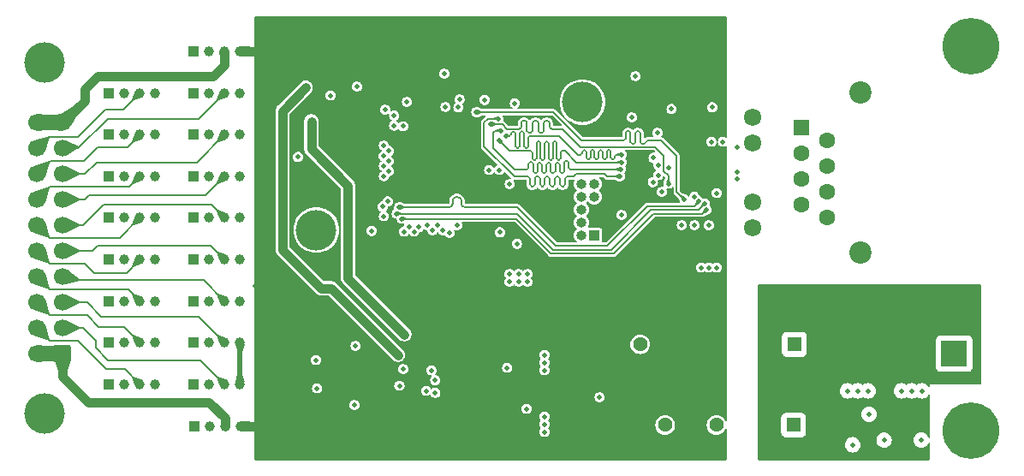
<source format=gbr>
G04 #@! TF.GenerationSoftware,KiCad,Pcbnew,8.0.1*
G04 #@! TF.CreationDate,2024-04-14T22:29:54+02:00*
G04 #@! TF.ProjectId,ETH16CDAQ1,45544831-3643-4444-9151-312e6b696361,rev?*
G04 #@! TF.SameCoordinates,Original*
G04 #@! TF.FileFunction,Copper,L2,Inr*
G04 #@! TF.FilePolarity,Positive*
%FSLAX46Y46*%
G04 Gerber Fmt 4.6, Leading zero omitted, Abs format (unit mm)*
G04 Created by KiCad (PCBNEW 8.0.1) date 2024-04-14 22:29:54*
%MOMM*%
%LPD*%
G01*
G04 APERTURE LIST*
G04 Aperture macros list*
%AMRoundRect*
0 Rectangle with rounded corners*
0 $1 Rounding radius*
0 $2 $3 $4 $5 $6 $7 $8 $9 X,Y pos of 4 corners*
0 Add a 4 corners polygon primitive as box body*
4,1,4,$2,$3,$4,$5,$6,$7,$8,$9,$2,$3,0*
0 Add four circle primitives for the rounded corners*
1,1,$1+$1,$2,$3*
1,1,$1+$1,$4,$5*
1,1,$1+$1,$6,$7*
1,1,$1+$1,$8,$9*
0 Add four rect primitives between the rounded corners*
20,1,$1+$1,$2,$3,$4,$5,0*
20,1,$1+$1,$4,$5,$6,$7,0*
20,1,$1+$1,$6,$7,$8,$9,0*
20,1,$1+$1,$8,$9,$2,$3,0*%
G04 Aperture macros list end*
G04 #@! TA.AperFunction,ComponentPad*
%ADD10C,5.600000*%
G04 #@! TD*
G04 #@! TA.AperFunction,ComponentPad*
%ADD11R,1.000000X1.000000*%
G04 #@! TD*
G04 #@! TA.AperFunction,ComponentPad*
%ADD12C,1.000000*%
G04 #@! TD*
G04 #@! TA.AperFunction,ComponentPad*
%ADD13RoundRect,0.250000X0.600000X0.600000X-0.600000X0.600000X-0.600000X-0.600000X0.600000X-0.600000X0*%
G04 #@! TD*
G04 #@! TA.AperFunction,ComponentPad*
%ADD14C,1.700000*%
G04 #@! TD*
G04 #@! TA.AperFunction,ComponentPad*
%ADD15C,4.000000*%
G04 #@! TD*
G04 #@! TA.AperFunction,ComponentPad*
%ADD16R,1.430000X1.430000*%
G04 #@! TD*
G04 #@! TA.AperFunction,ComponentPad*
%ADD17C,1.430000*%
G04 #@! TD*
G04 #@! TA.AperFunction,ComponentPad*
%ADD18C,0.600000*%
G04 #@! TD*
G04 #@! TA.AperFunction,ComponentPad*
%ADD19R,2.600000X2.600000*%
G04 #@! TD*
G04 #@! TA.AperFunction,ComponentPad*
%ADD20C,2.600000*%
G04 #@! TD*
G04 #@! TA.AperFunction,HeatsinkPad*
%ADD21C,0.500000*%
G04 #@! TD*
G04 #@! TA.AperFunction,ComponentPad*
%ADD22RoundRect,0.248000X0.552000X-0.552000X0.552000X0.552000X-0.552000X0.552000X-0.552000X-0.552000X0*%
G04 #@! TD*
G04 #@! TA.AperFunction,ComponentPad*
%ADD23C,1.600000*%
G04 #@! TD*
G04 #@! TA.AperFunction,ComponentPad*
%ADD24C,1.720000*%
G04 #@! TD*
G04 #@! TA.AperFunction,ComponentPad*
%ADD25C,2.200000*%
G04 #@! TD*
G04 #@! TA.AperFunction,ComponentPad*
%ADD26O,1.000000X1.000000*%
G04 #@! TD*
G04 #@! TA.AperFunction,ViaPad*
%ADD27C,0.500000*%
G04 #@! TD*
G04 #@! TA.AperFunction,Conductor*
%ADD28C,0.889000*%
G04 #@! TD*
G04 #@! TA.AperFunction,Conductor*
%ADD29C,0.127000*%
G04 #@! TD*
G04 #@! TA.AperFunction,Conductor*
%ADD30C,1.270000*%
G04 #@! TD*
G04 #@! TA.AperFunction,Conductor*
%ADD31C,0.508000*%
G04 #@! TD*
G04 APERTURE END LIST*
D10*
G04 #@! TO.N,N/C*
G04 #@! TO.C,H101*
X196500000Y-81500000D03*
G04 #@! TD*
D11*
G04 #@! TO.N,+5V*
G04 #@! TO.C,K415*
X119634000Y-110794800D03*
D12*
G04 #@! TO.N,/Analog/RLY_3*
X121154000Y-110794800D03*
G04 #@! TO.N,/Analog/AIN_3*
X122674000Y-110794800D03*
G04 #@! TO.N,/Analog/D-*
X124194000Y-110794800D03*
G04 #@! TD*
D13*
G04 #@! TO.N,GND2*
G04 #@! TO.C,J401*
X106680000Y-111887000D03*
D14*
X104140000Y-111887000D03*
G04 #@! TO.N,/Analog/AIN_1*
X106680000Y-109347000D03*
G04 #@! TO.N,/Analog/AIN_2*
X104140000Y-109347000D03*
G04 #@! TO.N,/Analog/AIN_3*
X106680000Y-106807000D03*
G04 #@! TO.N,/Analog/AIN_4*
X104140000Y-106807000D03*
G04 #@! TO.N,/Analog/AIN_5*
X106680000Y-104267000D03*
G04 #@! TO.N,/Analog/AIN_6*
X104140000Y-104267000D03*
G04 #@! TO.N,/Analog/AIN_7*
X106680000Y-101727000D03*
G04 #@! TO.N,/Analog/AIN_8*
X104140000Y-101727000D03*
G04 #@! TO.N,/Analog/AIN_9*
X106680000Y-99187000D03*
G04 #@! TO.N,/Analog/AIN_10*
X104140000Y-99187000D03*
G04 #@! TO.N,/Analog/AIN_11*
X106680000Y-96647000D03*
G04 #@! TO.N,/Analog/AIN_12*
X104140000Y-96647000D03*
G04 #@! TO.N,/Analog/AIN_13*
X106680000Y-94107000D03*
G04 #@! TO.N,/Analog/AIN_14*
X104140000Y-94107000D03*
G04 #@! TO.N,/Analog/AIN_15*
X106680000Y-91567000D03*
G04 #@! TO.N,/Analog/AIN_16*
X104140000Y-91567000D03*
G04 #@! TO.N,GND1*
X106680000Y-89027000D03*
X104140000Y-89027000D03*
D15*
G04 #@! TO.N,N/C*
X104880000Y-117792000D03*
X104880000Y-83122000D03*
G04 #@! TD*
D11*
G04 #@! TO.N,+5V*
G04 #@! TO.C,K404*
X111256000Y-102565200D03*
D12*
G04 #@! TO.N,/Analog/RLY_8*
X112776000Y-102565200D03*
G04 #@! TO.N,/Analog/AIN_8*
X114296000Y-102565200D03*
G04 #@! TO.N,/Analog/D+*
X115816000Y-102565200D03*
G04 #@! TD*
D11*
G04 #@! TO.N,+5V*
G04 #@! TO.C,K402*
X111256000Y-110794800D03*
D12*
G04 #@! TO.N,/Analog/RLY_4*
X112776000Y-110794800D03*
G04 #@! TO.N,/Analog/AIN_4*
X114296000Y-110794800D03*
G04 #@! TO.N,/Analog/D+*
X115816000Y-110794800D03*
G04 #@! TD*
D16*
G04 #@! TO.N,Net-(U501-+Vin)*
G04 #@! TO.C,U502*
X179021000Y-110967000D03*
D17*
G04 #@! TO.N,GNDPWR*
X176481000Y-110967000D03*
G04 #@! TO.N,GND*
X168861000Y-110967000D03*
G04 #@! TO.N,+5V*
X163781000Y-110967000D03*
G04 #@! TD*
D18*
G04 #@! TO.N,GND*
G04 #@! TO.C,U504*
X157599000Y-116955000D03*
X157599000Y-115455000D03*
X157099000Y-116205000D03*
X156599000Y-116955000D03*
X156599000Y-115455000D03*
G04 #@! TD*
D19*
G04 #@! TO.N,Net-(J501-Pin_1)*
G04 #@! TO.C,J501*
X194818000Y-111887000D03*
D20*
G04 #@! TO.N,GNDPWR*
X194818000Y-106887000D03*
G04 #@! TD*
D11*
G04 #@! TO.N,+5V*
G04 #@! TO.C,K412*
X119634000Y-98450400D03*
D12*
G04 #@! TO.N,/Analog/RLY_9*
X121154000Y-98450400D03*
G04 #@! TO.N,/Analog/AIN_9*
X122674000Y-98450400D03*
G04 #@! TO.N,/Analog/D-*
X124194000Y-98450400D03*
G04 #@! TD*
D11*
G04 #@! TO.N,+5V*
G04 #@! TO.C,K407*
X111256000Y-90229800D03*
D12*
G04 #@! TO.N,/Analog/RLY_14*
X112776000Y-90229800D03*
G04 #@! TO.N,/Analog/AIN_14*
X114296000Y-90229800D03*
G04 #@! TO.N,/Analog/D+*
X115816000Y-90229800D03*
G04 #@! TD*
D16*
G04 #@! TO.N,Net-(U501-+Vin)*
G04 #@! TO.C,U501*
X178945200Y-118951000D03*
D17*
G04 #@! TO.N,GNDPWR*
X176405200Y-118951000D03*
G04 #@! TO.N,Net-(U501--Vout)*
X171325200Y-118951000D03*
G04 #@! TO.N,GND*
X168785200Y-118951000D03*
G04 #@! TO.N,Net-(U501-+Vout)*
X166245200Y-118951000D03*
G04 #@! TD*
D15*
G04 #@! TO.N,N/C*
G04 #@! TO.C,HS101*
X158067000Y-87025000D03*
X131747000Y-99665000D03*
G04 #@! TD*
D21*
G04 #@! TO.N,GND*
G04 #@! TO.C,U301*
X170418000Y-92772000D03*
X169418000Y-92772000D03*
X168418000Y-92772000D03*
X170418000Y-93772000D03*
X169418000Y-93772000D03*
X168418000Y-93772000D03*
X170418000Y-94772000D03*
X169418000Y-94772000D03*
X168418000Y-94772000D03*
G04 #@! TD*
D22*
G04 #@! TO.N,/Ethernet/ETH_TXP*
G04 #@! TO.C,J301*
X179690000Y-89535000D03*
D23*
G04 #@! TO.N,VCCQ*
X182230000Y-90805000D03*
G04 #@! TO.N,/Ethernet/ETH_TXN*
X179690000Y-92075000D03*
G04 #@! TO.N,/Ethernet/ETH_RXP*
X182230000Y-93345000D03*
G04 #@! TO.N,VCCQ*
X179690000Y-94615000D03*
G04 #@! TO.N,/Ethernet/ETH_RXN*
X182230000Y-95885000D03*
G04 #@! TO.N,unconnected-(J301-NC-Pad7)*
X179690000Y-97155000D03*
G04 #@! TO.N,Earth*
X182230000Y-98425000D03*
D24*
G04 #@! TO.N,Net-(J301-Pad9)*
X174860000Y-88515000D03*
G04 #@! TO.N,/Ethernet/LED1*
X174860000Y-91055000D03*
G04 #@! TO.N,Net-(J301-Pad11)*
X174860000Y-96905000D03*
G04 #@! TO.N,/Ethernet/LED2*
X174860000Y-99445000D03*
D25*
G04 #@! TO.N,Earth*
X185530000Y-86080000D03*
X185530000Y-101880000D03*
G04 #@! TD*
D11*
G04 #@! TO.N,+5V*
G04 #@! TO.C,K403*
X111256000Y-106680000D03*
D12*
G04 #@! TO.N,/Analog/RLY_6*
X112776000Y-106680000D03*
G04 #@! TO.N,/Analog/AIN_6*
X114296000Y-106680000D03*
G04 #@! TO.N,/Analog/D+*
X115816000Y-106680000D03*
G04 #@! TD*
D11*
G04 #@! TO.N,+5V*
G04 #@! TO.C,K416*
X119637600Y-114909600D03*
D12*
G04 #@! TO.N,/Analog/RLY_1*
X121157600Y-114909600D03*
G04 #@! TO.N,/Analog/AIN_1*
X122677600Y-114909600D03*
G04 #@! TO.N,/Analog/D-*
X124197600Y-114909600D03*
G04 #@! TD*
D11*
G04 #@! TO.N,+5V*
G04 #@! TO.C,K405*
X111256000Y-98450400D03*
D12*
G04 #@! TO.N,/Analog/RLY_10*
X112776000Y-98450400D03*
G04 #@! TO.N,/Analog/AIN_10*
X114296000Y-98450400D03*
G04 #@! TO.N,/Analog/D+*
X115816000Y-98450400D03*
G04 #@! TD*
D11*
G04 #@! TO.N,+5V*
G04 #@! TO.C,K410*
X119634000Y-90220800D03*
D12*
G04 #@! TO.N,/Analog/RLY_13*
X121154000Y-90220800D03*
G04 #@! TO.N,/Analog/AIN_13*
X122674000Y-90220800D03*
G04 #@! TO.N,/Analog/D-*
X124194000Y-90220800D03*
G04 #@! TD*
D11*
G04 #@! TO.N,+5V*
G04 #@! TO.C,K409*
X119634000Y-86106000D03*
D12*
G04 #@! TO.N,/Analog/RLY_15*
X121154000Y-86106000D03*
G04 #@! TO.N,/Analog/AIN_15*
X122674000Y-86106000D03*
G04 #@! TO.N,/Analog/D-*
X124194000Y-86106000D03*
G04 #@! TD*
D11*
G04 #@! TO.N,+5V*
G04 #@! TO.C,K411*
X119637600Y-94335600D03*
D12*
G04 #@! TO.N,/Analog/RLY_11*
X121157600Y-94335600D03*
G04 #@! TO.N,/Analog/AIN_11*
X122677600Y-94335600D03*
G04 #@! TO.N,/Analog/D-*
X124197600Y-94335600D03*
G04 #@! TD*
D11*
G04 #@! TO.N,+5V*
G04 #@! TO.C,K418*
X119662500Y-119041900D03*
D12*
G04 #@! TO.N,/Analog/RLY_GND2*
X121182500Y-119041900D03*
G04 #@! TO.N,GND2*
X122702500Y-119041900D03*
G04 #@! TO.N,GND*
X124222500Y-119041900D03*
G04 #@! TD*
D11*
G04 #@! TO.N,+5V*
G04 #@! TO.C,K408*
X111256000Y-86106000D03*
D12*
G04 #@! TO.N,/Analog/RLY_16*
X112776000Y-86106000D03*
G04 #@! TO.N,/Analog/AIN_16*
X114296000Y-86106000D03*
G04 #@! TO.N,/Analog/D+*
X115816000Y-86106000D03*
G04 #@! TD*
D11*
G04 #@! TO.N,+5V*
G04 #@! TO.C,K413*
X119634000Y-102565200D03*
D12*
G04 #@! TO.N,/Analog/RLY_7*
X121154000Y-102565200D03*
G04 #@! TO.N,/Analog/AIN_7*
X122674000Y-102565200D03*
G04 #@! TO.N,/Analog/D-*
X124194000Y-102565200D03*
G04 #@! TD*
D11*
G04 #@! TO.N,+5V*
G04 #@! TO.C,K414*
X119637600Y-106680000D03*
D12*
G04 #@! TO.N,/Analog/RLY_5*
X121157600Y-106680000D03*
G04 #@! TO.N,/Analog/AIN_5*
X122677600Y-106680000D03*
G04 #@! TO.N,/Analog/D-*
X124197600Y-106680000D03*
G04 #@! TD*
D11*
G04 #@! TO.N,+5V*
G04 #@! TO.C,K406*
X111256000Y-94335600D03*
D12*
G04 #@! TO.N,/Analog/RLY_12*
X112776000Y-94335600D03*
G04 #@! TO.N,/Analog/AIN_12*
X114296000Y-94335600D03*
G04 #@! TO.N,/Analog/D+*
X115816000Y-94335600D03*
G04 #@! TD*
D11*
G04 #@! TO.N,+3.3V*
G04 #@! TO.C,J201*
X159248000Y-100189500D03*
D26*
G04 #@! TO.N,/MCU/TMS_SWDIO*
X157978000Y-100189500D03*
G04 #@! TO.N,GND*
X159248000Y-98919500D03*
G04 #@! TO.N,/MCU/TCK_SWCLK*
X157978000Y-98919500D03*
G04 #@! TO.N,GND*
X159248000Y-97649500D03*
G04 #@! TO.N,unconnected-(J201-Pin_6-Pad6)*
X157978000Y-97649500D03*
G04 #@! TO.N,unconnected-(J201-Pin_7-Pad7)*
X159248000Y-96379500D03*
G04 #@! TO.N,unconnected-(J201-Pin_8-Pad8)*
X157978000Y-96379500D03*
G04 #@! TO.N,unconnected-(J201-Pin_9-Pad9)*
X159248000Y-95109500D03*
G04 #@! TO.N,/MCU/NRST*
X157978000Y-95109500D03*
G04 #@! TD*
D10*
G04 #@! TO.N,N/C*
G04 #@! TO.C,H102*
X196500000Y-119500000D03*
G04 #@! TD*
D11*
G04 #@! TO.N,+5V*
G04 #@! TO.C,K401*
X111256000Y-114909600D03*
D12*
G04 #@! TO.N,/Analog/RLY_2*
X112776000Y-114909600D03*
G04 #@! TO.N,/Analog/AIN_2*
X114296000Y-114909600D03*
G04 #@! TO.N,/Analog/D+*
X115816000Y-114909600D03*
G04 #@! TD*
D11*
G04 #@! TO.N,+5V*
G04 #@! TO.C,K417*
X119611700Y-81957900D03*
D12*
G04 #@! TO.N,/Analog/RLY_GND1*
X121131700Y-81957900D03*
G04 #@! TO.N,GND1*
X122651700Y-81957900D03*
G04 #@! TO.N,GND*
X124171700Y-81957900D03*
G04 #@! TD*
D27*
G04 #@! TO.N,GND*
X126365000Y-121793000D03*
X146431000Y-113411000D03*
X143454000Y-95575000D03*
X126111000Y-117221000D03*
X127127000Y-92456000D03*
X150876000Y-99754500D03*
X125857000Y-113426000D03*
X161036000Y-89789000D03*
X137895500Y-100938500D03*
X136398000Y-113538000D03*
X143637000Y-94869000D03*
X146939000Y-87249000D03*
X138430000Y-86868000D03*
X126985000Y-109362000D03*
X127000000Y-86741000D03*
X160782000Y-113284000D03*
X140716000Y-111252000D03*
X150407000Y-102235000D03*
X135890000Y-98806000D03*
X134620000Y-86868000D03*
X144272000Y-82931000D03*
X146912500Y-99160500D03*
X154432000Y-87249000D03*
X125730000Y-105156000D03*
X150749000Y-88773000D03*
X132207000Y-88814000D03*
X126985000Y-101107000D03*
X166624000Y-113284000D03*
X125984000Y-88392000D03*
X149860000Y-87376000D03*
X141605000Y-87884000D03*
G04 #@! TO.N,+3.3V*
X150851000Y-104013000D03*
X162941000Y-88519000D03*
X145669000Y-99187000D03*
X166624000Y-93522000D03*
X138557000Y-87757000D03*
X169799000Y-103378000D03*
X137232000Y-99750000D03*
X152629000Y-104013000D03*
X148407000Y-86797000D03*
X150851000Y-104775000D03*
X151384000Y-87122000D03*
X152629000Y-104775000D03*
X171323000Y-103378000D03*
X129933000Y-92444000D03*
X151740000Y-104013000D03*
X161925000Y-98171000D03*
X151765000Y-104775000D03*
X151583000Y-101020000D03*
X170561000Y-103378000D03*
X145907000Y-86741000D03*
G04 #@! TO.N,+5V*
X133157000Y-86360000D03*
G04 #@! TO.N,+3.3VADC*
X139827000Y-112014000D03*
X130709500Y-85571500D03*
G04 #@! TO.N,VCOM*
X131257000Y-88900000D03*
X140462000Y-109982000D03*
G04 #@! TO.N,/MCU/NRST*
X169149924Y-96378404D03*
X144399000Y-84201000D03*
G04 #@! TO.N,Net-(U202-PH0)*
X145790268Y-87536620D03*
G04 #@! TO.N,Net-(U202-PH1)*
X144526000Y-87503000D03*
G04 #@! TO.N,VDDA*
X140716000Y-86995000D03*
G04 #@! TO.N,Net-(C216-Pad1)*
X138430000Y-98298000D03*
G04 #@! TO.N,Net-(C217-Pad1)*
X149907000Y-99902000D03*
G04 #@! TO.N,Net-(U301-XTAL1{slash}CLKIN)*
X166878000Y-87693000D03*
G04 #@! TO.N,Net-(U301-VDDCR)*
X165481000Y-90043000D03*
G04 #@! TO.N,Net-(U301-XTAL2)*
X170910000Y-87535000D03*
G04 #@! TO.N,VCCQ*
X170561000Y-99187000D03*
X170815000Y-90932000D03*
X167894000Y-99187000D03*
X171355500Y-96012000D03*
X169164000Y-99187000D03*
G04 #@! TO.N,VPP*
X154305000Y-118110000D03*
X154305000Y-119634000D03*
X154305000Y-118872000D03*
X140335000Y-113411000D03*
G04 #@! TO.N,VSS*
X154305000Y-112776000D03*
X154305000Y-112014000D03*
X154305000Y-113538000D03*
X139967250Y-115062000D03*
G04 #@! TO.N,Net-(D501-K)*
X186309000Y-115570000D03*
X185293000Y-115570000D03*
X184277000Y-115570000D03*
X187894000Y-120462000D03*
X191577000Y-120462000D03*
G04 #@! TO.N,Net-(U504-NR{slash}SS)*
X159766000Y-116205000D03*
G04 #@! TO.N,Net-(D501-A)*
X186406000Y-117886000D03*
G04 #@! TO.N,Net-(D502-K)*
X184785000Y-120904000D03*
G04 #@! TO.N,Net-(Q501-D)*
X191643000Y-115570000D03*
X189611000Y-115570000D03*
X190627000Y-115570000D03*
G04 #@! TO.N,/Ethernet/ETH_TXP*
X173370213Y-93897000D03*
G04 #@! TO.N,/Ethernet/ETH_TXN*
X173370213Y-94647000D03*
G04 #@! TO.N,/Ethernet/LED2*
X173355000Y-91440000D03*
G04 #@! TO.N,/MCU/MCU_DEF*
X163322000Y-84455000D03*
G04 #@! TO.N,/MCU/I2C1_SDA*
X148844000Y-93726000D03*
G04 #@! TO.N,/MCU/I2C1_SCL*
X149860000Y-93726000D03*
G04 #@! TO.N,/Ethernet/RMII_MDIO*
X149009803Y-89192803D03*
X166568095Y-95081457D03*
G04 #@! TO.N,Net-(U301-RBIAS)*
X171958000Y-90932000D03*
G04 #@! TO.N,Net-(U504-FBP)*
X152527000Y-117348000D03*
G04 #@! TO.N,Net-(U504-FBN)*
X150622000Y-113284000D03*
G04 #@! TO.N,/Ethernet/RMII_RXD0*
X150495000Y-90345000D03*
X161925000Y-92202000D03*
G04 #@! TO.N,/Ethernet/REF_CLK*
X149733000Y-88646000D03*
X161798000Y-94361000D03*
G04 #@! TO.N,/Ethernet/RMII_CRS_DV*
X161861500Y-93662500D03*
X149987000Y-89845000D03*
G04 #@! TO.N,/Ethernet/MODE2*
X165548500Y-94234000D03*
G04 #@! TO.N,/Ethernet/MODE0*
X165100000Y-92526000D03*
G04 #@! TO.N,/Ethernet/MODE1*
X165548500Y-93218000D03*
G04 #@! TO.N,/Ethernet/RMII_RXD1*
X149860000Y-90845000D03*
X161925000Y-92964000D03*
G04 #@! TO.N,/Ethernet/REFCLK0*
X165030000Y-94926000D03*
X165921500Y-95885000D03*
G04 #@! TO.N,/MCU/EEPROM_WP*
X150876000Y-95123000D03*
G04 #@! TO.N,/Ethernet/RMII_MDC*
X168148000Y-96647000D03*
X147574000Y-88011000D03*
G04 #@! TO.N,/Ethernet/RMII_TXEN*
X169585174Y-96829725D03*
X139954000Y-97409000D03*
G04 #@! TO.N,/Ethernet/RMII_TXD1*
X140208000Y-98552000D03*
X170307000Y-97663000D03*
G04 #@! TO.N,/Ethernet/RMII_TXD0*
X139700000Y-98044000D03*
X170180000Y-97028000D03*
G04 #@! TO.N,/Analog/SPI_MOSI*
X142748000Y-99187000D03*
X142621000Y-115570000D03*
G04 #@! TO.N,Net-(U401-IN1+)*
X135636000Y-111125000D03*
G04 #@! TO.N,/Analog/SPI_SCLK*
X143764000Y-99187000D03*
X143510000Y-114513000D03*
G04 #@! TO.N,/Analog/SPI_~{CS}*
X143129000Y-113538000D03*
X144272000Y-99695000D03*
G04 #@! TO.N,/Analog/SPI_MISO*
X143516971Y-115777544D03*
X143256000Y-99695000D03*
G04 #@! TO.N,Net-(U401-IN1-)*
X135509000Y-116967000D03*
G04 #@! TO.N,/Analog/D+*
X131699000Y-112522000D03*
G04 #@! TO.N,/Analog/D-*
X131826000Y-115316000D03*
G04 #@! TO.N,/MCU/RELAY5*
X138303000Y-97345000D03*
G04 #@! TO.N,/MCU/RELAY8*
X138930000Y-93845000D03*
G04 #@! TO.N,/MCU/RELAY7*
X138430000Y-94345000D03*
G04 #@! TO.N,/MCU/RELAY6*
X138811000Y-96845000D03*
G04 #@! TO.N,/MCU/RELAY9*
X138430000Y-93345000D03*
G04 #@! TO.N,/MCU/RELAY10*
X138930000Y-92845000D03*
G04 #@! TO.N,/MCU/RELAY11*
X138414000Y-92345000D03*
G04 #@! TO.N,/MCU/RELAY12*
X138938000Y-91845000D03*
G04 #@! TO.N,/MCU/RELAY14*
X139446000Y-89345000D03*
G04 #@! TO.N,/MCU/RELAY15*
X139446000Y-88345000D03*
G04 #@! TO.N,/MCU/RELAY13*
X138430000Y-91313000D03*
G04 #@! TO.N,/MCU/RELAY16*
X140335000Y-89404500D03*
G04 #@! TO.N,/MCU/RELAY3*
X140407000Y-99822000D03*
G04 #@! TO.N,/MCU/RELAY2*
X141407000Y-99822000D03*
G04 #@! TO.N,/MCU/RELAY4*
X140907000Y-99314000D03*
G04 #@! TO.N,/MCU/RELAY1*
X141907000Y-99362000D03*
G04 #@! TO.N,/Analog/GND1_CTR*
X135763000Y-85471000D03*
G04 #@! TO.N,/Analog/GND2_CTR*
X144907000Y-99949000D03*
G04 #@! TD*
D28*
G04 #@! TO.N,GND*
X124222500Y-119041900D02*
X126830100Y-119041900D01*
X124171700Y-81957900D02*
X126957100Y-81957900D01*
G04 #@! TO.N,+3.3VADC*
X139827000Y-112014000D02*
X133223000Y-105410000D01*
X128397000Y-101600000D02*
X128397000Y-87884000D01*
X128397000Y-87884000D02*
X130709500Y-85571500D01*
X132207000Y-105410000D02*
X128397000Y-101600000D01*
X133223000Y-105410000D02*
X132207000Y-105410000D01*
G04 #@! TO.N,VCOM*
X134874000Y-95250000D02*
X131257000Y-91633000D01*
X140462000Y-109982000D02*
X134874000Y-104394000D01*
X134874000Y-104394000D02*
X134874000Y-95250000D01*
X131257000Y-91633000D02*
X131257000Y-88900000D01*
D29*
G04 #@! TO.N,/Analog/AIN_2*
X105410000Y-110617000D02*
X108204000Y-110617000D01*
X112797400Y-113411000D02*
X114296000Y-114909600D01*
X110998000Y-113411000D02*
X112797400Y-113411000D01*
X104140000Y-109347000D02*
X105410000Y-110617000D01*
X108204000Y-110617000D02*
X110998000Y-113411000D01*
G04 #@! TO.N,/Analog/AIN_1*
X120290000Y-112522000D02*
X122677600Y-114909600D01*
X106680000Y-109347000D02*
X108712000Y-109347000D01*
X109982000Y-110617000D02*
X109982000Y-111330900D01*
X109982000Y-111330900D02*
X111173100Y-112522000D01*
X108712000Y-109347000D02*
X109982000Y-110617000D01*
X111173100Y-112522000D02*
X120290000Y-112522000D01*
G04 #@! TO.N,/Ethernet/RMII_MDIO*
X153699157Y-89662000D02*
X153699157Y-89862000D01*
X165227000Y-91440000D02*
X166116000Y-92329000D01*
X149009803Y-89192803D02*
X150152803Y-89192803D01*
X153363157Y-88862000D02*
X153475157Y-88862000D01*
X152779157Y-90062000D02*
X152939157Y-90062000D01*
X152579157Y-89438000D02*
X152579157Y-89862000D01*
X154819157Y-89086000D02*
X154819157Y-89438000D01*
X157861000Y-91440000D02*
X165227000Y-91440000D01*
X156083000Y-89662000D02*
X157861000Y-91440000D01*
X152019157Y-89438000D02*
X152019157Y-89086000D01*
X152243157Y-88862000D02*
X152355157Y-88862000D01*
X155497795Y-89662000D02*
X156083000Y-89662000D01*
X150152803Y-89192803D02*
X150622000Y-89662000D01*
X153699157Y-89086000D02*
X153699157Y-89662000D01*
X166568095Y-94305095D02*
X166568095Y-95081457D01*
X155155157Y-89662000D02*
X155497795Y-89662000D01*
X154259157Y-89862000D02*
X154259157Y-89662000D01*
X152579157Y-89086000D02*
X152579157Y-89438000D01*
X153139157Y-89662000D02*
X153139157Y-89086000D01*
X166116000Y-93853000D02*
X166568095Y-94305095D01*
X154259157Y-89662000D02*
X154259157Y-89086000D01*
X166116000Y-92329000D02*
X166116000Y-93853000D01*
X154483157Y-88862000D02*
X154595157Y-88862000D01*
X150622000Y-89662000D02*
X151795157Y-89662000D01*
X153139157Y-89862000D02*
X153139157Y-89662000D01*
X155043157Y-89662000D02*
X155155157Y-89662000D01*
X153899157Y-90062000D02*
X154059157Y-90062000D01*
X152019157Y-89086000D02*
G75*
G02*
X152243157Y-88861957I224043J0D01*
G01*
X154059157Y-90062000D02*
G75*
G03*
X154259200Y-89862000I43J200000D01*
G01*
X153475157Y-88862000D02*
G75*
G02*
X153699200Y-89086000I43J-224000D01*
G01*
X153699157Y-89862000D02*
G75*
G03*
X153899157Y-90062043I200043J0D01*
G01*
X154595157Y-88862000D02*
G75*
G02*
X154819200Y-89086000I43J-224000D01*
G01*
X152579157Y-89862000D02*
G75*
G03*
X152779157Y-90062043I200043J0D01*
G01*
X154819157Y-89438000D02*
G75*
G03*
X155043157Y-89662043I224043J0D01*
G01*
X152355157Y-88862000D02*
G75*
G02*
X152579200Y-89086000I43J-224000D01*
G01*
X152939157Y-90062000D02*
G75*
G03*
X153139200Y-89862000I43J200000D01*
G01*
X153139157Y-89086000D02*
G75*
G02*
X153363157Y-88861957I224043J0D01*
G01*
X154259157Y-89086000D02*
G75*
G02*
X154483157Y-88861957I224043J0D01*
G01*
X151795157Y-89662000D02*
G75*
G03*
X152019200Y-89438000I43J224000D01*
G01*
G04 #@! TO.N,/Ethernet/RMII_RXD0*
X160457000Y-92202000D02*
X160457000Y-92502000D01*
X151016000Y-90117000D02*
X151016000Y-90173000D01*
X155750000Y-90345000D02*
X152908000Y-90345000D01*
X150541878Y-90345000D02*
X150495000Y-90345000D01*
X151446000Y-91373000D02*
X151446000Y-90345000D01*
X157897000Y-92202000D02*
X157817000Y-92202000D01*
X159257000Y-92502000D02*
X159257000Y-92202000D01*
X161925000Y-92202000D02*
X161417000Y-92202000D01*
X160057000Y-92502000D02*
X160057000Y-92202000D01*
X159097000Y-91742000D02*
X159017000Y-91742000D01*
X157607000Y-92202000D02*
X157543500Y-92138500D01*
X157817000Y-92202000D02*
X157607000Y-92202000D01*
X152564000Y-91545000D02*
X152478000Y-91545000D01*
X150758000Y-90345000D02*
X150541878Y-90345000D01*
X159497000Y-92662000D02*
X159417000Y-92662000D01*
X161097000Y-92662000D02*
X161017000Y-92662000D01*
X160457000Y-91902000D02*
X160457000Y-92202000D01*
X151876000Y-90067000D02*
X151876000Y-90345000D01*
X160857000Y-92362000D02*
X160857000Y-91902000D01*
X158857000Y-92202000D02*
X158857000Y-92502000D01*
X151446000Y-90345000D02*
X151446000Y-90117000D01*
X157543500Y-92138500D02*
X155750000Y-90345000D01*
X151274000Y-89945000D02*
X151188000Y-89945000D01*
X152306000Y-90517000D02*
X152306000Y-90067000D01*
X150844000Y-90345000D02*
X150758000Y-90345000D01*
X158297000Y-91742000D02*
X158217000Y-91742000D01*
X161257000Y-92362000D02*
X161257000Y-92502000D01*
X151704000Y-91545000D02*
X151618000Y-91545000D01*
X158457000Y-92502000D02*
X158457000Y-92202000D01*
X152306000Y-91373000D02*
X152306000Y-90517000D01*
X158057000Y-91902000D02*
X158057000Y-92042000D01*
X158697000Y-92662000D02*
X158617000Y-92662000D01*
X158857000Y-91902000D02*
X158857000Y-92202000D01*
X151876000Y-90345000D02*
X151876000Y-91373000D01*
X152134000Y-89895000D02*
X152048000Y-89895000D01*
X159257000Y-92202000D02*
X159257000Y-91902000D01*
X159657000Y-92202000D02*
X159657000Y-92502000D01*
X158457000Y-92202000D02*
X158457000Y-91902000D01*
X152736000Y-90517000D02*
X152736000Y-91373000D01*
X159897000Y-91742000D02*
X159817000Y-91742000D01*
X160057000Y-92202000D02*
X160057000Y-91902000D01*
X160697000Y-91742000D02*
X160617000Y-91742000D01*
X159657000Y-91902000D02*
X159657000Y-92202000D01*
X160297000Y-92662000D02*
X160217000Y-92662000D01*
X160857000Y-92502000D02*
X160857000Y-92362000D01*
X152048000Y-89895000D02*
G75*
G03*
X151876000Y-90067000I0J-172000D01*
G01*
X160857000Y-91902000D02*
G75*
G03*
X160697000Y-91742000I-160000J0D01*
G01*
X151876000Y-91373000D02*
G75*
G02*
X151704000Y-91545000I-172000J0D01*
G01*
X158457000Y-91902000D02*
G75*
G03*
X158297000Y-91742000I-160000J0D01*
G01*
X151618000Y-91545000D02*
G75*
G02*
X151446000Y-91373000I0J172000D01*
G01*
X159257000Y-91902000D02*
G75*
G03*
X159097000Y-91742000I-160000J0D01*
G01*
X152478000Y-91545000D02*
G75*
G02*
X152306000Y-91373000I0J172000D01*
G01*
X151016000Y-90173000D02*
G75*
G02*
X150844000Y-90345000I-172000J0D01*
G01*
X152306000Y-90067000D02*
G75*
G03*
X152134000Y-89895000I-172000J0D01*
G01*
X160217000Y-92662000D02*
G75*
G02*
X160057000Y-92502000I0J160000D01*
G01*
X158857000Y-92502000D02*
G75*
G02*
X158697000Y-92662000I-160000J0D01*
G01*
X161017000Y-92662000D02*
G75*
G02*
X160857000Y-92502000I0J160000D01*
G01*
X158057000Y-92042000D02*
G75*
G02*
X157897000Y-92202000I-160000J0D01*
G01*
X159657000Y-92502000D02*
G75*
G02*
X159497000Y-92662000I-160000J0D01*
G01*
X159017000Y-91742000D02*
G75*
G03*
X158857000Y-91902000I0J-160000D01*
G01*
X159817000Y-91742000D02*
G75*
G03*
X159657000Y-91902000I0J-160000D01*
G01*
X158617000Y-92662000D02*
G75*
G02*
X158457000Y-92502000I0J160000D01*
G01*
X160457000Y-92502000D02*
G75*
G02*
X160297000Y-92662000I-160000J0D01*
G01*
X152736000Y-91373000D02*
G75*
G02*
X152564000Y-91545000I-172000J0D01*
G01*
X152908000Y-90345000D02*
G75*
G03*
X152736000Y-90517000I0J-172000D01*
G01*
X160617000Y-91742000D02*
G75*
G03*
X160457000Y-91902000I0J-160000D01*
G01*
X159417000Y-92662000D02*
G75*
G02*
X159257000Y-92502000I0J160000D01*
G01*
X158217000Y-91742000D02*
G75*
G03*
X158057000Y-91902000I0J-160000D01*
G01*
X151188000Y-89945000D02*
G75*
G03*
X151016000Y-90117000I0J-172000D01*
G01*
X151446000Y-90117000D02*
G75*
G03*
X151274000Y-89945000I-172000J0D01*
G01*
X160057000Y-91902000D02*
G75*
G03*
X159897000Y-91742000I-160000J0D01*
G01*
X161257000Y-92502000D02*
G75*
G02*
X161097000Y-92662000I-160000J0D01*
G01*
X161417000Y-92202000D02*
G75*
G03*
X161257000Y-92362000I0J-160000D01*
G01*
G04 #@! TO.N,/Ethernet/REF_CLK*
X155354000Y-95161000D02*
X155354000Y-94561000D01*
X154354000Y-95161000D02*
X154354000Y-94561000D01*
X148336000Y-91382519D02*
X151314481Y-94361000D01*
X148717000Y-88646000D02*
X148336000Y-89027000D01*
X156054000Y-95361000D02*
X156154000Y-95361000D01*
X153354000Y-95161000D02*
X153354000Y-94561000D01*
X153554000Y-94361000D02*
X153654000Y-94361000D01*
X157480000Y-94107000D02*
X160274000Y-94107000D01*
X148336000Y-89027000D02*
X148336000Y-91382519D01*
X155854000Y-94561000D02*
X155854000Y-95161000D01*
X154054000Y-95361000D02*
X154154000Y-95361000D01*
X149733000Y-88646000D02*
X148717000Y-88646000D01*
X154554000Y-94361000D02*
X154654000Y-94361000D01*
X151314481Y-94361000D02*
X152654000Y-94361000D01*
X153854000Y-94561000D02*
X153854000Y-95161000D01*
X155554000Y-94361000D02*
X155654000Y-94361000D01*
X152854000Y-94561000D02*
X152854000Y-95161000D01*
X156654000Y-94361000D02*
X157101153Y-94361000D01*
X160274000Y-94107000D02*
X160528000Y-94361000D01*
X160528000Y-94361000D02*
X161798000Y-94361000D01*
X154854000Y-94561000D02*
X154854000Y-95161000D01*
X153054000Y-95361000D02*
X153154000Y-95361000D01*
X157101153Y-94361000D02*
X157226000Y-94361000D01*
X157226000Y-94361000D02*
X157480000Y-94107000D01*
X156354000Y-95161000D02*
X156354000Y-94561000D01*
X155054000Y-95361000D02*
X155154000Y-95361000D01*
X156554000Y-94361000D02*
X156654000Y-94361000D01*
X153654000Y-94361000D02*
G75*
G02*
X153854000Y-94561000I0J-200000D01*
G01*
X153354000Y-94561000D02*
G75*
G02*
X153554000Y-94361000I200000J0D01*
G01*
X154154000Y-95361000D02*
G75*
G03*
X154354000Y-95161000I0J200000D01*
G01*
X156154000Y-95361000D02*
G75*
G03*
X156354000Y-95161000I0J200000D01*
G01*
X153854000Y-95161000D02*
G75*
G03*
X154054000Y-95361000I200000J0D01*
G01*
X154354000Y-94561000D02*
G75*
G02*
X154554000Y-94361000I200000J0D01*
G01*
X155154000Y-95361000D02*
G75*
G03*
X155354000Y-95161000I0J200000D01*
G01*
X155354000Y-94561000D02*
G75*
G02*
X155554000Y-94361000I200000J0D01*
G01*
X155854000Y-95161000D02*
G75*
G03*
X156054000Y-95361000I200000J0D01*
G01*
X152854000Y-95161000D02*
G75*
G03*
X153054000Y-95361000I200000J0D01*
G01*
X156354000Y-94561000D02*
G75*
G02*
X156554000Y-94361000I200000J0D01*
G01*
X154654000Y-94361000D02*
G75*
G02*
X154854000Y-94561000I0J-200000D01*
G01*
X155654000Y-94361000D02*
G75*
G02*
X155854000Y-94561000I0J-200000D01*
G01*
X152654000Y-94361000D02*
G75*
G02*
X152854000Y-94561000I0J-200000D01*
G01*
X154854000Y-95161000D02*
G75*
G03*
X155054000Y-95361000I200000J0D01*
G01*
X153154000Y-95361000D02*
G75*
G03*
X153354000Y-95161000I0J200000D01*
G01*
G04 #@! TO.N,/Ethernet/RMII_CRS_DV*
X149225000Y-91567000D02*
X151320500Y-93662500D01*
X155557277Y-93012500D02*
X155645277Y-93012500D01*
X154941277Y-93662500D02*
X154941277Y-93886500D01*
X156261277Y-93662500D02*
X156261277Y-92988500D01*
X149987000Y-89845000D02*
X149423000Y-89845000D01*
X153181277Y-93486500D02*
X153181277Y-93886500D01*
X155117277Y-94062500D02*
X155205277Y-94062500D01*
X156701277Y-92988500D02*
X156701277Y-93486500D01*
X155381277Y-93886500D02*
X155381277Y-93662500D01*
X154677277Y-93012500D02*
X154765277Y-93012500D01*
X152741277Y-93486500D02*
X152741277Y-93138500D01*
X153621277Y-93886500D02*
X153621277Y-93662500D01*
X153181277Y-93138500D02*
X153181277Y-93486500D01*
X152917277Y-92962500D02*
X153005277Y-92962500D01*
X151320500Y-93662500D02*
X152565277Y-93662500D01*
X149423000Y-89845000D02*
X149225000Y-90043000D01*
X155821277Y-93188500D02*
X155821277Y-93662500D01*
X156437277Y-92812500D02*
X156525277Y-92812500D01*
X154061277Y-93662500D02*
X154061277Y-93886500D01*
X156261277Y-93886500D02*
X156261277Y-93662500D01*
X153621277Y-93662500D02*
X153621277Y-93188500D01*
X155821277Y-93662500D02*
X155821277Y-93886500D01*
X156877277Y-93662500D02*
X156965277Y-93662500D01*
X155997277Y-94062500D02*
X156085277Y-94062500D01*
X154501277Y-93662500D02*
X154501277Y-93188500D01*
X157193425Y-93662500D02*
X161861500Y-93662500D01*
X154237277Y-94062500D02*
X154325277Y-94062500D01*
X154061277Y-93188500D02*
X154061277Y-93662500D01*
X154941277Y-93188500D02*
X154941277Y-93662500D01*
X155381277Y-93662500D02*
X155381277Y-93188500D01*
X149225000Y-90043000D02*
X149225000Y-91567000D01*
X153797277Y-93012500D02*
X153885277Y-93012500D01*
X153357277Y-94062500D02*
X153445277Y-94062500D01*
X154501277Y-93886500D02*
X154501277Y-93662500D01*
X156965277Y-93662500D02*
X157193425Y-93662500D01*
X154061277Y-93886500D02*
G75*
G03*
X154237277Y-94062523I176023J0D01*
G01*
X153445277Y-94062500D02*
G75*
G03*
X153621300Y-93886500I23J176000D01*
G01*
X153621277Y-93188500D02*
G75*
G02*
X153797277Y-93012477I176023J0D01*
G01*
X156261277Y-92988500D02*
G75*
G02*
X156437277Y-92812477I176023J0D01*
G01*
X155645277Y-93012500D02*
G75*
G02*
X155821300Y-93188500I23J-176000D01*
G01*
X155821277Y-93886500D02*
G75*
G03*
X155997277Y-94062523I176023J0D01*
G01*
X153005277Y-92962500D02*
G75*
G02*
X153181300Y-93138500I23J-176000D01*
G01*
X153181277Y-93886500D02*
G75*
G03*
X153357277Y-94062523I176023J0D01*
G01*
X156085277Y-94062500D02*
G75*
G03*
X156261300Y-93886500I23J176000D01*
G01*
X152741277Y-93138500D02*
G75*
G02*
X152917277Y-92962477I176023J0D01*
G01*
X155205277Y-94062500D02*
G75*
G03*
X155381300Y-93886500I23J176000D01*
G01*
X154941277Y-93886500D02*
G75*
G03*
X155117277Y-94062523I176023J0D01*
G01*
X155381277Y-93188500D02*
G75*
G02*
X155557277Y-93012477I176023J0D01*
G01*
X152565277Y-93662500D02*
G75*
G03*
X152741300Y-93486500I23J176000D01*
G01*
X154765277Y-93012500D02*
G75*
G02*
X154941300Y-93188500I23J-176000D01*
G01*
X154501277Y-93188500D02*
G75*
G02*
X154677277Y-93012477I176023J0D01*
G01*
X153885277Y-93012500D02*
G75*
G02*
X154061300Y-93188500I23J-176000D01*
G01*
X156525277Y-92812500D02*
G75*
G02*
X156701300Y-92988500I23J-176000D01*
G01*
X154325277Y-94062500D02*
G75*
G03*
X154501300Y-93886500I23J176000D01*
G01*
X156701277Y-93486500D02*
G75*
G03*
X156877277Y-93662523I176023J0D01*
G01*
G04 #@! TO.N,/Ethernet/RMII_RXD1*
X153923000Y-91821000D02*
X153923000Y-91061000D01*
X154323000Y-91061000D02*
X154323000Y-91821000D01*
X155923000Y-91981000D02*
X155923000Y-92581000D01*
X155523000Y-91981000D02*
X155523000Y-91061000D01*
X155123000Y-91821000D02*
X155123000Y-92581000D01*
X153523000Y-91821000D02*
X153523000Y-92581000D01*
X161925000Y-92964000D02*
X157480000Y-92964000D01*
X154563000Y-90901000D02*
X154483000Y-90901000D01*
X153923000Y-92581000D02*
X153923000Y-91821000D01*
X157480000Y-92964000D02*
X156337000Y-91821000D01*
X154163000Y-92741000D02*
X154083000Y-92741000D01*
X152883000Y-91821000D02*
X152525859Y-91821000D01*
X153363000Y-92741000D02*
X153283000Y-92741000D01*
X154723000Y-91821000D02*
X154723000Y-91061000D01*
X150836000Y-91821000D02*
X149860000Y-90845000D01*
X154963000Y-92741000D02*
X154883000Y-92741000D01*
X154723000Y-92581000D02*
X154723000Y-91821000D01*
X155123000Y-91061000D02*
X155123000Y-91821000D01*
X155363000Y-90901000D02*
X155283000Y-90901000D01*
X153523000Y-91061000D02*
X153523000Y-91821000D01*
X153123000Y-92581000D02*
X153123000Y-91981000D01*
X152525859Y-91821000D02*
X150836000Y-91821000D01*
X152963000Y-91821000D02*
X152883000Y-91821000D01*
X156337000Y-91821000D02*
X156083000Y-91821000D01*
X155763000Y-92741000D02*
X155683000Y-92741000D01*
X153763000Y-90901000D02*
X153683000Y-90901000D01*
X155523000Y-92581000D02*
X155523000Y-91981000D01*
X154323000Y-91821000D02*
X154323000Y-92581000D01*
X154883000Y-92741000D02*
G75*
G02*
X154723000Y-92581000I0J160000D01*
G01*
X155923000Y-92581000D02*
G75*
G02*
X155763000Y-92741000I-160000J0D01*
G01*
X154323000Y-92581000D02*
G75*
G02*
X154163000Y-92741000I-160000J0D01*
G01*
X156083000Y-91821000D02*
G75*
G03*
X155923000Y-91981000I0J-160000D01*
G01*
X155123000Y-92581000D02*
G75*
G02*
X154963000Y-92741000I-160000J0D01*
G01*
X154483000Y-90901000D02*
G75*
G03*
X154323000Y-91061000I0J-160000D01*
G01*
X153683000Y-90901000D02*
G75*
G03*
X153523000Y-91061000I0J-160000D01*
G01*
X153923000Y-91061000D02*
G75*
G03*
X153763000Y-90901000I-160000J0D01*
G01*
X155523000Y-91061000D02*
G75*
G03*
X155363000Y-90901000I-160000J0D01*
G01*
X155683000Y-92741000D02*
G75*
G02*
X155523000Y-92581000I0J160000D01*
G01*
X153123000Y-91981000D02*
G75*
G03*
X152963000Y-91821000I-160000J0D01*
G01*
X154723000Y-91061000D02*
G75*
G03*
X154563000Y-90901000I-160000J0D01*
G01*
X154083000Y-92741000D02*
G75*
G02*
X153923000Y-92581000I0J160000D01*
G01*
X153283000Y-92741000D02*
G75*
G02*
X153123000Y-92581000I0J160000D01*
G01*
X155283000Y-90901000D02*
G75*
G03*
X155123000Y-91061000I0J-160000D01*
G01*
X153523000Y-92581000D02*
G75*
G02*
X153363000Y-92741000I-160000J0D01*
G01*
G04 #@! TO.N,/Ethernet/RMII_MDC*
X163306086Y-90995000D02*
X163306086Y-90805000D01*
X164476086Y-90805000D02*
X164586086Y-90805000D01*
X162816086Y-90071000D02*
X162816086Y-90609000D01*
X163986086Y-91185000D02*
X164096086Y-91185000D01*
X155194000Y-88011000D02*
X157988000Y-90805000D01*
X164586086Y-90805000D02*
X164832584Y-90805000D01*
X162326086Y-90609000D02*
X162326086Y-90071000D01*
X147574000Y-88011000D02*
X155194000Y-88011000D01*
X162522086Y-89875000D02*
X162620086Y-89875000D01*
X163006086Y-91185000D02*
X163116086Y-91185000D01*
X157988000Y-90805000D02*
X162130086Y-90805000D01*
X167386000Y-92329000D02*
X167386000Y-95885000D01*
X163796086Y-90805000D02*
X163796086Y-90995000D01*
X165862000Y-90805000D02*
X167386000Y-92329000D01*
X163502086Y-89875000D02*
X163600086Y-89875000D01*
X162816086Y-90609000D02*
X162816086Y-90995000D01*
X163796086Y-90071000D02*
X163796086Y-90805000D01*
X163306086Y-90805000D02*
X163306086Y-90071000D01*
X167386000Y-95885000D02*
X168148000Y-96647000D01*
X164832584Y-90805000D02*
X165862000Y-90805000D01*
X162130086Y-90805000D02*
G75*
G03*
X162326100Y-90609000I14J196000D01*
G01*
X162326086Y-90071000D02*
G75*
G02*
X162522086Y-89874986I196014J0D01*
G01*
X163306086Y-90071000D02*
G75*
G02*
X163502086Y-89874986I196014J0D01*
G01*
X164286086Y-90995000D02*
G75*
G02*
X164476086Y-90804986I190014J0D01*
G01*
X163600086Y-89875000D02*
G75*
G02*
X163796100Y-90071000I14J-196000D01*
G01*
X162816086Y-90995000D02*
G75*
G03*
X163006086Y-91185014I190014J0D01*
G01*
X162620086Y-89875000D02*
G75*
G02*
X162816100Y-90071000I14J-196000D01*
G01*
X163116086Y-91185000D02*
G75*
G03*
X163306100Y-90995000I14J190000D01*
G01*
X164096086Y-91185000D02*
G75*
G03*
X164286100Y-90995000I14J190000D01*
G01*
X163796086Y-90995000D02*
G75*
G03*
X163986086Y-91185014I190014J0D01*
G01*
G04 #@! TO.N,/Ethernet/RMII_TXEN*
X146605453Y-97409000D02*
X146796156Y-97409000D01*
X145573453Y-96409000D02*
X145745453Y-96409000D01*
X164465000Y-97282000D02*
X160528000Y-101219000D01*
X151638000Y-97409000D02*
X146796156Y-97409000D01*
X146433453Y-97409000D02*
X146605453Y-97409000D01*
X146089453Y-96753000D02*
X146089453Y-97065000D01*
X139954000Y-97409000D02*
X144885453Y-97409000D01*
X145229453Y-97065000D02*
X145229453Y-96753000D01*
X160528000Y-101219000D02*
X155448000Y-101219000D01*
X169132899Y-97282000D02*
X164465000Y-97282000D01*
X155448000Y-101219000D02*
X151638000Y-97409000D01*
X169585174Y-96829725D02*
X169132899Y-97282000D01*
X144885453Y-97409000D02*
G75*
G03*
X145229500Y-97065000I47J344000D01*
G01*
X146089453Y-97065000D02*
G75*
G03*
X146433453Y-97409047I344047J0D01*
G01*
X145745453Y-96409000D02*
G75*
G02*
X146089500Y-96753000I47J-344000D01*
G01*
X145229453Y-96753000D02*
G75*
G02*
X145573453Y-96408953I344047J0D01*
G01*
D28*
G04 #@! TO.N,GND1*
X121539000Y-84455000D02*
X110109000Y-84455000D01*
X122651700Y-83342300D02*
X121539000Y-84455000D01*
X108839000Y-85725000D02*
X108839000Y-86868000D01*
X110109000Y-84455000D02*
X108839000Y-85725000D01*
X122651700Y-81957900D02*
X122651700Y-83342300D01*
D30*
X106680000Y-89027000D02*
X104140000Y-89027000D01*
D28*
X108839000Y-86868000D02*
X106680000Y-89027000D01*
D29*
G04 #@! TO.N,/Ethernet/RMII_TXD1*
X165100000Y-98044000D02*
X161163000Y-101981000D01*
X161163000Y-101981000D02*
X154940000Y-101981000D01*
X151511000Y-98552000D02*
X140208000Y-98552000D01*
X169926000Y-98044000D02*
X165100000Y-98044000D01*
X154940000Y-101981000D02*
X151511000Y-98552000D01*
X170307000Y-97663000D02*
X169926000Y-98044000D01*
G04 #@! TO.N,/Ethernet/RMII_TXD0*
X169545000Y-97663000D02*
X164846000Y-97663000D01*
X164846000Y-97663000D02*
X160909000Y-101600000D01*
X155194000Y-101600000D02*
X151638000Y-98044000D01*
X151638000Y-98044000D02*
X139700000Y-98044000D01*
X160909000Y-101600000D02*
X155194000Y-101600000D01*
X170180000Y-97028000D02*
X169545000Y-97663000D01*
G04 #@! TO.N,/Analog/AIN_5*
X120594800Y-104597200D02*
X122677600Y-106680000D01*
X107010200Y-104597200D02*
X120594800Y-104597200D01*
X106680000Y-104267000D02*
X107010200Y-104597200D01*
G04 #@! TO.N,/Analog/AIN_8*
X108870750Y-102997000D02*
X109759750Y-103886000D01*
X105410000Y-102997000D02*
X108870750Y-102997000D01*
X104140000Y-101727000D02*
X105410000Y-102997000D01*
X112975200Y-103886000D02*
X114296000Y-102565200D01*
X109759750Y-103886000D02*
X112975200Y-103886000D01*
G04 #@! TO.N,/Analog/AIN_3*
X106680000Y-106807000D02*
X109093000Y-106807000D01*
X109093000Y-106807000D02*
X110490000Y-108204000D01*
X110490000Y-108204000D02*
X120083200Y-108204000D01*
X120083200Y-108204000D02*
X122674000Y-110794800D01*
G04 #@! TO.N,/Analog/AIN_7*
X106680000Y-101727000D02*
X109601000Y-101727000D01*
X121327800Y-101219000D02*
X122674000Y-102565200D01*
X110109000Y-101219000D02*
X121327800Y-101219000D01*
X109601000Y-101727000D02*
X110109000Y-101219000D01*
G04 #@! TO.N,/Analog/AIN_6*
X104140000Y-104267000D02*
X105410000Y-105537000D01*
X105410000Y-105537000D02*
X113153000Y-105537000D01*
X113153000Y-105537000D02*
X114296000Y-106680000D01*
G04 #@! TO.N,/Analog/AIN_4*
X104140000Y-106807000D02*
X105410000Y-108077000D01*
X105410000Y-108077000D02*
X109093000Y-108077000D01*
X109093000Y-108077000D02*
X110236000Y-109220000D01*
X110236000Y-109220000D02*
X112721200Y-109220000D01*
X112721200Y-109220000D02*
X114296000Y-110794800D01*
G04 #@! TO.N,/Analog/AIN_14*
X108762800Y-92837000D02*
X110131900Y-91467900D01*
X113057900Y-91467900D02*
X114296000Y-90229800D01*
X110131900Y-91467900D02*
X113057900Y-91467900D01*
X104165400Y-94107000D02*
X105435400Y-92837000D01*
X105435400Y-92837000D02*
X108762800Y-92837000D01*
X104140000Y-94107000D02*
X104165400Y-94107000D01*
G04 #@! TO.N,/Analog/AIN_15*
X108204000Y-91567000D02*
X111125000Y-88646000D01*
X106680000Y-91567000D02*
X108204000Y-91567000D01*
X120134000Y-88646000D02*
X122674000Y-86106000D01*
X111125000Y-88646000D02*
X120134000Y-88646000D01*
G04 #@! TO.N,/Analog/AIN_16*
X112645000Y-87757000D02*
X114296000Y-86106000D01*
X108204000Y-90424000D02*
X110871000Y-87757000D01*
X105283000Y-90424000D02*
X108204000Y-90424000D01*
X110871000Y-87757000D02*
X112645000Y-87757000D01*
X104140000Y-91567000D02*
X105283000Y-90424000D01*
G04 #@! TO.N,/Analog/AIN_12*
X113254600Y-95377000D02*
X114296000Y-94335600D01*
X104140000Y-96647000D02*
X105410000Y-95377000D01*
X105410000Y-95377000D02*
X113254600Y-95377000D01*
G04 #@! TO.N,/Analog/AIN_11*
X108839000Y-96647000D02*
X109270800Y-96215200D01*
X109270800Y-96215200D02*
X120798000Y-96215200D01*
X106680000Y-96647000D02*
X108839000Y-96647000D01*
X120798000Y-96215200D02*
X122677600Y-94335600D01*
G04 #@! TO.N,/Analog/AIN_9*
X121404000Y-97180400D02*
X122674000Y-98450400D01*
X108712000Y-99187000D02*
X110718600Y-97180400D01*
X106680000Y-99187000D02*
X108712000Y-99187000D01*
X110718600Y-97180400D02*
X121404000Y-97180400D01*
G04 #@! TO.N,/Analog/AIN_10*
X104140000Y-99187000D02*
X105410000Y-100457000D01*
X105410000Y-100457000D02*
X112289400Y-100457000D01*
X112289400Y-100457000D02*
X114296000Y-98450400D01*
G04 #@! TO.N,/Analog/AIN_13*
X119930800Y-92964000D02*
X122674000Y-90220800D01*
X110021000Y-92964000D02*
X119930800Y-92964000D01*
X106680000Y-94107000D02*
X108878000Y-94107000D01*
X108878000Y-94107000D02*
X110021000Y-92964000D01*
D31*
G04 #@! TO.N,/Analog/D-*
X124194000Y-114906000D02*
X124197600Y-114909600D01*
X124194000Y-110794800D02*
X124194000Y-114906000D01*
D28*
G04 #@! TO.N,GND2*
X121158000Y-116713000D02*
X109220000Y-116713000D01*
X122702500Y-118257500D02*
X121158000Y-116713000D01*
X109220000Y-116713000D02*
X106680000Y-114173000D01*
D30*
X106680000Y-111887000D02*
X104140000Y-111887000D01*
D28*
X122702500Y-119041900D02*
X122702500Y-118257500D01*
X106680000Y-114173000D02*
X106680000Y-111887000D01*
G04 #@! TD*
G04 #@! TA.AperFunction,Conductor*
G04 #@! TO.N,/Analog/AIN_4*
G36*
X113640681Y-110045133D02*
G01*
X114475540Y-110328849D01*
X114482270Y-110334756D01*
X114482853Y-110343692D01*
X114482593Y-110344384D01*
X114298563Y-110791002D01*
X114292242Y-110797346D01*
X114292202Y-110797363D01*
X113845584Y-110981393D01*
X113836630Y-110981376D01*
X113830309Y-110975032D01*
X113830049Y-110974340D01*
X113767744Y-110791002D01*
X113546334Y-110139483D01*
X113546917Y-110130550D01*
X113549136Y-110127451D01*
X113628649Y-110047938D01*
X113636921Y-110044512D01*
X113640681Y-110045133D01*
G37*
G04 #@! TD.AperFunction*
G04 #@! TD*
G04 #@! TA.AperFunction,Conductor*
G04 #@! TO.N,GND2*
G36*
X106081349Y-111040227D02*
G01*
X106084369Y-111043179D01*
X106676223Y-111880245D01*
X106678201Y-111888979D01*
X106676223Y-111893755D01*
X106084369Y-112730820D01*
X106076795Y-112735596D01*
X106072572Y-112735548D01*
X104989456Y-112523848D01*
X104981993Y-112518898D01*
X104980000Y-112512365D01*
X104980000Y-111261634D01*
X104983427Y-111253361D01*
X104989453Y-111250152D01*
X106072574Y-111038451D01*
X106081349Y-111040227D01*
G37*
G04 #@! TD.AperFunction*
G04 #@! TD*
G04 #@! TA.AperFunction,Conductor*
G04 #@! TO.N,GND1*
G36*
X107574244Y-87517082D02*
G01*
X108189917Y-88132755D01*
X108193344Y-88141028D01*
X108191665Y-88147067D01*
X107470489Y-89343667D01*
X107463283Y-89348984D01*
X107456002Y-89348442D01*
X106683785Y-89029562D01*
X106677447Y-89023238D01*
X106358557Y-88250996D01*
X106358566Y-88242042D01*
X106363330Y-88236512D01*
X107559934Y-87515333D01*
X107568786Y-87513999D01*
X107574244Y-87517082D01*
G37*
G04 #@! TD.AperFunction*
G04 #@! TD*
G04 #@! TA.AperFunction,Conductor*
G04 #@! TO.N,/Ethernet/RMII_TXD0*
G36*
X139806438Y-97817489D02*
G01*
X140192777Y-97977508D01*
X140199109Y-97983839D01*
X140200000Y-97988317D01*
X140200000Y-98099682D01*
X140196573Y-98107955D01*
X140192777Y-98110491D01*
X139806440Y-98270509D01*
X139797485Y-98270509D01*
X139791170Y-98264217D01*
X139726829Y-98110491D01*
X139700889Y-98048515D01*
X139700857Y-98039563D01*
X139791171Y-97823780D01*
X139797526Y-97817473D01*
X139806438Y-97817489D01*
G37*
G04 #@! TD.AperFunction*
G04 #@! TD*
G04 #@! TA.AperFunction,Conductor*
G04 #@! TO.N,/Ethernet/RMII_RXD1*
G36*
X150089138Y-90753782D02*
G01*
X150095430Y-90760097D01*
X150255461Y-91146429D01*
X150255461Y-91155384D01*
X150252925Y-91159180D01*
X150174180Y-91237925D01*
X150165907Y-91241352D01*
X150161429Y-91240461D01*
X149775097Y-91080430D01*
X149768766Y-91074098D01*
X149768749Y-91065186D01*
X149857436Y-90848821D01*
X149863743Y-90842468D01*
X150080186Y-90753749D01*
X150089138Y-90753782D01*
G37*
G04 #@! TD.AperFunction*
G04 #@! TD*
G04 #@! TA.AperFunction,Conductor*
G04 #@! TO.N,/Ethernet/REF_CLK*
G36*
X161706829Y-94140782D02*
G01*
X161797109Y-94356483D01*
X161797142Y-94365437D01*
X161797109Y-94365517D01*
X161706829Y-94581217D01*
X161700473Y-94587526D01*
X161691559Y-94587509D01*
X161305223Y-94427491D01*
X161298891Y-94421160D01*
X161298000Y-94416682D01*
X161298000Y-94305317D01*
X161301427Y-94297044D01*
X161305221Y-94294508D01*
X161691561Y-94134490D01*
X161700514Y-94134490D01*
X161706829Y-94140782D01*
G37*
G04 #@! TD.AperFunction*
G04 #@! TD*
G04 #@! TA.AperFunction,Conductor*
G04 #@! TO.N,/Ethernet/RMII_TXD1*
G36*
X170303177Y-97660436D02*
G01*
X170309531Y-97666744D01*
X170398249Y-97883184D01*
X170398217Y-97892138D01*
X170391902Y-97898430D01*
X170005570Y-98058461D01*
X169996615Y-98058461D01*
X169992819Y-98055925D01*
X169914074Y-97977180D01*
X169910647Y-97968907D01*
X169911538Y-97964429D01*
X170034849Y-97666744D01*
X170071569Y-97578096D01*
X170077901Y-97571766D01*
X170086813Y-97571749D01*
X170303177Y-97660436D01*
G37*
G04 #@! TD.AperFunction*
G04 #@! TD*
G04 #@! TA.AperFunction,Conductor*
G04 #@! TO.N,/Analog/AIN_11*
G36*
X107015663Y-95867206D02*
G01*
X107016613Y-95867652D01*
X108373739Y-96580213D01*
X108379471Y-96587092D01*
X108380000Y-96590571D01*
X108380000Y-96703428D01*
X108376573Y-96711701D01*
X108373739Y-96713787D01*
X107016613Y-97426347D01*
X107007695Y-97427159D01*
X107000815Y-97421427D01*
X107000373Y-97420486D01*
X106680864Y-96651488D01*
X106680856Y-96642534D01*
X106680865Y-96642511D01*
X107000370Y-95873520D01*
X107006708Y-95867197D01*
X107015663Y-95867206D01*
G37*
G04 #@! TD.AperFunction*
G04 #@! TD*
G04 #@! TA.AperFunction,Conductor*
G04 #@! TO.N,/Ethernet/RMII_RXD0*
G36*
X150600524Y-90120790D02*
G01*
X150602460Y-90121823D01*
X150838752Y-90278031D01*
X150843764Y-90285451D01*
X150844000Y-90287790D01*
X150844000Y-90402209D01*
X150840573Y-90410482D01*
X150838752Y-90411969D01*
X150602459Y-90568176D01*
X150593668Y-90569880D01*
X150586247Y-90564868D01*
X150585214Y-90562933D01*
X150521407Y-90410482D01*
X150495889Y-90349515D01*
X150495857Y-90340563D01*
X150585215Y-90127064D01*
X150591570Y-90120757D01*
X150600524Y-90120790D01*
G37*
G04 #@! TD.AperFunction*
G04 #@! TD*
G04 #@! TA.AperFunction,Conductor*
G04 #@! TO.N,/Analog/AIN_8*
G36*
X113845570Y-102378600D02*
G01*
X114292203Y-102562637D01*
X114298546Y-102568957D01*
X114298563Y-102568997D01*
X114482593Y-103015615D01*
X114482576Y-103024569D01*
X114476232Y-103030890D01*
X114475540Y-103031150D01*
X113640686Y-103314865D01*
X113631750Y-103314282D01*
X113628648Y-103312060D01*
X113549139Y-103232551D01*
X113545712Y-103224278D01*
X113546332Y-103220519D01*
X113830049Y-102385657D01*
X113835956Y-102378929D01*
X113844892Y-102378346D01*
X113845570Y-102378600D01*
G37*
G04 #@! TD.AperFunction*
G04 #@! TD*
G04 #@! TA.AperFunction,Conductor*
G04 #@! TO.N,/Analog/AIN_16*
G36*
X113845570Y-85919400D02*
G01*
X114292203Y-86103437D01*
X114298546Y-86109757D01*
X114298563Y-86109797D01*
X114482593Y-86556415D01*
X114482576Y-86565369D01*
X114476232Y-86571690D01*
X114475540Y-86571950D01*
X113640686Y-86855665D01*
X113631750Y-86855082D01*
X113628648Y-86852860D01*
X113549139Y-86773351D01*
X113545712Y-86765078D01*
X113546332Y-86761319D01*
X113830049Y-85926457D01*
X113835956Y-85919729D01*
X113844892Y-85919146D01*
X113845570Y-85919400D01*
G37*
G04 #@! TD.AperFunction*
G04 #@! TD*
G04 #@! TA.AperFunction,Conductor*
G04 #@! TO.N,/Analog/AIN_13*
G36*
X107015663Y-93327206D02*
G01*
X107016613Y-93327652D01*
X108373739Y-94040213D01*
X108379471Y-94047092D01*
X108380000Y-94050571D01*
X108380000Y-94163428D01*
X108376573Y-94171701D01*
X108373739Y-94173787D01*
X107016613Y-94886347D01*
X107007695Y-94887159D01*
X107000815Y-94881427D01*
X107000373Y-94880486D01*
X106680864Y-94111488D01*
X106680856Y-94102534D01*
X106680865Y-94102511D01*
X107000370Y-93333520D01*
X107006708Y-93327197D01*
X107015663Y-93327206D01*
G37*
G04 #@! TD.AperFunction*
G04 #@! TD*
G04 #@! TA.AperFunction,Conductor*
G04 #@! TO.N,GND*
G36*
X124183988Y-81458582D02*
G01*
X125160649Y-81512786D01*
X125168719Y-81516666D01*
X125171700Y-81524468D01*
X125171700Y-82391331D01*
X125168273Y-82399604D01*
X125160648Y-82403013D01*
X124184023Y-82457216D01*
X124175573Y-82454253D01*
X124171693Y-82446182D01*
X124171675Y-82445557D01*
X124170700Y-81957946D01*
X124170700Y-81957900D01*
X124171675Y-81470242D01*
X124175118Y-81461975D01*
X124183398Y-81458565D01*
X124183988Y-81458582D01*
G37*
G04 #@! TD.AperFunction*
G04 #@! TD*
G04 #@! TA.AperFunction,Conductor*
G04 #@! TO.N,/Analog/D-*
G36*
X124646581Y-110982245D02*
G01*
X124652902Y-110988589D01*
X124653415Y-110995960D01*
X124450259Y-111786014D01*
X124444880Y-111793173D01*
X124438928Y-111794800D01*
X123949072Y-111794800D01*
X123940799Y-111791373D01*
X123937741Y-111786014D01*
X123879373Y-111559029D01*
X123734584Y-110995958D01*
X123735842Y-110987094D01*
X123741416Y-110982246D01*
X124189504Y-110795671D01*
X124198455Y-110795655D01*
X124646581Y-110982245D01*
G37*
G04 #@! TD.AperFunction*
G04 #@! TD*
G04 #@! TA.AperFunction,Conductor*
G04 #@! TO.N,/Analog/AIN_11*
G36*
X122227170Y-94149000D02*
G01*
X122673803Y-94333037D01*
X122680146Y-94339357D01*
X122680163Y-94339397D01*
X122864193Y-94786015D01*
X122864176Y-94794969D01*
X122857832Y-94801290D01*
X122857140Y-94801550D01*
X122022286Y-95085265D01*
X122013350Y-95084682D01*
X122010248Y-95082460D01*
X121930739Y-95002951D01*
X121927312Y-94994678D01*
X121927932Y-94990919D01*
X122211649Y-94156057D01*
X122217556Y-94149329D01*
X122226492Y-94148746D01*
X122227170Y-94149000D01*
G37*
G04 #@! TD.AperFunction*
G04 #@! TD*
G04 #@! TA.AperFunction,Conductor*
G04 #@! TO.N,/Analog/AIN_13*
G36*
X122223570Y-90034200D02*
G01*
X122670203Y-90218237D01*
X122676546Y-90224557D01*
X122676563Y-90224597D01*
X122860593Y-90671215D01*
X122860576Y-90680169D01*
X122854232Y-90686490D01*
X122853540Y-90686750D01*
X122018686Y-90970465D01*
X122009750Y-90969882D01*
X122006648Y-90967660D01*
X121927139Y-90888151D01*
X121923712Y-90879878D01*
X121924332Y-90876119D01*
X122208049Y-90041257D01*
X122213956Y-90034529D01*
X122222892Y-90033946D01*
X122223570Y-90034200D01*
G37*
G04 #@! TD.AperFunction*
G04 #@! TD*
G04 #@! TA.AperFunction,Conductor*
G04 #@! TO.N,/Analog/AIN_5*
G36*
X107289248Y-103672867D02*
G01*
X107689620Y-104009849D01*
X108307845Y-104530194D01*
X108311968Y-104538142D01*
X108312011Y-104539144D01*
X108312011Y-104651991D01*
X108308584Y-104660264D01*
X108303670Y-104663199D01*
X107015394Y-105049267D01*
X107006485Y-105048359D01*
X107001230Y-105042548D01*
X106682005Y-104274233D01*
X106681996Y-104265278D01*
X106684541Y-104261467D01*
X107273450Y-103673537D01*
X107281724Y-103670118D01*
X107289248Y-103672867D01*
G37*
G04 #@! TD.AperFunction*
G04 #@! TD*
G04 #@! TA.AperFunction,Conductor*
G04 #@! TO.N,/Ethernet/RMII_RXD0*
G36*
X161833829Y-91981782D02*
G01*
X161924109Y-92197483D01*
X161924142Y-92206437D01*
X161924109Y-92206517D01*
X161833829Y-92422217D01*
X161827473Y-92428526D01*
X161818559Y-92428509D01*
X161432223Y-92268491D01*
X161425891Y-92262160D01*
X161425000Y-92257682D01*
X161425000Y-92146317D01*
X161428427Y-92138044D01*
X161432221Y-92135508D01*
X161818561Y-91975490D01*
X161827514Y-91975490D01*
X161833829Y-91981782D01*
G37*
G04 #@! TD.AperFunction*
G04 #@! TD*
G04 #@! TA.AperFunction,Conductor*
G04 #@! TO.N,GND2*
G36*
X104153146Y-111038662D02*
G01*
X105829770Y-111250706D01*
X105837546Y-111255143D01*
X105840000Y-111262313D01*
X105840000Y-112511686D01*
X105836573Y-112519959D01*
X105829768Y-112523294D01*
X104153152Y-112735336D01*
X104144514Y-112732974D01*
X104140076Y-112725196D01*
X104139984Y-112723742D01*
X104139748Y-112523294D01*
X104139000Y-111887000D01*
X104139984Y-111050256D01*
X104143421Y-111041988D01*
X104151698Y-111038571D01*
X104153146Y-111038662D01*
G37*
G04 #@! TD.AperFunction*
G04 #@! TD*
G04 #@! TA.AperFunction,Conductor*
G04 #@! TO.N,GND*
G36*
X165113586Y-91776306D02*
G01*
X165263047Y-91925767D01*
X165281353Y-91969961D01*
X165263047Y-92014155D01*
X165218853Y-92032461D01*
X165201245Y-92029929D01*
X165172538Y-92021500D01*
X165172536Y-92021500D01*
X165027464Y-92021500D01*
X165027462Y-92021500D01*
X164888272Y-92062369D01*
X164888263Y-92062373D01*
X164766226Y-92140801D01*
X164671225Y-92250438D01*
X164671222Y-92250443D01*
X164610958Y-92382402D01*
X164610957Y-92382405D01*
X164590312Y-92526000D01*
X164610957Y-92669594D01*
X164610958Y-92669597D01*
X164671222Y-92801556D01*
X164671225Y-92801561D01*
X164766226Y-92911198D01*
X164886662Y-92988597D01*
X164888268Y-92989629D01*
X164913120Y-92996926D01*
X165012255Y-93026035D01*
X165049502Y-93056050D01*
X165056511Y-93094897D01*
X165038812Y-93217999D01*
X165059457Y-93361594D01*
X165059458Y-93361597D01*
X165119722Y-93493556D01*
X165119725Y-93493561D01*
X165214726Y-93603198D01*
X165323996Y-93673422D01*
X165351278Y-93712715D01*
X165342784Y-93759790D01*
X165323996Y-93778578D01*
X165214726Y-93848801D01*
X165119725Y-93958438D01*
X165119722Y-93958443D01*
X165059458Y-94090402D01*
X165059457Y-94090405D01*
X165038812Y-94234000D01*
X165055505Y-94350106D01*
X165043675Y-94396455D01*
X165002535Y-94420864D01*
X164993641Y-94421500D01*
X164957462Y-94421500D01*
X164818272Y-94462369D01*
X164818263Y-94462373D01*
X164696226Y-94540801D01*
X164601225Y-94650438D01*
X164601222Y-94650443D01*
X164540958Y-94782402D01*
X164540957Y-94782405D01*
X164520312Y-94926000D01*
X164540957Y-95069594D01*
X164540958Y-95069597D01*
X164601222Y-95201556D01*
X164601225Y-95201561D01*
X164696226Y-95311198D01*
X164803529Y-95380157D01*
X164818268Y-95389629D01*
X164926373Y-95421371D01*
X164957461Y-95430499D01*
X164957463Y-95430500D01*
X164957464Y-95430500D01*
X165102537Y-95430500D01*
X165102537Y-95430499D01*
X165241732Y-95389629D01*
X165329588Y-95333167D01*
X165363773Y-95311198D01*
X165392146Y-95278454D01*
X165458777Y-95201558D01*
X165519042Y-95069596D01*
X165539688Y-94926000D01*
X165528393Y-94847442D01*
X165522995Y-94809894D01*
X165534825Y-94763545D01*
X165575965Y-94739136D01*
X165584859Y-94738500D01*
X165621037Y-94738500D01*
X165621037Y-94738499D01*
X165760232Y-94697629D01*
X165822938Y-94657330D01*
X165882273Y-94619198D01*
X165882878Y-94618500D01*
X165977277Y-94509558D01*
X166037542Y-94377596D01*
X166039047Y-94367126D01*
X166063454Y-94325987D01*
X166109803Y-94314155D01*
X166145105Y-94331825D01*
X166231789Y-94418509D01*
X166250095Y-94462703D01*
X166250095Y-94505337D01*
X166245338Y-94529254D01*
X166101835Y-94875718D01*
X166098900Y-94890400D01*
X166094466Y-94904109D01*
X166079052Y-94937862D01*
X166058407Y-95081457D01*
X166079052Y-95225051D01*
X166079053Y-95225054D01*
X166117350Y-95308913D01*
X166119057Y-95356718D01*
X166086461Y-95391728D01*
X166042890Y-95394844D01*
X165994038Y-95380500D01*
X165994036Y-95380500D01*
X165848964Y-95380500D01*
X165848962Y-95380500D01*
X165709772Y-95421369D01*
X165709763Y-95421373D01*
X165587726Y-95499801D01*
X165492725Y-95609438D01*
X165492722Y-95609443D01*
X165432458Y-95741402D01*
X165432457Y-95741405D01*
X165411812Y-95885000D01*
X165432457Y-96028594D01*
X165432458Y-96028597D01*
X165492722Y-96160556D01*
X165492725Y-96160561D01*
X165587726Y-96270198D01*
X165688217Y-96334779D01*
X165709768Y-96348629D01*
X165811174Y-96378404D01*
X165848961Y-96389499D01*
X165848963Y-96389500D01*
X165848964Y-96389500D01*
X165994037Y-96389500D01*
X165994037Y-96389499D01*
X166133232Y-96348629D01*
X166209239Y-96299782D01*
X166255273Y-96270198D01*
X166255275Y-96270196D01*
X166350277Y-96160558D01*
X166410542Y-96028596D01*
X166431188Y-95885000D01*
X166410542Y-95741404D01*
X166372244Y-95657543D01*
X166370537Y-95609739D01*
X166403133Y-95574728D01*
X166446703Y-95571612D01*
X166474684Y-95579827D01*
X166495558Y-95585957D01*
X166495559Y-95585957D01*
X166640632Y-95585957D01*
X166640632Y-95585956D01*
X166779827Y-95545086D01*
X166837225Y-95508198D01*
X166901868Y-95466655D01*
X166902730Y-95465661D01*
X166933198Y-95430499D01*
X166958266Y-95401569D01*
X167001041Y-95380157D01*
X167046429Y-95395264D01*
X167067841Y-95438039D01*
X167068000Y-95442498D01*
X167068000Y-95926863D01*
X167068001Y-95926871D01*
X167089670Y-96007743D01*
X167089671Y-96007746D01*
X167131536Y-96080256D01*
X167131541Y-96080262D01*
X167515764Y-96464484D01*
X167529312Y-96484759D01*
X167672822Y-96831209D01*
X167672823Y-96831210D01*
X167684904Y-96849327D01*
X167689756Y-96858036D01*
X167697748Y-96875534D01*
X167699457Y-96923339D01*
X167666863Y-96958351D01*
X167640897Y-96964000D01*
X164506865Y-96964000D01*
X164423135Y-96964000D01*
X164423134Y-96964000D01*
X164423128Y-96964001D01*
X164342256Y-96985670D01*
X164342253Y-96985671D01*
X164269743Y-97027536D01*
X164269737Y-97027541D01*
X160414586Y-100882694D01*
X160370392Y-100901000D01*
X160029694Y-100901000D01*
X159985500Y-100882694D01*
X159967194Y-100838500D01*
X159977728Y-100803776D01*
X159987733Y-100788803D01*
X159987734Y-100788800D01*
X160002500Y-100714567D01*
X160002499Y-99664434D01*
X159987734Y-99590199D01*
X159970097Y-99563804D01*
X159931484Y-99506015D01*
X159847302Y-99449766D01*
X159847300Y-99449765D01*
X159773067Y-99435000D01*
X158722935Y-99435000D01*
X158722928Y-99435001D01*
X158662087Y-99447102D01*
X158615171Y-99437769D01*
X158588597Y-99397994D01*
X158596975Y-99352553D01*
X158662082Y-99248937D01*
X158718237Y-99088454D01*
X158737274Y-98919500D01*
X158718237Y-98750546D01*
X158662082Y-98590063D01*
X158651711Y-98573558D01*
X158571625Y-98446101D01*
X158454218Y-98328694D01*
X158435912Y-98284500D01*
X158454218Y-98240306D01*
X158506930Y-98187594D01*
X158523524Y-98171000D01*
X161415312Y-98171000D01*
X161435957Y-98314594D01*
X161435958Y-98314597D01*
X161496222Y-98446556D01*
X161496225Y-98446561D01*
X161591226Y-98556198D01*
X161713263Y-98634626D01*
X161713268Y-98634629D01*
X161852461Y-98675499D01*
X161852463Y-98675500D01*
X161852464Y-98675500D01*
X161997537Y-98675500D01*
X161997537Y-98675499D01*
X162136732Y-98634629D01*
X162187340Y-98602105D01*
X162258773Y-98556198D01*
X162262411Y-98552000D01*
X162353777Y-98446558D01*
X162414042Y-98314596D01*
X162434688Y-98171000D01*
X162414042Y-98027404D01*
X162353777Y-97895442D01*
X162353774Y-97895438D01*
X162258773Y-97785801D01*
X162136736Y-97707373D01*
X162136727Y-97707369D01*
X161997538Y-97666500D01*
X161997536Y-97666500D01*
X161852464Y-97666500D01*
X161852462Y-97666500D01*
X161713272Y-97707369D01*
X161713263Y-97707373D01*
X161591226Y-97785801D01*
X161496225Y-97895438D01*
X161496222Y-97895443D01*
X161435958Y-98027402D01*
X161435957Y-98027405D01*
X161415312Y-98171000D01*
X158523524Y-98171000D01*
X158571624Y-98122900D01*
X158662082Y-97978937D01*
X158718237Y-97818454D01*
X158737274Y-97649500D01*
X158718237Y-97480546D01*
X158662082Y-97320063D01*
X158654898Y-97308630D01*
X158571625Y-97176101D01*
X158454218Y-97058694D01*
X158435912Y-97014500D01*
X158454218Y-96970306D01*
X158568806Y-96855718D01*
X158613000Y-96837412D01*
X158657194Y-96855718D01*
X158774601Y-96973125D01*
X158918556Y-97063578D01*
X158918559Y-97063579D01*
X158918563Y-97063582D01*
X159079046Y-97119737D01*
X159248000Y-97138774D01*
X159416954Y-97119737D01*
X159577437Y-97063582D01*
X159721400Y-96973124D01*
X159841624Y-96852900D01*
X159932082Y-96708937D01*
X159988237Y-96548454D01*
X160007274Y-96379500D01*
X159988237Y-96210546D01*
X159932082Y-96050063D01*
X159918593Y-96028596D01*
X159841625Y-95906101D01*
X159724218Y-95788694D01*
X159705912Y-95744500D01*
X159724218Y-95700306D01*
X159771498Y-95653026D01*
X159841624Y-95582900D01*
X159932082Y-95438937D01*
X159988237Y-95278454D01*
X160007274Y-95109500D01*
X159988237Y-94940546D01*
X159932082Y-94780063D01*
X159928746Y-94774754D01*
X159841625Y-94636101D01*
X159737218Y-94531694D01*
X159718912Y-94487500D01*
X159737218Y-94443306D01*
X159781412Y-94425000D01*
X160116392Y-94425000D01*
X160160586Y-94443306D01*
X160273537Y-94556257D01*
X160332743Y-94615463D01*
X160405257Y-94657329D01*
X160405260Y-94657330D01*
X160412885Y-94659373D01*
X160486135Y-94679000D01*
X161221884Y-94679000D01*
X161245800Y-94683756D01*
X161592257Y-94827257D01*
X161598843Y-94828573D01*
X161604166Y-94829883D01*
X161697684Y-94857343D01*
X161725463Y-94865500D01*
X161725464Y-94865500D01*
X161870537Y-94865500D01*
X161870537Y-94865499D01*
X162009732Y-94824629D01*
X162075396Y-94782429D01*
X162131773Y-94746198D01*
X162135844Y-94741500D01*
X162226777Y-94636558D01*
X162287042Y-94504596D01*
X162307688Y-94361000D01*
X162287042Y-94217404D01*
X162239502Y-94113306D01*
X162226780Y-94085448D01*
X162226779Y-94085446D01*
X162226777Y-94085442D01*
X162226773Y-94085438D01*
X162224732Y-94082262D01*
X162216234Y-94035187D01*
X162230073Y-94007537D01*
X162246485Y-93988597D01*
X162290277Y-93938058D01*
X162350542Y-93806096D01*
X162371188Y-93662500D01*
X162350542Y-93518904D01*
X162319277Y-93450443D01*
X162290280Y-93386948D01*
X162290279Y-93386946D01*
X162290277Y-93386942D01*
X162290273Y-93386938D01*
X162288232Y-93383762D01*
X162279734Y-93336687D01*
X162293573Y-93309037D01*
X162331016Y-93265825D01*
X162353777Y-93239558D01*
X162414042Y-93107596D01*
X162434688Y-92964000D01*
X162414042Y-92820404D01*
X162353777Y-92688442D01*
X162297874Y-92623927D01*
X162282768Y-92578542D01*
X162297874Y-92542072D01*
X162353777Y-92477558D01*
X162414042Y-92345596D01*
X162434688Y-92202000D01*
X162414042Y-92058404D01*
X162353777Y-91926442D01*
X162353192Y-91925767D01*
X162297443Y-91861429D01*
X162282336Y-91816042D01*
X162303748Y-91773266D01*
X162344677Y-91758000D01*
X165069392Y-91758000D01*
X165113586Y-91776306D01*
G37*
G04 #@! TD.AperFunction*
G04 #@! TA.AperFunction,Conductor*
G36*
X155080586Y-88347306D02*
G01*
X155970586Y-89237306D01*
X155988892Y-89281500D01*
X155970586Y-89325694D01*
X155926392Y-89344000D01*
X155199657Y-89344000D01*
X155155463Y-89325694D01*
X155137157Y-89281500D01*
X155137157Y-89111931D01*
X155137200Y-89111827D01*
X155137200Y-89024925D01*
X155136875Y-89023500D01*
X155110015Y-88905835D01*
X155057009Y-88795782D01*
X155057008Y-88795781D01*
X155057008Y-88795780D01*
X154980844Y-88700290D01*
X154980841Y-88700288D01*
X154980840Y-88700286D01*
X154885329Y-88624135D01*
X154885327Y-88624134D01*
X154885326Y-88624133D01*
X154775263Y-88571149D01*
X154656171Y-88543988D01*
X154595107Y-88543999D01*
X154595096Y-88544000D01*
X154538408Y-88544000D01*
X154538267Y-88543989D01*
X154509029Y-88543994D01*
X154508927Y-88543952D01*
X154422030Y-88543968D01*
X154422029Y-88543968D01*
X154302963Y-88571164D01*
X154192930Y-88624173D01*
X154097461Y-88700323D01*
X154097453Y-88700331D01*
X154028044Y-88787382D01*
X153986179Y-88810524D01*
X153940212Y-88797286D01*
X153930315Y-88787390D01*
X153860844Y-88700290D01*
X153860841Y-88700288D01*
X153860840Y-88700286D01*
X153765329Y-88624135D01*
X153765327Y-88624134D01*
X153765326Y-88624133D01*
X153655263Y-88571149D01*
X153536171Y-88543988D01*
X153475107Y-88543999D01*
X153475096Y-88544000D01*
X153418408Y-88544000D01*
X153418267Y-88543989D01*
X153389029Y-88543994D01*
X153388927Y-88543952D01*
X153302030Y-88543968D01*
X153302029Y-88543968D01*
X153182963Y-88571164D01*
X153072930Y-88624173D01*
X152977461Y-88700323D01*
X152977453Y-88700331D01*
X152908044Y-88787382D01*
X152866179Y-88810524D01*
X152820212Y-88797286D01*
X152810315Y-88787390D01*
X152740844Y-88700290D01*
X152740841Y-88700288D01*
X152740840Y-88700286D01*
X152645329Y-88624135D01*
X152645327Y-88624134D01*
X152645326Y-88624133D01*
X152535263Y-88571149D01*
X152416171Y-88543988D01*
X152355107Y-88543999D01*
X152355096Y-88544000D01*
X152298408Y-88544000D01*
X152298267Y-88543989D01*
X152269029Y-88543994D01*
X152268927Y-88543952D01*
X152182030Y-88543968D01*
X152182029Y-88543968D01*
X152062963Y-88571164D01*
X151952930Y-88624173D01*
X151857461Y-88700323D01*
X151857453Y-88700330D01*
X151781313Y-88795824D01*
X151728328Y-88905864D01*
X151701156Y-89024931D01*
X151701156Y-89024935D01*
X151701157Y-89056700D01*
X151701157Y-89281500D01*
X151682851Y-89325694D01*
X151638657Y-89344000D01*
X150779608Y-89344000D01*
X150735414Y-89325694D01*
X150348065Y-88938344D01*
X150348059Y-88938339D01*
X150275549Y-88896474D01*
X150275546Y-88896473D01*
X150255757Y-88891171D01*
X150217806Y-88862051D01*
X150211563Y-88814625D01*
X150215078Y-88804843D01*
X150222042Y-88789596D01*
X150242688Y-88646000D01*
X150222042Y-88502404D01*
X150183251Y-88417463D01*
X150181544Y-88369658D01*
X150214140Y-88334648D01*
X150240103Y-88329000D01*
X155036392Y-88329000D01*
X155080586Y-88347306D01*
G37*
G04 #@! TD.AperFunction*
G04 #@! TA.AperFunction,Conductor*
G36*
X172244806Y-78518806D02*
G01*
X172320694Y-78594694D01*
X172339000Y-78638888D01*
X172339000Y-90462692D01*
X172320694Y-90506886D01*
X172276500Y-90525192D01*
X172242710Y-90515271D01*
X172209150Y-90493703D01*
X172169732Y-90468371D01*
X172169729Y-90468370D01*
X172169727Y-90468369D01*
X172030538Y-90427500D01*
X172030536Y-90427500D01*
X171885464Y-90427500D01*
X171885462Y-90427500D01*
X171746272Y-90468369D01*
X171746263Y-90468373D01*
X171624226Y-90546801D01*
X171529225Y-90656438D01*
X171529222Y-90656443D01*
X171468958Y-90788402D01*
X171468957Y-90788405D01*
X171448364Y-90931639D01*
X171448188Y-90931935D01*
X171448363Y-90932359D01*
X171452487Y-90961037D01*
X171468957Y-91075594D01*
X171468958Y-91075597D01*
X171529222Y-91207556D01*
X171529225Y-91207561D01*
X171624226Y-91317198D01*
X171724079Y-91381369D01*
X171746268Y-91395629D01*
X171881309Y-91435280D01*
X171885461Y-91436499D01*
X171885463Y-91436500D01*
X171885464Y-91436500D01*
X172030537Y-91436500D01*
X172030537Y-91436499D01*
X172169732Y-91395629D01*
X172242711Y-91348727D01*
X172289784Y-91340234D01*
X172329078Y-91367515D01*
X172339000Y-91401306D01*
X172339000Y-118541519D01*
X172320694Y-118585713D01*
X172276500Y-118604019D01*
X172232306Y-118585713D01*
X172221380Y-118570981D01*
X172135213Y-118409773D01*
X172135209Y-118409767D01*
X172014057Y-118262143D01*
X171866432Y-118140990D01*
X171866426Y-118140986D01*
X171760305Y-118084264D01*
X171698007Y-118050965D01*
X171581199Y-118015531D01*
X171515253Y-117995527D01*
X171325200Y-117976809D01*
X171135146Y-117995527D01*
X171018337Y-118030961D01*
X170952393Y-118050965D01*
X170952391Y-118050965D01*
X170952391Y-118050966D01*
X170783973Y-118140986D01*
X170783967Y-118140990D01*
X170636343Y-118262143D01*
X170515190Y-118409767D01*
X170515186Y-118409773D01*
X170429020Y-118570981D01*
X170425165Y-118578193D01*
X170419629Y-118596443D01*
X170369727Y-118760946D01*
X170351009Y-118950999D01*
X170351009Y-118951000D01*
X170369727Y-119141053D01*
X170389731Y-119206999D01*
X170425165Y-119323807D01*
X170444767Y-119360480D01*
X170515186Y-119492226D01*
X170515190Y-119492232D01*
X170636343Y-119639857D01*
X170783968Y-119761010D01*
X170783970Y-119761011D01*
X170783973Y-119761013D01*
X170814994Y-119777594D01*
X170952393Y-119851035D01*
X171135145Y-119906472D01*
X171325200Y-119925191D01*
X171515255Y-119906472D01*
X171698007Y-119851035D01*
X171866432Y-119761010D01*
X172014057Y-119639857D01*
X172135210Y-119492232D01*
X172221381Y-119331017D01*
X172258357Y-119300671D01*
X172305962Y-119305360D01*
X172336309Y-119342337D01*
X172339000Y-119360480D01*
X172339000Y-122275112D01*
X172320694Y-122319306D01*
X172230306Y-122409694D01*
X172186112Y-122428000D01*
X125755888Y-122428000D01*
X125711694Y-122409694D01*
X125621306Y-122319306D01*
X125603000Y-122275112D01*
X125603000Y-119634000D01*
X153795312Y-119634000D01*
X153815957Y-119777594D01*
X153815958Y-119777597D01*
X153876222Y-119909556D01*
X153876225Y-119909561D01*
X153971226Y-120019198D01*
X154093263Y-120097626D01*
X154093268Y-120097629D01*
X154232461Y-120138499D01*
X154232463Y-120138500D01*
X154232464Y-120138500D01*
X154377537Y-120138500D01*
X154377537Y-120138499D01*
X154516732Y-120097629D01*
X154562535Y-120068192D01*
X154638773Y-120019198D01*
X154733774Y-119909561D01*
X154733777Y-119909558D01*
X154794042Y-119777596D01*
X154814688Y-119634000D01*
X154794042Y-119490404D01*
X154733777Y-119358442D01*
X154677874Y-119293927D01*
X154662768Y-119248542D01*
X154677874Y-119212072D01*
X154733777Y-119147558D01*
X154794042Y-119015596D01*
X154803330Y-118951000D01*
X165271009Y-118951000D01*
X165289727Y-119141053D01*
X165309731Y-119206999D01*
X165345165Y-119323807D01*
X165364767Y-119360480D01*
X165435186Y-119492226D01*
X165435190Y-119492232D01*
X165556343Y-119639857D01*
X165703968Y-119761010D01*
X165703970Y-119761011D01*
X165703973Y-119761013D01*
X165734994Y-119777594D01*
X165872393Y-119851035D01*
X166055145Y-119906472D01*
X166245200Y-119925191D01*
X166435255Y-119906472D01*
X166618007Y-119851035D01*
X166786432Y-119761010D01*
X166934057Y-119639857D01*
X167055210Y-119492232D01*
X167145235Y-119323807D01*
X167200672Y-119141055D01*
X167219391Y-118951000D01*
X167200672Y-118760945D01*
X167145235Y-118578193D01*
X167055210Y-118409768D01*
X166934057Y-118262143D01*
X166786432Y-118140990D01*
X166786426Y-118140986D01*
X166680305Y-118084264D01*
X166618007Y-118050965D01*
X166501199Y-118015531D01*
X166435253Y-117995527D01*
X166245200Y-117976809D01*
X166055146Y-117995527D01*
X165938337Y-118030961D01*
X165872393Y-118050965D01*
X165872391Y-118050965D01*
X165872391Y-118050966D01*
X165703973Y-118140986D01*
X165703967Y-118140990D01*
X165556343Y-118262143D01*
X165435190Y-118409767D01*
X165435186Y-118409773D01*
X165349020Y-118570981D01*
X165345165Y-118578193D01*
X165339629Y-118596443D01*
X165289727Y-118760946D01*
X165271009Y-118950999D01*
X165271009Y-118951000D01*
X154803330Y-118951000D01*
X154814688Y-118872000D01*
X154794042Y-118728404D01*
X154733777Y-118596442D01*
X154677874Y-118531927D01*
X154662768Y-118486542D01*
X154677874Y-118450072D01*
X154733777Y-118385558D01*
X154794042Y-118253596D01*
X154814688Y-118110000D01*
X154794042Y-117966404D01*
X154733777Y-117834442D01*
X154733774Y-117834438D01*
X154638773Y-117724801D01*
X154516736Y-117646373D01*
X154516727Y-117646369D01*
X154377538Y-117605500D01*
X154377536Y-117605500D01*
X154232464Y-117605500D01*
X154232462Y-117605500D01*
X154093272Y-117646369D01*
X154093263Y-117646373D01*
X153971226Y-117724801D01*
X153876225Y-117834438D01*
X153876222Y-117834443D01*
X153815958Y-117966402D01*
X153815957Y-117966405D01*
X153795312Y-118110000D01*
X153815957Y-118253594D01*
X153815958Y-118253597D01*
X153876222Y-118385556D01*
X153876225Y-118385561D01*
X153932123Y-118450071D01*
X153947230Y-118495459D01*
X153932123Y-118531929D01*
X153876225Y-118596438D01*
X153876222Y-118596443D01*
X153815958Y-118728402D01*
X153815957Y-118728405D01*
X153795312Y-118872000D01*
X153815957Y-119015594D01*
X153815958Y-119015597D01*
X153876222Y-119147556D01*
X153876225Y-119147561D01*
X153932123Y-119212071D01*
X153947230Y-119257459D01*
X153932123Y-119293929D01*
X153876225Y-119358438D01*
X153876222Y-119358443D01*
X153815958Y-119490402D01*
X153815957Y-119490405D01*
X153795312Y-119634000D01*
X125603000Y-119634000D01*
X125603000Y-116967000D01*
X134999312Y-116967000D01*
X135019957Y-117110594D01*
X135019958Y-117110597D01*
X135080222Y-117242556D01*
X135080225Y-117242561D01*
X135175226Y-117352198D01*
X135297263Y-117430626D01*
X135297268Y-117430629D01*
X135436461Y-117471499D01*
X135436463Y-117471500D01*
X135436464Y-117471500D01*
X135581537Y-117471500D01*
X135581537Y-117471499D01*
X135720732Y-117430629D01*
X135766535Y-117401192D01*
X135842773Y-117352198D01*
X135846411Y-117348000D01*
X152017312Y-117348000D01*
X152037957Y-117491594D01*
X152037958Y-117491597D01*
X152098222Y-117623556D01*
X152098225Y-117623561D01*
X152193226Y-117733198D01*
X152315263Y-117811626D01*
X152315268Y-117811629D01*
X152392967Y-117834443D01*
X152454461Y-117852499D01*
X152454463Y-117852500D01*
X152454464Y-117852500D01*
X152599537Y-117852500D01*
X152599537Y-117852499D01*
X152738732Y-117811629D01*
X152784535Y-117782192D01*
X152860773Y-117733198D01*
X152860775Y-117733196D01*
X152955777Y-117623558D01*
X153016042Y-117491596D01*
X153036688Y-117348000D01*
X153016042Y-117204404D01*
X152955777Y-117072442D01*
X152864411Y-116967000D01*
X152860773Y-116962801D01*
X152738736Y-116884373D01*
X152738727Y-116884369D01*
X152599538Y-116843500D01*
X152599536Y-116843500D01*
X152454464Y-116843500D01*
X152454462Y-116843500D01*
X152315272Y-116884369D01*
X152315263Y-116884373D01*
X152193226Y-116962801D01*
X152098225Y-117072438D01*
X152098222Y-117072443D01*
X152037958Y-117204402D01*
X152037957Y-117204405D01*
X152017312Y-117348000D01*
X135846411Y-117348000D01*
X135937774Y-117242561D01*
X135937777Y-117242558D01*
X135998042Y-117110596D01*
X136018688Y-116967000D01*
X135998042Y-116823404D01*
X135937777Y-116691442D01*
X135937774Y-116691438D01*
X135842773Y-116581801D01*
X135720736Y-116503373D01*
X135720727Y-116503369D01*
X135581538Y-116462500D01*
X135581536Y-116462500D01*
X135436464Y-116462500D01*
X135436462Y-116462500D01*
X135297272Y-116503369D01*
X135297263Y-116503373D01*
X135175226Y-116581801D01*
X135080225Y-116691438D01*
X135080222Y-116691443D01*
X135019958Y-116823402D01*
X135019957Y-116823405D01*
X134999312Y-116967000D01*
X125603000Y-116967000D01*
X125603000Y-115316000D01*
X131316312Y-115316000D01*
X131336957Y-115459594D01*
X131336958Y-115459597D01*
X131397222Y-115591556D01*
X131397225Y-115591561D01*
X131492226Y-115701198D01*
X131614263Y-115779626D01*
X131614268Y-115779629D01*
X131751094Y-115819804D01*
X131753461Y-115820499D01*
X131753463Y-115820500D01*
X131753464Y-115820500D01*
X131898537Y-115820500D01*
X131898537Y-115820499D01*
X132037732Y-115779629D01*
X132097265Y-115741369D01*
X132159773Y-115701198D01*
X132218045Y-115633949D01*
X132254777Y-115591558D01*
X132264622Y-115570000D01*
X142111312Y-115570000D01*
X142131957Y-115713594D01*
X142131958Y-115713597D01*
X142192222Y-115845556D01*
X142192225Y-115845561D01*
X142287226Y-115955198D01*
X142409263Y-116033626D01*
X142409268Y-116033629D01*
X142503866Y-116061405D01*
X142548461Y-116074499D01*
X142548463Y-116074500D01*
X142548464Y-116074500D01*
X142693537Y-116074500D01*
X142693537Y-116074499D01*
X142832732Y-116033629D01*
X142954775Y-115955196D01*
X142954782Y-115955187D01*
X142955226Y-115954804D01*
X142955556Y-115954694D01*
X142958536Y-115952779D01*
X142959024Y-115953539D01*
X143000611Y-115939691D01*
X143043390Y-115961096D01*
X143053014Y-115976069D01*
X143088193Y-116053100D01*
X143088196Y-116053105D01*
X143183197Y-116162742D01*
X143305234Y-116241170D01*
X143305239Y-116241173D01*
X143444432Y-116282043D01*
X143444434Y-116282044D01*
X143444435Y-116282044D01*
X143589508Y-116282044D01*
X143589508Y-116282043D01*
X143728703Y-116241173D01*
X143784989Y-116205000D01*
X159256312Y-116205000D01*
X159276957Y-116348594D01*
X159276958Y-116348597D01*
X159337222Y-116480556D01*
X159337225Y-116480561D01*
X159432226Y-116590198D01*
X159554263Y-116668626D01*
X159554268Y-116668629D01*
X159631967Y-116691443D01*
X159693461Y-116709499D01*
X159693463Y-116709500D01*
X159693464Y-116709500D01*
X159838537Y-116709500D01*
X159838537Y-116709499D01*
X159977732Y-116668629D01*
X160023535Y-116639192D01*
X160099773Y-116590198D01*
X160099775Y-116590196D01*
X160194777Y-116480558D01*
X160255042Y-116348596D01*
X160275688Y-116205000D01*
X160255042Y-116061404D01*
X160194777Y-115929442D01*
X160194774Y-115929438D01*
X160099773Y-115819801D01*
X159977736Y-115741373D01*
X159977727Y-115741369D01*
X159838538Y-115700500D01*
X159838536Y-115700500D01*
X159693464Y-115700500D01*
X159693462Y-115700500D01*
X159554272Y-115741369D01*
X159554263Y-115741373D01*
X159432226Y-115819801D01*
X159337225Y-115929438D01*
X159337222Y-115929443D01*
X159276958Y-116061402D01*
X159276957Y-116061405D01*
X159256312Y-116205000D01*
X143784989Y-116205000D01*
X143850744Y-116162742D01*
X143850746Y-116162740D01*
X143945748Y-116053102D01*
X144006013Y-115921140D01*
X144026659Y-115777544D01*
X144006013Y-115633948D01*
X143945748Y-115501986D01*
X143909017Y-115459596D01*
X143850744Y-115392345D01*
X143728707Y-115313917D01*
X143728698Y-115313913D01*
X143589509Y-115273044D01*
X143589507Y-115273044D01*
X143444435Y-115273044D01*
X143444433Y-115273044D01*
X143305243Y-115313913D01*
X143305234Y-115313917D01*
X143183192Y-115392349D01*
X143182731Y-115392749D01*
X143182397Y-115392859D01*
X143179435Y-115394764D01*
X143178948Y-115394007D01*
X143137342Y-115407850D01*
X143094569Y-115386433D01*
X143084956Y-115371473D01*
X143049777Y-115294443D01*
X143049777Y-115294442D01*
X143031236Y-115273044D01*
X142954773Y-115184801D01*
X142832736Y-115106373D01*
X142832727Y-115106369D01*
X142693538Y-115065500D01*
X142693536Y-115065500D01*
X142548464Y-115065500D01*
X142548462Y-115065500D01*
X142409272Y-115106369D01*
X142409263Y-115106373D01*
X142287226Y-115184801D01*
X142192225Y-115294438D01*
X142192222Y-115294443D01*
X142131958Y-115426402D01*
X142131957Y-115426405D01*
X142111312Y-115570000D01*
X132264622Y-115570000D01*
X132315042Y-115459596D01*
X132335688Y-115316000D01*
X132315042Y-115172404D01*
X132264622Y-115062000D01*
X139457562Y-115062000D01*
X139478207Y-115205594D01*
X139478208Y-115205597D01*
X139538472Y-115337556D01*
X139538475Y-115337561D01*
X139633476Y-115447198D01*
X139720655Y-115503224D01*
X139755518Y-115525629D01*
X139894711Y-115566499D01*
X139894713Y-115566500D01*
X139894714Y-115566500D01*
X140039787Y-115566500D01*
X140039787Y-115566499D01*
X140178982Y-115525629D01*
X140224785Y-115496192D01*
X140301023Y-115447198D01*
X140301025Y-115447196D01*
X140396027Y-115337558D01*
X140456292Y-115205596D01*
X140476938Y-115062000D01*
X140456292Y-114918404D01*
X140396027Y-114786442D01*
X140396024Y-114786438D01*
X140301023Y-114676801D01*
X140178986Y-114598373D01*
X140178977Y-114598369D01*
X140039788Y-114557500D01*
X140039786Y-114557500D01*
X139894714Y-114557500D01*
X139894712Y-114557500D01*
X139755522Y-114598369D01*
X139755513Y-114598373D01*
X139633476Y-114676801D01*
X139538475Y-114786438D01*
X139538472Y-114786443D01*
X139478208Y-114918402D01*
X139478207Y-114918405D01*
X139457562Y-115062000D01*
X132264622Y-115062000D01*
X132254777Y-115040442D01*
X132199483Y-114976629D01*
X132159773Y-114930801D01*
X132037736Y-114852373D01*
X132037727Y-114852369D01*
X131898538Y-114811500D01*
X131898536Y-114811500D01*
X131753464Y-114811500D01*
X131753462Y-114811500D01*
X131614272Y-114852369D01*
X131614263Y-114852373D01*
X131492226Y-114930801D01*
X131397225Y-115040438D01*
X131397222Y-115040443D01*
X131336958Y-115172402D01*
X131336957Y-115172405D01*
X131316312Y-115316000D01*
X125603000Y-115316000D01*
X125603000Y-113411000D01*
X139825312Y-113411000D01*
X139845957Y-113554594D01*
X139845958Y-113554597D01*
X139906222Y-113686556D01*
X139906225Y-113686561D01*
X140001226Y-113796198D01*
X140123263Y-113874626D01*
X140123268Y-113874629D01*
X140226946Y-113905071D01*
X140262461Y-113915499D01*
X140262463Y-113915500D01*
X140262464Y-113915500D01*
X140407537Y-113915500D01*
X140407537Y-113915499D01*
X140546732Y-113874629D01*
X140592535Y-113845192D01*
X140668773Y-113796198D01*
X140674182Y-113789956D01*
X140763777Y-113686558D01*
X140824042Y-113554596D01*
X140826428Y-113538000D01*
X142619312Y-113538000D01*
X142639957Y-113681594D01*
X142639958Y-113681597D01*
X142700222Y-113813556D01*
X142700225Y-113813561D01*
X142795226Y-113923198D01*
X142917263Y-114001626D01*
X142917268Y-114001629D01*
X142940669Y-114008500D01*
X143056461Y-114042499D01*
X143056463Y-114042500D01*
X143113285Y-114042500D01*
X143157479Y-114060806D01*
X143175785Y-114105000D01*
X143160519Y-114145929D01*
X143081225Y-114237438D01*
X143081222Y-114237443D01*
X143020958Y-114369402D01*
X143020957Y-114369405D01*
X143000312Y-114513000D01*
X143020957Y-114656594D01*
X143020958Y-114656597D01*
X143081222Y-114788556D01*
X143081225Y-114788561D01*
X143176226Y-114898198D01*
X143298263Y-114976626D01*
X143298268Y-114976629D01*
X143437461Y-115017499D01*
X143437463Y-115017500D01*
X143437464Y-115017500D01*
X143582537Y-115017500D01*
X143582537Y-115017499D01*
X143721732Y-114976629D01*
X143767535Y-114947192D01*
X143843773Y-114898198D01*
X143883481Y-114852373D01*
X143938777Y-114788558D01*
X143999042Y-114656596D01*
X144019688Y-114513000D01*
X143999042Y-114369404D01*
X143938777Y-114237442D01*
X143938774Y-114237438D01*
X143843773Y-114127801D01*
X143721736Y-114049373D01*
X143721727Y-114049369D01*
X143582538Y-114008500D01*
X143582536Y-114008500D01*
X143525715Y-114008500D01*
X143481521Y-113990194D01*
X143463215Y-113946000D01*
X143478481Y-113905071D01*
X143557774Y-113813561D01*
X143557777Y-113813558D01*
X143618042Y-113681596D01*
X143638688Y-113538000D01*
X143618042Y-113394404D01*
X143567622Y-113284000D01*
X150112312Y-113284000D01*
X150132957Y-113427594D01*
X150132958Y-113427597D01*
X150193222Y-113559556D01*
X150193225Y-113559561D01*
X150288226Y-113669198D01*
X150410263Y-113747626D01*
X150410268Y-113747629D01*
X150549461Y-113788499D01*
X150549463Y-113788500D01*
X150549464Y-113788500D01*
X150694537Y-113788500D01*
X150694537Y-113788499D01*
X150833732Y-113747629D01*
X150879535Y-113718192D01*
X150955773Y-113669198D01*
X151050774Y-113559561D01*
X151050777Y-113559558D01*
X151060622Y-113538000D01*
X153795312Y-113538000D01*
X153815957Y-113681594D01*
X153815958Y-113681597D01*
X153876222Y-113813556D01*
X153876225Y-113813561D01*
X153971226Y-113923198D01*
X154093263Y-114001626D01*
X154093268Y-114001629D01*
X154116669Y-114008500D01*
X154232461Y-114042499D01*
X154232463Y-114042500D01*
X154232464Y-114042500D01*
X154377537Y-114042500D01*
X154377537Y-114042499D01*
X154516732Y-114001629D01*
X154603292Y-113946000D01*
X154638773Y-113923198D01*
X154638775Y-113923196D01*
X154733777Y-113813558D01*
X154794042Y-113681596D01*
X154814688Y-113538000D01*
X154794042Y-113394404D01*
X154733777Y-113262442D01*
X154677874Y-113197927D01*
X154662768Y-113152542D01*
X154677874Y-113116072D01*
X154733777Y-113051558D01*
X154794042Y-112919596D01*
X154814688Y-112776000D01*
X154794042Y-112632404D01*
X154733777Y-112500442D01*
X154677874Y-112435927D01*
X154662768Y-112390542D01*
X154677874Y-112354072D01*
X154733777Y-112289558D01*
X154794042Y-112157596D01*
X154814688Y-112014000D01*
X154794042Y-111870404D01*
X154733777Y-111738442D01*
X154685648Y-111682898D01*
X154638773Y-111628801D01*
X154516736Y-111550373D01*
X154516727Y-111550369D01*
X154377538Y-111509500D01*
X154377536Y-111509500D01*
X154232464Y-111509500D01*
X154232462Y-111509500D01*
X154093272Y-111550369D01*
X154093263Y-111550373D01*
X153971226Y-111628801D01*
X153876225Y-111738438D01*
X153876222Y-111738443D01*
X153815958Y-111870402D01*
X153815957Y-111870405D01*
X153795312Y-112014000D01*
X153815957Y-112157594D01*
X153815958Y-112157597D01*
X153876222Y-112289556D01*
X153876225Y-112289561D01*
X153932123Y-112354071D01*
X153947230Y-112399459D01*
X153932123Y-112435929D01*
X153876225Y-112500438D01*
X153876222Y-112500443D01*
X153815958Y-112632402D01*
X153815957Y-112632405D01*
X153795312Y-112776000D01*
X153815957Y-112919594D01*
X153815958Y-112919597D01*
X153876222Y-113051556D01*
X153876225Y-113051561D01*
X153932123Y-113116071D01*
X153947230Y-113161459D01*
X153932123Y-113197929D01*
X153876225Y-113262438D01*
X153876222Y-113262443D01*
X153815958Y-113394402D01*
X153815957Y-113394405D01*
X153795312Y-113538000D01*
X151060622Y-113538000D01*
X151111042Y-113427596D01*
X151131688Y-113284000D01*
X151111042Y-113140404D01*
X151050777Y-113008442D01*
X151050774Y-113008438D01*
X150955773Y-112898801D01*
X150833736Y-112820373D01*
X150833727Y-112820369D01*
X150694538Y-112779500D01*
X150694536Y-112779500D01*
X150549464Y-112779500D01*
X150549462Y-112779500D01*
X150410272Y-112820369D01*
X150410263Y-112820373D01*
X150288226Y-112898801D01*
X150193225Y-113008438D01*
X150193222Y-113008443D01*
X150132958Y-113140402D01*
X150132957Y-113140405D01*
X150112312Y-113284000D01*
X143567622Y-113284000D01*
X143557777Y-113262442D01*
X143557775Y-113262439D01*
X143557774Y-113262438D01*
X143462773Y-113152801D01*
X143340736Y-113074373D01*
X143340727Y-113074369D01*
X143201538Y-113033500D01*
X143201536Y-113033500D01*
X143056464Y-113033500D01*
X143056462Y-113033500D01*
X142917272Y-113074369D01*
X142917263Y-113074373D01*
X142795226Y-113152801D01*
X142700225Y-113262438D01*
X142700222Y-113262443D01*
X142639958Y-113394402D01*
X142639957Y-113394405D01*
X142619312Y-113538000D01*
X140826428Y-113538000D01*
X140844688Y-113411000D01*
X140824042Y-113267404D01*
X140763777Y-113135442D01*
X140746992Y-113116071D01*
X140668773Y-113025801D01*
X140546736Y-112947373D01*
X140546727Y-112947369D01*
X140407538Y-112906500D01*
X140407536Y-112906500D01*
X140262464Y-112906500D01*
X140262462Y-112906500D01*
X140123272Y-112947369D01*
X140123263Y-112947373D01*
X140001226Y-113025801D01*
X139906225Y-113135438D01*
X139906222Y-113135443D01*
X139845958Y-113267402D01*
X139845957Y-113267405D01*
X139825312Y-113411000D01*
X125603000Y-113411000D01*
X125603000Y-112522000D01*
X131189312Y-112522000D01*
X131209957Y-112665594D01*
X131209958Y-112665597D01*
X131270222Y-112797556D01*
X131270225Y-112797561D01*
X131365226Y-112907198D01*
X131487263Y-112985626D01*
X131487268Y-112985629D01*
X131624094Y-113025804D01*
X131626461Y-113026499D01*
X131626463Y-113026500D01*
X131626464Y-113026500D01*
X131771537Y-113026500D01*
X131771537Y-113026499D01*
X131910732Y-112985629D01*
X131970265Y-112947369D01*
X132032773Y-112907198D01*
X132033378Y-112906500D01*
X132127777Y-112797558D01*
X132188042Y-112665596D01*
X132208688Y-112522000D01*
X132188042Y-112378404D01*
X132127777Y-112246442D01*
X132103035Y-112217888D01*
X132032773Y-112136801D01*
X131910736Y-112058373D01*
X131910727Y-112058369D01*
X131771538Y-112017500D01*
X131771536Y-112017500D01*
X131626464Y-112017500D01*
X131626462Y-112017500D01*
X131487272Y-112058369D01*
X131487263Y-112058373D01*
X131365226Y-112136801D01*
X131270225Y-112246438D01*
X131270222Y-112246443D01*
X131209958Y-112378402D01*
X131209957Y-112378405D01*
X131189312Y-112522000D01*
X125603000Y-112522000D01*
X125603000Y-111125000D01*
X135126312Y-111125000D01*
X135146957Y-111268594D01*
X135146958Y-111268597D01*
X135207222Y-111400556D01*
X135207225Y-111400561D01*
X135302226Y-111510198D01*
X135424263Y-111588626D01*
X135424268Y-111588629D01*
X135561094Y-111628804D01*
X135563461Y-111629499D01*
X135563463Y-111629500D01*
X135563464Y-111629500D01*
X135708537Y-111629500D01*
X135708537Y-111629499D01*
X135847732Y-111588629D01*
X135907265Y-111550369D01*
X135969773Y-111510198D01*
X136064774Y-111400561D01*
X136064777Y-111400558D01*
X136125042Y-111268596D01*
X136145688Y-111125000D01*
X136125042Y-110981404D01*
X136064777Y-110849442D01*
X136064774Y-110849438D01*
X135969773Y-110739801D01*
X135847736Y-110661373D01*
X135847727Y-110661369D01*
X135708538Y-110620500D01*
X135708536Y-110620500D01*
X135563464Y-110620500D01*
X135563462Y-110620500D01*
X135424272Y-110661369D01*
X135424263Y-110661373D01*
X135302226Y-110739801D01*
X135207225Y-110849438D01*
X135207222Y-110849443D01*
X135146958Y-110981402D01*
X135146957Y-110981405D01*
X135126312Y-111125000D01*
X125603000Y-111125000D01*
X125603000Y-101668846D01*
X127698000Y-101668846D01*
X127724861Y-101803889D01*
X127724861Y-101803890D01*
X127742864Y-101847352D01*
X127777554Y-101931101D01*
X127854052Y-102045587D01*
X131761413Y-105952949D01*
X131818656Y-105991197D01*
X131875899Y-106029446D01*
X132003109Y-106082138D01*
X132070632Y-106095569D01*
X132138154Y-106109000D01*
X132138155Y-106109000D01*
X132907577Y-106109000D01*
X132951771Y-106127306D01*
X139381413Y-112556948D01*
X139495899Y-112633446D01*
X139623109Y-112686138D01*
X139758154Y-112713000D01*
X139895846Y-112713000D01*
X140030890Y-112686138D01*
X140158100Y-112633446D01*
X140272587Y-112556948D01*
X140369948Y-112459587D01*
X140446446Y-112345100D01*
X140499138Y-112217890D01*
X140526000Y-112082846D01*
X140526000Y-111945154D01*
X140499138Y-111810109D01*
X140446446Y-111682899D01*
X140369948Y-111568413D01*
X139768535Y-110967000D01*
X162806809Y-110967000D01*
X162825527Y-111157053D01*
X162825528Y-111157055D01*
X162880965Y-111339807D01*
X162880966Y-111339808D01*
X162970986Y-111508226D01*
X162970990Y-111508232D01*
X163092143Y-111655857D01*
X163239768Y-111777010D01*
X163239770Y-111777011D01*
X163239773Y-111777013D01*
X163283595Y-111800436D01*
X163408193Y-111867035D01*
X163590945Y-111922472D01*
X163781000Y-111941191D01*
X163971055Y-111922472D01*
X164153807Y-111867035D01*
X164322232Y-111777010D01*
X164469857Y-111655857D01*
X164591010Y-111508232D01*
X164681035Y-111339807D01*
X164736472Y-111157055D01*
X164755191Y-110967000D01*
X164736472Y-110776945D01*
X164681035Y-110594193D01*
X164612174Y-110465363D01*
X164591013Y-110425773D01*
X164591009Y-110425767D01*
X164469857Y-110278143D01*
X164322232Y-110156990D01*
X164322226Y-110156986D01*
X164216105Y-110100264D01*
X164153807Y-110066965D01*
X164036999Y-110031531D01*
X163971053Y-110011527D01*
X163781000Y-109992809D01*
X163590946Y-110011527D01*
X163474137Y-110046961D01*
X163408193Y-110066965D01*
X163408191Y-110066965D01*
X163408191Y-110066966D01*
X163239773Y-110156986D01*
X163239767Y-110156990D01*
X163092143Y-110278143D01*
X162970990Y-110425767D01*
X162970986Y-110425773D01*
X162917977Y-110524948D01*
X162880965Y-110594193D01*
X162878765Y-110601445D01*
X162825527Y-110776946D01*
X162806809Y-110966999D01*
X162806809Y-110967000D01*
X139768535Y-110967000D01*
X133668587Y-104867052D01*
X133627483Y-104839587D01*
X133554101Y-104790554D01*
X133516551Y-104775000D01*
X133426889Y-104737861D01*
X133291846Y-104711000D01*
X133291845Y-104711000D01*
X132522424Y-104711000D01*
X132478230Y-104692694D01*
X129114306Y-101328770D01*
X129096000Y-101284576D01*
X129096000Y-99665002D01*
X129487663Y-99665002D01*
X129506991Y-99959894D01*
X129506993Y-99959911D01*
X129564648Y-100249760D01*
X129603981Y-100365630D01*
X129659645Y-100529611D01*
X129725375Y-100662898D01*
X129790358Y-100794671D01*
X129954549Y-101040400D01*
X130036079Y-101133367D01*
X130149407Y-101262593D01*
X130203994Y-101310464D01*
X130371599Y-101457450D01*
X130371601Y-101457451D01*
X130371603Y-101457453D01*
X130617331Y-101621643D01*
X130882389Y-101752355D01*
X131162241Y-101847352D01*
X131452097Y-101905008D01*
X131688019Y-101920471D01*
X131746998Y-101924337D01*
X131747000Y-101924337D01*
X131747002Y-101924337D01*
X131800618Y-101920822D01*
X132041903Y-101905008D01*
X132331759Y-101847352D01*
X132611611Y-101752355D01*
X132876669Y-101621643D01*
X133122397Y-101457453D01*
X133344593Y-101262593D01*
X133539453Y-101040397D01*
X133703643Y-100794669D01*
X133834355Y-100529611D01*
X133929352Y-100249759D01*
X133987008Y-99959903D01*
X134005458Y-99678405D01*
X134006337Y-99665002D01*
X134006337Y-99664997D01*
X133996624Y-99516804D01*
X133987008Y-99370097D01*
X133929352Y-99080241D01*
X133834355Y-98800389D01*
X133703643Y-98535332D01*
X133539453Y-98289603D01*
X133539451Y-98289601D01*
X133539450Y-98289599D01*
X133449996Y-98187597D01*
X133344593Y-98067407D01*
X133197672Y-97938561D01*
X133122400Y-97872549D01*
X132876671Y-97708358D01*
X132874670Y-97707371D01*
X132611611Y-97577645D01*
X132489138Y-97536071D01*
X132331760Y-97482648D01*
X132041911Y-97424993D01*
X132041894Y-97424991D01*
X131747002Y-97405663D01*
X131746998Y-97405663D01*
X131452105Y-97424991D01*
X131452088Y-97424993D01*
X131162239Y-97482648D01*
X130882391Y-97577644D01*
X130617329Y-97708358D01*
X130371599Y-97872549D01*
X130149407Y-98067407D01*
X129954549Y-98289599D01*
X129790358Y-98535329D01*
X129659644Y-98800391D01*
X129564648Y-99080239D01*
X129506993Y-99370088D01*
X129506991Y-99370105D01*
X129487663Y-99664997D01*
X129487663Y-99665002D01*
X129096000Y-99665002D01*
X129096000Y-92444000D01*
X129423312Y-92444000D01*
X129443957Y-92587594D01*
X129443958Y-92587597D01*
X129504222Y-92719556D01*
X129504225Y-92719561D01*
X129599226Y-92829198D01*
X129713628Y-92902719D01*
X129721268Y-92907629D01*
X129860461Y-92948499D01*
X129860463Y-92948500D01*
X129860464Y-92948500D01*
X130005537Y-92948500D01*
X130005537Y-92948499D01*
X130144732Y-92907629D01*
X130197036Y-92874015D01*
X130266773Y-92829198D01*
X130294185Y-92797563D01*
X130361777Y-92719558D01*
X130422042Y-92587596D01*
X130442688Y-92444000D01*
X130422042Y-92300404D01*
X130361777Y-92168442D01*
X130337826Y-92140801D01*
X130266773Y-92058801D01*
X130144736Y-91980373D01*
X130144727Y-91980369D01*
X130005538Y-91939500D01*
X130005536Y-91939500D01*
X129860464Y-91939500D01*
X129860462Y-91939500D01*
X129721272Y-91980369D01*
X129721263Y-91980373D01*
X129599226Y-92058801D01*
X129504225Y-92168438D01*
X129504222Y-92168443D01*
X129443958Y-92300402D01*
X129443957Y-92300405D01*
X129423312Y-92444000D01*
X129096000Y-92444000D01*
X129096000Y-91701846D01*
X130558000Y-91701846D01*
X130576828Y-91796499D01*
X130584862Y-91836891D01*
X130584864Y-91836898D01*
X130637554Y-91964101D01*
X130637555Y-91964103D01*
X130711962Y-92075460D01*
X130714050Y-92078584D01*
X130714058Y-92078594D01*
X134156694Y-95521229D01*
X134175000Y-95565423D01*
X134175000Y-104462846D01*
X134201861Y-104597889D01*
X134201861Y-104597890D01*
X134254554Y-104725101D01*
X134254555Y-104725103D01*
X134331051Y-104839586D01*
X134331052Y-104839587D01*
X140016413Y-110524948D01*
X140130899Y-110601446D01*
X140258109Y-110654138D01*
X140393154Y-110681000D01*
X140530846Y-110681000D01*
X140665890Y-110654138D01*
X140793100Y-110601446D01*
X140907587Y-110524948D01*
X141004948Y-110427587D01*
X141081446Y-110313100D01*
X141134138Y-110185890D01*
X141161000Y-110050846D01*
X141161000Y-109913154D01*
X141134138Y-109778109D01*
X141081446Y-109650899D01*
X141004948Y-109536413D01*
X136243535Y-104775000D01*
X150341312Y-104775000D01*
X150361957Y-104918594D01*
X150361958Y-104918597D01*
X150422222Y-105050556D01*
X150422225Y-105050561D01*
X150517226Y-105160198D01*
X150639263Y-105238626D01*
X150639268Y-105238629D01*
X150778461Y-105279499D01*
X150778463Y-105279500D01*
X150778464Y-105279500D01*
X150923537Y-105279500D01*
X150923537Y-105279499D01*
X151062732Y-105238629D01*
X151108535Y-105209192D01*
X151184773Y-105160198D01*
X151260766Y-105072498D01*
X151303541Y-105051086D01*
X151348929Y-105066193D01*
X151355234Y-105072498D01*
X151431226Y-105160198D01*
X151553263Y-105238626D01*
X151553268Y-105238629D01*
X151692461Y-105279499D01*
X151692463Y-105279500D01*
X151692464Y-105279500D01*
X151837537Y-105279500D01*
X151837537Y-105279499D01*
X151976732Y-105238629D01*
X152022535Y-105209192D01*
X152098773Y-105160198D01*
X152149766Y-105101349D01*
X152192541Y-105079937D01*
X152237929Y-105095044D01*
X152244234Y-105101349D01*
X152295226Y-105160198D01*
X152417263Y-105238626D01*
X152417268Y-105238629D01*
X152556461Y-105279499D01*
X152556463Y-105279500D01*
X152556464Y-105279500D01*
X152701537Y-105279500D01*
X152701537Y-105279499D01*
X152840732Y-105238629D01*
X152886535Y-105209192D01*
X152962773Y-105160198D01*
X153013766Y-105101349D01*
X153057777Y-105050558D01*
X153118042Y-104918596D01*
X153138688Y-104775000D01*
X153118042Y-104631404D01*
X153057777Y-104499442D01*
X153001874Y-104434927D01*
X152986768Y-104389542D01*
X153001874Y-104353072D01*
X153057777Y-104288558D01*
X153118042Y-104156596D01*
X153138688Y-104013000D01*
X153118042Y-103869404D01*
X153057777Y-103737442D01*
X153057774Y-103737438D01*
X152962773Y-103627801D01*
X152840736Y-103549373D01*
X152840727Y-103549369D01*
X152701538Y-103508500D01*
X152701536Y-103508500D01*
X152556464Y-103508500D01*
X152556462Y-103508500D01*
X152417272Y-103549369D01*
X152417263Y-103549373D01*
X152295226Y-103627801D01*
X152231734Y-103701075D01*
X152188958Y-103722487D01*
X152143571Y-103707380D01*
X152137266Y-103701075D01*
X152073773Y-103627801D01*
X151951736Y-103549373D01*
X151951727Y-103549369D01*
X151812538Y-103508500D01*
X151812536Y-103508500D01*
X151667464Y-103508500D01*
X151667462Y-103508500D01*
X151528272Y-103549369D01*
X151528263Y-103549373D01*
X151406226Y-103627801D01*
X151342734Y-103701075D01*
X151299958Y-103722487D01*
X151254571Y-103707380D01*
X151248266Y-103701075D01*
X151184773Y-103627801D01*
X151062736Y-103549373D01*
X151062727Y-103549369D01*
X150923538Y-103508500D01*
X150923536Y-103508500D01*
X150778464Y-103508500D01*
X150778462Y-103508500D01*
X150639272Y-103549369D01*
X150639263Y-103549373D01*
X150517226Y-103627801D01*
X150422225Y-103737438D01*
X150422222Y-103737443D01*
X150361958Y-103869402D01*
X150361957Y-103869405D01*
X150341312Y-104013000D01*
X150361957Y-104156594D01*
X150361958Y-104156597D01*
X150422222Y-104288556D01*
X150422225Y-104288561D01*
X150478123Y-104353071D01*
X150493230Y-104398459D01*
X150478123Y-104434929D01*
X150422225Y-104499438D01*
X150422222Y-104499443D01*
X150361958Y-104631402D01*
X150361957Y-104631405D01*
X150341312Y-104775000D01*
X136243535Y-104775000D01*
X135591306Y-104122771D01*
X135573000Y-104078577D01*
X135573000Y-103378000D01*
X169289312Y-103378000D01*
X169309957Y-103521594D01*
X169309958Y-103521597D01*
X169370222Y-103653556D01*
X169370225Y-103653561D01*
X169465226Y-103763198D01*
X169587263Y-103841626D01*
X169587268Y-103841629D01*
X169681866Y-103869405D01*
X169726461Y-103882499D01*
X169726463Y-103882500D01*
X169726464Y-103882500D01*
X169871537Y-103882500D01*
X169871537Y-103882499D01*
X170010732Y-103841629D01*
X170132775Y-103763196D01*
X170132778Y-103763192D01*
X170136154Y-103760268D01*
X170136905Y-103761135D01*
X170175537Y-103741795D01*
X170220926Y-103756898D01*
X170227216Y-103763188D01*
X170227225Y-103763196D01*
X170349268Y-103841629D01*
X170443866Y-103869405D01*
X170488461Y-103882499D01*
X170488463Y-103882500D01*
X170488464Y-103882500D01*
X170633537Y-103882500D01*
X170633537Y-103882499D01*
X170772732Y-103841629D01*
X170894775Y-103763196D01*
X170894778Y-103763192D01*
X170898154Y-103760268D01*
X170898905Y-103761135D01*
X170937537Y-103741795D01*
X170982926Y-103756898D01*
X170989216Y-103763188D01*
X170989225Y-103763196D01*
X171111268Y-103841629D01*
X171205866Y-103869405D01*
X171250461Y-103882499D01*
X171250463Y-103882500D01*
X171250464Y-103882500D01*
X171395537Y-103882500D01*
X171395537Y-103882499D01*
X171534732Y-103841629D01*
X171580535Y-103812192D01*
X171656773Y-103763198D01*
X171679094Y-103737438D01*
X171751777Y-103653558D01*
X171812042Y-103521596D01*
X171832688Y-103378000D01*
X171812042Y-103234404D01*
X171751777Y-103102442D01*
X171696458Y-103038600D01*
X171656773Y-102992801D01*
X171534736Y-102914373D01*
X171534727Y-102914369D01*
X171395538Y-102873500D01*
X171395536Y-102873500D01*
X171250464Y-102873500D01*
X171250462Y-102873500D01*
X171111272Y-102914369D01*
X171111263Y-102914373D01*
X170989225Y-102992802D01*
X170985850Y-102995728D01*
X170985101Y-102994863D01*
X170946454Y-103014205D01*
X170901067Y-102999095D01*
X170894774Y-102992802D01*
X170772736Y-102914373D01*
X170772727Y-102914369D01*
X170633538Y-102873500D01*
X170633536Y-102873500D01*
X170488464Y-102873500D01*
X170488462Y-102873500D01*
X170349272Y-102914369D01*
X170349263Y-102914373D01*
X170227225Y-102992802D01*
X170223850Y-102995728D01*
X170223101Y-102994863D01*
X170184454Y-103014205D01*
X170139067Y-102999095D01*
X170132774Y-102992802D01*
X170010736Y-102914373D01*
X170010727Y-102914369D01*
X169871538Y-102873500D01*
X169871536Y-102873500D01*
X169726464Y-102873500D01*
X169726462Y-102873500D01*
X169587272Y-102914369D01*
X169587263Y-102914373D01*
X169465226Y-102992801D01*
X169370225Y-103102438D01*
X169370222Y-103102443D01*
X169309958Y-103234402D01*
X169309957Y-103234405D01*
X169289312Y-103378000D01*
X135573000Y-103378000D01*
X135573000Y-101020000D01*
X151073312Y-101020000D01*
X151093957Y-101163594D01*
X151093958Y-101163597D01*
X151154222Y-101295556D01*
X151154225Y-101295561D01*
X151249226Y-101405198D01*
X151371263Y-101483626D01*
X151371268Y-101483629D01*
X151510461Y-101524499D01*
X151510463Y-101524500D01*
X151510464Y-101524500D01*
X151655537Y-101524500D01*
X151655537Y-101524499D01*
X151794732Y-101483629D01*
X151840535Y-101454192D01*
X151916773Y-101405198D01*
X151916775Y-101405196D01*
X152011777Y-101295558D01*
X152072042Y-101163596D01*
X152092688Y-101020000D01*
X152072042Y-100876404D01*
X152011777Y-100744442D01*
X152011774Y-100744438D01*
X151916773Y-100634801D01*
X151794736Y-100556373D01*
X151794727Y-100556369D01*
X151655538Y-100515500D01*
X151655536Y-100515500D01*
X151510464Y-100515500D01*
X151510462Y-100515500D01*
X151371272Y-100556369D01*
X151371263Y-100556373D01*
X151249226Y-100634801D01*
X151154225Y-100744438D01*
X151154222Y-100744443D01*
X151093958Y-100876402D01*
X151093957Y-100876405D01*
X151073312Y-101020000D01*
X135573000Y-101020000D01*
X135573000Y-99750000D01*
X136722312Y-99750000D01*
X136742957Y-99893594D01*
X136742958Y-99893597D01*
X136803222Y-100025556D01*
X136803225Y-100025561D01*
X136898226Y-100135198D01*
X137010258Y-100207196D01*
X137020268Y-100213629D01*
X137143321Y-100249760D01*
X137159461Y-100254499D01*
X137159463Y-100254500D01*
X137159464Y-100254500D01*
X137304537Y-100254500D01*
X137304537Y-100254499D01*
X137443732Y-100213629D01*
X137491225Y-100183107D01*
X137565773Y-100135198D01*
X137598386Y-100097561D01*
X137660777Y-100025558D01*
X137721042Y-99893596D01*
X137741688Y-99750000D01*
X137721042Y-99606404D01*
X137660777Y-99474442D01*
X137660774Y-99474438D01*
X137565773Y-99364801D01*
X137443736Y-99286373D01*
X137443727Y-99286369D01*
X137304538Y-99245500D01*
X137304536Y-99245500D01*
X137159464Y-99245500D01*
X137159462Y-99245500D01*
X137020272Y-99286369D01*
X137020263Y-99286373D01*
X136898226Y-99364801D01*
X136803225Y-99474438D01*
X136803222Y-99474443D01*
X136742958Y-99606402D01*
X136742957Y-99606405D01*
X136722312Y-99750000D01*
X135573000Y-99750000D01*
X135573000Y-97345000D01*
X137793312Y-97345000D01*
X137813957Y-97488594D01*
X137813958Y-97488597D01*
X137874222Y-97620556D01*
X137874225Y-97620561D01*
X137969226Y-97730198D01*
X138092982Y-97809731D01*
X138120264Y-97849024D01*
X138111770Y-97896099D01*
X138098863Y-97909025D01*
X138099602Y-97909878D01*
X138096224Y-97912804D01*
X138001225Y-98022438D01*
X138001222Y-98022443D01*
X137940958Y-98154402D01*
X137940957Y-98154405D01*
X137920312Y-98298000D01*
X137940957Y-98441594D01*
X137940958Y-98441597D01*
X138001222Y-98573556D01*
X138001225Y-98573561D01*
X138096226Y-98683198D01*
X138201027Y-98750549D01*
X138218268Y-98761629D01*
X138355094Y-98801804D01*
X138357461Y-98802499D01*
X138357463Y-98802500D01*
X138357464Y-98802500D01*
X138502537Y-98802500D01*
X138502537Y-98802499D01*
X138641732Y-98761629D01*
X138701265Y-98723369D01*
X138763773Y-98683198D01*
X138764378Y-98682500D01*
X138858777Y-98573558D01*
X138919042Y-98441596D01*
X138939688Y-98298000D01*
X138919042Y-98154404D01*
X138868622Y-98044000D01*
X139190312Y-98044000D01*
X139210957Y-98187594D01*
X139210958Y-98187597D01*
X139271222Y-98319556D01*
X139271225Y-98319561D01*
X139366226Y-98429198D01*
X139488263Y-98507626D01*
X139488268Y-98507629D01*
X139627461Y-98548499D01*
X139627463Y-98548500D01*
X139627464Y-98548500D01*
X139643652Y-98548500D01*
X139687846Y-98566806D01*
X139705516Y-98602105D01*
X139718957Y-98695594D01*
X139718958Y-98695597D01*
X139779222Y-98827556D01*
X139779225Y-98827561D01*
X139874226Y-98937198D01*
X139993005Y-99013532D01*
X139996268Y-99015629D01*
X140090866Y-99043405D01*
X140135461Y-99056499D01*
X140135463Y-99056500D01*
X140135464Y-99056500D01*
X140280536Y-99056500D01*
X140368002Y-99030817D01*
X140415561Y-99035930D01*
X140445577Y-99073176D01*
X140442461Y-99116748D01*
X140417958Y-99170402D01*
X140417957Y-99170405D01*
X140404516Y-99263895D01*
X140380107Y-99305034D01*
X140342652Y-99317500D01*
X140334462Y-99317500D01*
X140195272Y-99358369D01*
X140195263Y-99358373D01*
X140073226Y-99436801D01*
X139978225Y-99546438D01*
X139978222Y-99546443D01*
X139917958Y-99678402D01*
X139917957Y-99678405D01*
X139897312Y-99822000D01*
X139917957Y-99965594D01*
X139917958Y-99965597D01*
X139978222Y-100097556D01*
X139978225Y-100097561D01*
X140073226Y-100207198D01*
X140195263Y-100285626D01*
X140195268Y-100285629D01*
X140200605Y-100287196D01*
X140334461Y-100326499D01*
X140334463Y-100326500D01*
X140334464Y-100326500D01*
X140479537Y-100326500D01*
X140479537Y-100326499D01*
X140618732Y-100285629D01*
X140674546Y-100249759D01*
X140740773Y-100207198D01*
X140740775Y-100207196D01*
X140835777Y-100097558D01*
X140850148Y-100066090D01*
X140885158Y-100033494D01*
X140932963Y-100035201D01*
X140963852Y-100066090D01*
X140978222Y-100097556D01*
X140978225Y-100097561D01*
X141073226Y-100207198D01*
X141195263Y-100285626D01*
X141195268Y-100285629D01*
X141200605Y-100287196D01*
X141334461Y-100326499D01*
X141334463Y-100326500D01*
X141334464Y-100326500D01*
X141479537Y-100326500D01*
X141479537Y-100326499D01*
X141618732Y-100285629D01*
X141674546Y-100249759D01*
X141740773Y-100207198D01*
X141740775Y-100207196D01*
X141835777Y-100097558D01*
X141896042Y-99965596D01*
X141902583Y-99920105D01*
X141926992Y-99878966D01*
X141964447Y-99866500D01*
X141979537Y-99866500D01*
X141979537Y-99866499D01*
X142118732Y-99825629D01*
X142223334Y-99758405D01*
X142240773Y-99747198D01*
X142260649Y-99724260D01*
X142335777Y-99637558D01*
X142346690Y-99613661D01*
X142381697Y-99581065D01*
X142429502Y-99582771D01*
X142437331Y-99587046D01*
X142523409Y-99642365D01*
X142536268Y-99650629D01*
X142630866Y-99678405D01*
X142675461Y-99691499D01*
X142675463Y-99691500D01*
X142675464Y-99691500D01*
X142691652Y-99691500D01*
X142735846Y-99709806D01*
X142753516Y-99745105D01*
X142766957Y-99838594D01*
X142766958Y-99838597D01*
X142827222Y-99970556D01*
X142827225Y-99970561D01*
X142922226Y-100080198D01*
X143044263Y-100158626D01*
X143044268Y-100158629D01*
X143127634Y-100183107D01*
X143183461Y-100199499D01*
X143183463Y-100199500D01*
X143183464Y-100199500D01*
X143328537Y-100199500D01*
X143328537Y-100199499D01*
X143467732Y-100158629D01*
X143513535Y-100129192D01*
X143589773Y-100080198D01*
X143628763Y-100035201D01*
X143684777Y-99970558D01*
X143707148Y-99921571D01*
X143742158Y-99888976D01*
X143789963Y-99890683D01*
X143820852Y-99921572D01*
X143843222Y-99970556D01*
X143843225Y-99970561D01*
X143938226Y-100080198D01*
X144060263Y-100158626D01*
X144060268Y-100158629D01*
X144143634Y-100183107D01*
X144199461Y-100199499D01*
X144199463Y-100199500D01*
X144199464Y-100199500D01*
X144344536Y-100199500D01*
X144400363Y-100183107D01*
X144447922Y-100188219D01*
X144474822Y-100217111D01*
X144478223Y-100224558D01*
X144478225Y-100224561D01*
X144573226Y-100334198D01*
X144685731Y-100406500D01*
X144695268Y-100412629D01*
X144834461Y-100453499D01*
X144834463Y-100453500D01*
X144834464Y-100453500D01*
X144979537Y-100453500D01*
X144979537Y-100453499D01*
X145118732Y-100412629D01*
X145164535Y-100383192D01*
X145240773Y-100334198D01*
X145240775Y-100334196D01*
X145335777Y-100224558D01*
X145396042Y-100092596D01*
X145416688Y-99949000D01*
X145409930Y-99902000D01*
X149397312Y-99902000D01*
X149417957Y-100045594D01*
X149417958Y-100045597D01*
X149478222Y-100177556D01*
X149478225Y-100177561D01*
X149573226Y-100287198D01*
X149695263Y-100365626D01*
X149695268Y-100365629D01*
X149834461Y-100406499D01*
X149834463Y-100406500D01*
X149834464Y-100406500D01*
X149979537Y-100406500D01*
X149979537Y-100406499D01*
X150118732Y-100365629D01*
X150167642Y-100334196D01*
X150240773Y-100287198D01*
X150269107Y-100254499D01*
X150335777Y-100177558D01*
X150396042Y-100045596D01*
X150416688Y-99902000D01*
X150396042Y-99758404D01*
X150335777Y-99626442D01*
X150318414Y-99606404D01*
X150240773Y-99516801D01*
X150118736Y-99438373D01*
X150118727Y-99438369D01*
X149979538Y-99397500D01*
X149979536Y-99397500D01*
X149834464Y-99397500D01*
X149834462Y-99397500D01*
X149695272Y-99438369D01*
X149695263Y-99438373D01*
X149573226Y-99516801D01*
X149478225Y-99626438D01*
X149478222Y-99626443D01*
X149417958Y-99758402D01*
X149417957Y-99758405D01*
X149397312Y-99902000D01*
X145409930Y-99902000D01*
X145396042Y-99805404D01*
X145369459Y-99747196D01*
X145358985Y-99724260D01*
X145357278Y-99676455D01*
X145389874Y-99641445D01*
X145437679Y-99639738D01*
X145449627Y-99645719D01*
X145457263Y-99650626D01*
X145457268Y-99650629D01*
X145551866Y-99678405D01*
X145596461Y-99691499D01*
X145596463Y-99691500D01*
X145596464Y-99691500D01*
X145741537Y-99691500D01*
X145741537Y-99691499D01*
X145880732Y-99650629D01*
X145938252Y-99613663D01*
X146002773Y-99572198D01*
X146002775Y-99572196D01*
X146097777Y-99462558D01*
X146158042Y-99330596D01*
X146178688Y-99187000D01*
X146158042Y-99043404D01*
X146119251Y-98958463D01*
X146117544Y-98910658D01*
X146150140Y-98875648D01*
X146176103Y-98870000D01*
X151353392Y-98870000D01*
X151397586Y-98888306D01*
X154685537Y-102176257D01*
X154744743Y-102235463D01*
X154817255Y-102277328D01*
X154817257Y-102277329D01*
X154817260Y-102277330D01*
X154866749Y-102290590D01*
X154898135Y-102299000D01*
X154898136Y-102299000D01*
X161204864Y-102299000D01*
X161204865Y-102299000D01*
X161285744Y-102277329D01*
X161358257Y-102235463D01*
X164406720Y-99187000D01*
X167384312Y-99187000D01*
X167404957Y-99330594D01*
X167404958Y-99330597D01*
X167465222Y-99462556D01*
X167465225Y-99462561D01*
X167560226Y-99572198D01*
X167669409Y-99642365D01*
X167682268Y-99650629D01*
X167776866Y-99678405D01*
X167821461Y-99691499D01*
X167821463Y-99691500D01*
X167821464Y-99691500D01*
X167966537Y-99691500D01*
X167966537Y-99691499D01*
X168105732Y-99650629D01*
X168163252Y-99613663D01*
X168227773Y-99572198D01*
X168227775Y-99572196D01*
X168322777Y-99462558D01*
X168383042Y-99330596D01*
X168403688Y-99187000D01*
X168654312Y-99187000D01*
X168674957Y-99330594D01*
X168674958Y-99330597D01*
X168735222Y-99462556D01*
X168735225Y-99462561D01*
X168830226Y-99572198D01*
X168939409Y-99642365D01*
X168952268Y-99650629D01*
X169046866Y-99678405D01*
X169091461Y-99691499D01*
X169091463Y-99691500D01*
X169091464Y-99691500D01*
X169236537Y-99691500D01*
X169236537Y-99691499D01*
X169375732Y-99650629D01*
X169433252Y-99613663D01*
X169497773Y-99572198D01*
X169497775Y-99572196D01*
X169592777Y-99462558D01*
X169653042Y-99330596D01*
X169673688Y-99187000D01*
X170051312Y-99187000D01*
X170071957Y-99330594D01*
X170071958Y-99330597D01*
X170132222Y-99462556D01*
X170132225Y-99462561D01*
X170227226Y-99572198D01*
X170336409Y-99642365D01*
X170349268Y-99650629D01*
X170443866Y-99678405D01*
X170488461Y-99691499D01*
X170488463Y-99691500D01*
X170488464Y-99691500D01*
X170633537Y-99691500D01*
X170633537Y-99691499D01*
X170772732Y-99650629D01*
X170830252Y-99613663D01*
X170894773Y-99572198D01*
X170894775Y-99572196D01*
X170989777Y-99462558D01*
X171050042Y-99330596D01*
X171070688Y-99187000D01*
X171050042Y-99043404D01*
X170989777Y-98911442D01*
X170969730Y-98888306D01*
X170894773Y-98801801D01*
X170772736Y-98723373D01*
X170772727Y-98723369D01*
X170633538Y-98682500D01*
X170633536Y-98682500D01*
X170488464Y-98682500D01*
X170488462Y-98682500D01*
X170349272Y-98723369D01*
X170349263Y-98723373D01*
X170227226Y-98801801D01*
X170132225Y-98911438D01*
X170132222Y-98911443D01*
X170071958Y-99043402D01*
X170071957Y-99043405D01*
X170051312Y-99187000D01*
X169673688Y-99187000D01*
X169653042Y-99043404D01*
X169592777Y-98911442D01*
X169572730Y-98888306D01*
X169497773Y-98801801D01*
X169375736Y-98723373D01*
X169375727Y-98723369D01*
X169236538Y-98682500D01*
X169236536Y-98682500D01*
X169091464Y-98682500D01*
X169091462Y-98682500D01*
X168952272Y-98723369D01*
X168952263Y-98723373D01*
X168830226Y-98801801D01*
X168735225Y-98911438D01*
X168735222Y-98911443D01*
X168674958Y-99043402D01*
X168674957Y-99043405D01*
X168654312Y-99187000D01*
X168403688Y-99187000D01*
X168383042Y-99043404D01*
X168322777Y-98911442D01*
X168302730Y-98888306D01*
X168227773Y-98801801D01*
X168105736Y-98723373D01*
X168105727Y-98723369D01*
X167966538Y-98682500D01*
X167966536Y-98682500D01*
X167821464Y-98682500D01*
X167821462Y-98682500D01*
X167682272Y-98723369D01*
X167682263Y-98723373D01*
X167560226Y-98801801D01*
X167465225Y-98911438D01*
X167465222Y-98911443D01*
X167404958Y-99043402D01*
X167404957Y-99043405D01*
X167384312Y-99187000D01*
X164406720Y-99187000D01*
X165213414Y-98380306D01*
X165257608Y-98362000D01*
X169967864Y-98362000D01*
X169967865Y-98362000D01*
X170048744Y-98340329D01*
X170121257Y-98298463D01*
X170124487Y-98295232D01*
X170144762Y-98281685D01*
X170371902Y-98187597D01*
X170491212Y-98138175D01*
X170492564Y-98137273D01*
X170509635Y-98129299D01*
X170518732Y-98126629D01*
X170591957Y-98079569D01*
X170640773Y-98048198D01*
X170644411Y-98044000D01*
X170735777Y-97938558D01*
X170796042Y-97806596D01*
X170816688Y-97663000D01*
X170796042Y-97519404D01*
X170735777Y-97387442D01*
X170713702Y-97361966D01*
X170653826Y-97292865D01*
X170638719Y-97247477D01*
X170644206Y-97225977D01*
X170669042Y-97171596D01*
X170689688Y-97028000D01*
X170669042Y-96884404D01*
X170608777Y-96752442D01*
X170602592Y-96745304D01*
X170513773Y-96642801D01*
X170391736Y-96564373D01*
X170391727Y-96564369D01*
X170252538Y-96523500D01*
X170252536Y-96523500D01*
X170107464Y-96523500D01*
X170050270Y-96540292D01*
X170002709Y-96535177D01*
X169985430Y-96521252D01*
X169918949Y-96444529D01*
X169918948Y-96444528D01*
X169796910Y-96366098D01*
X169796901Y-96366094D01*
X169690252Y-96334779D01*
X169653005Y-96304764D01*
X169645996Y-96283705D01*
X169645741Y-96281934D01*
X169638966Y-96234808D01*
X169578701Y-96102846D01*
X169578698Y-96102842D01*
X169499983Y-96012000D01*
X170845812Y-96012000D01*
X170866457Y-96155594D01*
X170866458Y-96155597D01*
X170926722Y-96287556D01*
X170926725Y-96287561D01*
X171021726Y-96397198D01*
X171126426Y-96464484D01*
X171143768Y-96475629D01*
X171282961Y-96516499D01*
X171282963Y-96516500D01*
X171282964Y-96516500D01*
X171428037Y-96516500D01*
X171428037Y-96516499D01*
X171567232Y-96475629D01*
X171615626Y-96444528D01*
X171689273Y-96397198D01*
X171689275Y-96397196D01*
X171784277Y-96287558D01*
X171844542Y-96155596D01*
X171865188Y-96012000D01*
X171844542Y-95868404D01*
X171784277Y-95736442D01*
X171784274Y-95736438D01*
X171689273Y-95626801D01*
X171567236Y-95548373D01*
X171567227Y-95548369D01*
X171428038Y-95507500D01*
X171428036Y-95507500D01*
X171282964Y-95507500D01*
X171282962Y-95507500D01*
X171143772Y-95548369D01*
X171143763Y-95548373D01*
X171021726Y-95626801D01*
X170926725Y-95736438D01*
X170926722Y-95736443D01*
X170866458Y-95868402D01*
X170866457Y-95868405D01*
X170845812Y-96012000D01*
X169499983Y-96012000D01*
X169483697Y-95993205D01*
X169361660Y-95914777D01*
X169361651Y-95914773D01*
X169222462Y-95873904D01*
X169222460Y-95873904D01*
X169077388Y-95873904D01*
X169077386Y-95873904D01*
X168938196Y-95914773D01*
X168938187Y-95914777D01*
X168816150Y-95993205D01*
X168721149Y-96102842D01*
X168721146Y-96102847D01*
X168660882Y-96234806D01*
X168660881Y-96234809D01*
X168651540Y-96299782D01*
X168627131Y-96340921D01*
X168580781Y-96352751D01*
X168542442Y-96331816D01*
X168481773Y-96261801D01*
X168359737Y-96183373D01*
X168359729Y-96183370D01*
X168350631Y-96180698D01*
X168333525Y-96172701D01*
X168332213Y-96171824D01*
X167985759Y-96028312D01*
X167965484Y-96014764D01*
X167722306Y-95771586D01*
X167704000Y-95727392D01*
X167704000Y-92287136D01*
X167703998Y-92287130D01*
X167695590Y-92255749D01*
X167682330Y-92206260D01*
X167682329Y-92206257D01*
X167679871Y-92202000D01*
X167640463Y-92133743D01*
X167581257Y-92074537D01*
X166819720Y-91313000D01*
X166438720Y-90932000D01*
X170305312Y-90932000D01*
X170325957Y-91075594D01*
X170325958Y-91075597D01*
X170386222Y-91207556D01*
X170386225Y-91207561D01*
X170481226Y-91317198D01*
X170581079Y-91381369D01*
X170603268Y-91395629D01*
X170738309Y-91435280D01*
X170742461Y-91436499D01*
X170742463Y-91436500D01*
X170742464Y-91436500D01*
X170887537Y-91436500D01*
X170887537Y-91436499D01*
X171026732Y-91395629D01*
X171079416Y-91361771D01*
X171148773Y-91317198D01*
X171166791Y-91296404D01*
X171243777Y-91207558D01*
X171304042Y-91075596D01*
X171324636Y-90932359D01*
X171324811Y-90932063D01*
X171324636Y-90931639D01*
X171304042Y-90788405D01*
X171304041Y-90788402D01*
X171276866Y-90728897D01*
X171243777Y-90656442D01*
X171243774Y-90656438D01*
X171148773Y-90546801D01*
X171026736Y-90468373D01*
X171026727Y-90468369D01*
X170887538Y-90427500D01*
X170887536Y-90427500D01*
X170742464Y-90427500D01*
X170742462Y-90427500D01*
X170603272Y-90468369D01*
X170603263Y-90468373D01*
X170481226Y-90546801D01*
X170386225Y-90656438D01*
X170386222Y-90656443D01*
X170325958Y-90788402D01*
X170325957Y-90788405D01*
X170305312Y-90932000D01*
X166438720Y-90932000D01*
X166057262Y-90550541D01*
X166057256Y-90550536D01*
X165984746Y-90508671D01*
X165984743Y-90508670D01*
X165903871Y-90487001D01*
X165903866Y-90487000D01*
X165903865Y-90487000D01*
X165903864Y-90487000D01*
X165900677Y-90487000D01*
X165856483Y-90468694D01*
X165838177Y-90424500D01*
X165853443Y-90383571D01*
X165876917Y-90356480D01*
X165909777Y-90318558D01*
X165970042Y-90186596D01*
X165990688Y-90043000D01*
X165970042Y-89899404D01*
X165909777Y-89767442D01*
X165893118Y-89748216D01*
X165814773Y-89657801D01*
X165692736Y-89579373D01*
X165692727Y-89579369D01*
X165553538Y-89538500D01*
X165553536Y-89538500D01*
X165408464Y-89538500D01*
X165408462Y-89538500D01*
X165269272Y-89579369D01*
X165269263Y-89579373D01*
X165147226Y-89657801D01*
X165052225Y-89767438D01*
X165052222Y-89767443D01*
X164991958Y-89899402D01*
X164991957Y-89899405D01*
X164971312Y-90043000D01*
X164991957Y-90186594D01*
X164991958Y-90186597D01*
X165052222Y-90318556D01*
X165052225Y-90318561D01*
X165108557Y-90383571D01*
X165123664Y-90428958D01*
X165102252Y-90471734D01*
X165061323Y-90487000D01*
X164531489Y-90487000D01*
X164531438Y-90486996D01*
X164526430Y-90486996D01*
X164526429Y-90486996D01*
X164501965Y-90486997D01*
X164501932Y-90486984D01*
X164418828Y-90486989D01*
X164418825Y-90486990D01*
X164307224Y-90512469D01*
X164203707Y-90562328D01*
X164155947Y-90565013D01*
X164120277Y-90533140D01*
X164114086Y-90506019D01*
X164114086Y-90096902D01*
X164114099Y-90096868D01*
X164114099Y-90071000D01*
X164114100Y-90071000D01*
X164114099Y-90013084D01*
X164088323Y-89900155D01*
X164038063Y-89795794D01*
X164038061Y-89795791D01*
X163965838Y-89705233D01*
X163875276Y-89633019D01*
X163875275Y-89633018D01*
X163770910Y-89582765D01*
X163750023Y-89577999D01*
X163657981Y-89556997D01*
X163657980Y-89556997D01*
X163600063Y-89557000D01*
X163557490Y-89557000D01*
X163557439Y-89556996D01*
X163552431Y-89556996D01*
X163552430Y-89556996D01*
X163527965Y-89556997D01*
X163527932Y-89556984D01*
X163444152Y-89556989D01*
X163444149Y-89556990D01*
X163331230Y-89582770D01*
X163226879Y-89633030D01*
X163136325Y-89705251D01*
X163109955Y-89738319D01*
X163068088Y-89761458D01*
X163022122Y-89748216D01*
X163012227Y-89738321D01*
X162985838Y-89705233D01*
X162895276Y-89633019D01*
X162895275Y-89633018D01*
X162790910Y-89582765D01*
X162770023Y-89577999D01*
X162677981Y-89556997D01*
X162677980Y-89556997D01*
X162620063Y-89557000D01*
X162577490Y-89557000D01*
X162577439Y-89556996D01*
X162572431Y-89556996D01*
X162572430Y-89556996D01*
X162547965Y-89556997D01*
X162547932Y-89556984D01*
X162464152Y-89556989D01*
X162464149Y-89556990D01*
X162351230Y-89582770D01*
X162246879Y-89633030D01*
X162156323Y-89705252D01*
X162084113Y-89795804D01*
X162084110Y-89795808D01*
X162033859Y-89900163D01*
X162008086Y-90013085D01*
X162008086Y-90424500D01*
X161989780Y-90468694D01*
X161945586Y-90487000D01*
X158145608Y-90487000D01*
X158101414Y-90468694D01*
X155389262Y-87756541D01*
X155389256Y-87756536D01*
X155316746Y-87714671D01*
X155316743Y-87714670D01*
X155235871Y-87693001D01*
X155235866Y-87693000D01*
X155235865Y-87693000D01*
X155235864Y-87693000D01*
X151641515Y-87693000D01*
X151597321Y-87674694D01*
X151579015Y-87630500D01*
X151597321Y-87586306D01*
X151607725Y-87577922D01*
X151717773Y-87507198D01*
X151721411Y-87503000D01*
X151812777Y-87397558D01*
X151873042Y-87265596D01*
X151893688Y-87122000D01*
X151879742Y-87025002D01*
X155807663Y-87025002D01*
X155826991Y-87319894D01*
X155826993Y-87319911D01*
X155884648Y-87609760D01*
X155952809Y-87810556D01*
X155979645Y-87889611D01*
X156110357Y-88154669D01*
X156110358Y-88154671D01*
X156274549Y-88400400D01*
X156343552Y-88479082D01*
X156469407Y-88622593D01*
X156616759Y-88751817D01*
X156691599Y-88817450D01*
X156691601Y-88817451D01*
X156691603Y-88817453D01*
X156937331Y-88981643D01*
X157202389Y-89112355D01*
X157482241Y-89207352D01*
X157772097Y-89265008D01*
X158008019Y-89280471D01*
X158066998Y-89284337D01*
X158067000Y-89284337D01*
X158067002Y-89284337D01*
X158120618Y-89280822D01*
X158361903Y-89265008D01*
X158651759Y-89207352D01*
X158931611Y-89112355D01*
X159196669Y-88981643D01*
X159442397Y-88817453D01*
X159664593Y-88622593D01*
X159755441Y-88519000D01*
X162431312Y-88519000D01*
X162451957Y-88662594D01*
X162451958Y-88662597D01*
X162512222Y-88794556D01*
X162512225Y-88794561D01*
X162607226Y-88904198D01*
X162729263Y-88982626D01*
X162729268Y-88982629D01*
X162854174Y-89019304D01*
X162868461Y-89023499D01*
X162868463Y-89023500D01*
X162868464Y-89023500D01*
X163013537Y-89023500D01*
X163013537Y-89023499D01*
X163152732Y-88982629D01*
X163217708Y-88940871D01*
X163274773Y-88904198D01*
X163278411Y-88900000D01*
X163369777Y-88794558D01*
X163430042Y-88662596D01*
X163450688Y-88519000D01*
X163430042Y-88375404D01*
X163369777Y-88243442D01*
X163353595Y-88224767D01*
X163274773Y-88133801D01*
X163152736Y-88055373D01*
X163152727Y-88055369D01*
X163013538Y-88014500D01*
X163013536Y-88014500D01*
X162868464Y-88014500D01*
X162868462Y-88014500D01*
X162729272Y-88055369D01*
X162729263Y-88055373D01*
X162607226Y-88133801D01*
X162512225Y-88243438D01*
X162512222Y-88243443D01*
X162451958Y-88375402D01*
X162451957Y-88375405D01*
X162431312Y-88519000D01*
X159755441Y-88519000D01*
X159859453Y-88400397D01*
X160023643Y-88154669D01*
X160154355Y-87889611D01*
X160221095Y-87693000D01*
X166368312Y-87693000D01*
X166388957Y-87836594D01*
X166388958Y-87836597D01*
X166449222Y-87968556D01*
X166449225Y-87968561D01*
X166544226Y-88078198D01*
X166666263Y-88156626D01*
X166666268Y-88156629D01*
X166805461Y-88197499D01*
X166805463Y-88197500D01*
X166805464Y-88197500D01*
X166950537Y-88197500D01*
X166950537Y-88197499D01*
X167089732Y-88156629D01*
X167135535Y-88127192D01*
X167211773Y-88078198D01*
X167211775Y-88078196D01*
X167306777Y-87968558D01*
X167367042Y-87836596D01*
X167387688Y-87693000D01*
X167367042Y-87549404D01*
X167360464Y-87535000D01*
X170400312Y-87535000D01*
X170420957Y-87678594D01*
X170420958Y-87678597D01*
X170481222Y-87810556D01*
X170481225Y-87810561D01*
X170576226Y-87920198D01*
X170698263Y-87998626D01*
X170698268Y-87998629D01*
X170813832Y-88032561D01*
X170837461Y-88039499D01*
X170837463Y-88039500D01*
X170837464Y-88039500D01*
X170982537Y-88039500D01*
X170982537Y-88039499D01*
X171121732Y-87998629D01*
X171171529Y-87966626D01*
X171243773Y-87920198D01*
X171243775Y-87920196D01*
X171338777Y-87810558D01*
X171399042Y-87678596D01*
X171419688Y-87535000D01*
X171399042Y-87391404D01*
X171338777Y-87259442D01*
X171332762Y-87252500D01*
X171243773Y-87149801D01*
X171121736Y-87071373D01*
X171121727Y-87071369D01*
X170982538Y-87030500D01*
X170982536Y-87030500D01*
X170837464Y-87030500D01*
X170837462Y-87030500D01*
X170698272Y-87071369D01*
X170698263Y-87071373D01*
X170576226Y-87149801D01*
X170481225Y-87259438D01*
X170481222Y-87259443D01*
X170420958Y-87391402D01*
X170420957Y-87391405D01*
X170400312Y-87535000D01*
X167360464Y-87535000D01*
X167306777Y-87417442D01*
X167289550Y-87397561D01*
X167211773Y-87307801D01*
X167089736Y-87229373D01*
X167089727Y-87229369D01*
X166950538Y-87188500D01*
X166950536Y-87188500D01*
X166805464Y-87188500D01*
X166805462Y-87188500D01*
X166666272Y-87229369D01*
X166666263Y-87229373D01*
X166544226Y-87307801D01*
X166449225Y-87417438D01*
X166449222Y-87417443D01*
X166388958Y-87549402D01*
X166388957Y-87549405D01*
X166368312Y-87693000D01*
X160221095Y-87693000D01*
X160249352Y-87609759D01*
X160307008Y-87319903D01*
X160326337Y-87025000D01*
X160325783Y-87016555D01*
X160314959Y-86851402D01*
X160307008Y-86730097D01*
X160249352Y-86440241D01*
X160154355Y-86160389D01*
X160023643Y-85895332D01*
X159859453Y-85649603D01*
X159859451Y-85649601D01*
X159859450Y-85649599D01*
X159793817Y-85574759D01*
X159664593Y-85427407D01*
X159451351Y-85240399D01*
X159442400Y-85232549D01*
X159196671Y-85068358D01*
X159115948Y-85028550D01*
X158931611Y-84937645D01*
X158818830Y-84899361D01*
X158651760Y-84842648D01*
X158361911Y-84784993D01*
X158361894Y-84784991D01*
X158067002Y-84765663D01*
X158066998Y-84765663D01*
X157772105Y-84784991D01*
X157772088Y-84784993D01*
X157482239Y-84842648D01*
X157202391Y-84937644D01*
X156937329Y-85068358D01*
X156691599Y-85232549D01*
X156469407Y-85427407D01*
X156274549Y-85649599D01*
X156110358Y-85895329D01*
X155979644Y-86160391D01*
X155884648Y-86440239D01*
X155826993Y-86730088D01*
X155826991Y-86730105D01*
X155807663Y-87024997D01*
X155807663Y-87025002D01*
X151879742Y-87025002D01*
X151873042Y-86978404D01*
X151812777Y-86846442D01*
X151812774Y-86846438D01*
X151717773Y-86736801D01*
X151595736Y-86658373D01*
X151595727Y-86658369D01*
X151456538Y-86617500D01*
X151456536Y-86617500D01*
X151311464Y-86617500D01*
X151311462Y-86617500D01*
X151172272Y-86658369D01*
X151172263Y-86658373D01*
X151050226Y-86736801D01*
X150955225Y-86846438D01*
X150955222Y-86846443D01*
X150894958Y-86978402D01*
X150894957Y-86978405D01*
X150874312Y-87122000D01*
X150894957Y-87265594D01*
X150894958Y-87265597D01*
X150955222Y-87397556D01*
X150955225Y-87397561D01*
X151050226Y-87507198D01*
X151160275Y-87577922D01*
X151187557Y-87617215D01*
X151179063Y-87664290D01*
X151139770Y-87691572D01*
X151126485Y-87693000D01*
X148150118Y-87693000D01*
X148126201Y-87688243D01*
X147779736Y-87544739D01*
X147773150Y-87543423D01*
X147767796Y-87542104D01*
X147646538Y-87506500D01*
X147646536Y-87506500D01*
X147501464Y-87506500D01*
X147501462Y-87506500D01*
X147362272Y-87547369D01*
X147362263Y-87547373D01*
X147240226Y-87625801D01*
X147145225Y-87735438D01*
X147145222Y-87735443D01*
X147084958Y-87867402D01*
X147084957Y-87867405D01*
X147064312Y-88011000D01*
X147084957Y-88154594D01*
X147084958Y-88154597D01*
X147145222Y-88286556D01*
X147145225Y-88286561D01*
X147240226Y-88396198D01*
X147362263Y-88474626D01*
X147362268Y-88474629D01*
X147456866Y-88502405D01*
X147501461Y-88515499D01*
X147501463Y-88515500D01*
X147501464Y-88515500D01*
X147646536Y-88515500D01*
X147767892Y-88479866D01*
X147773300Y-88478538D01*
X147773608Y-88478476D01*
X147779742Y-88477257D01*
X148126199Y-88333756D01*
X148150116Y-88329000D01*
X148433392Y-88329000D01*
X148477586Y-88347306D01*
X148495892Y-88391500D01*
X148477586Y-88435694D01*
X148081541Y-88831737D01*
X148081536Y-88831743D01*
X148039671Y-88904253D01*
X148039670Y-88904256D01*
X148029860Y-88940871D01*
X148018001Y-88985128D01*
X148018000Y-88985136D01*
X148018000Y-91424382D01*
X148018001Y-91424390D01*
X148039670Y-91505262D01*
X148039671Y-91505265D01*
X148081536Y-91577775D01*
X148081541Y-91577781D01*
X149665528Y-93161767D01*
X149683834Y-93205961D01*
X149665528Y-93250155D01*
X149651840Y-93259661D01*
X149652028Y-93259954D01*
X149526226Y-93340801D01*
X149431225Y-93450438D01*
X149431222Y-93450443D01*
X149408852Y-93499427D01*
X149373842Y-93532023D01*
X149326037Y-93530316D01*
X149295148Y-93499427D01*
X149272777Y-93450443D01*
X149272777Y-93450442D01*
X149257985Y-93433371D01*
X149177773Y-93340801D01*
X149055736Y-93262373D01*
X149055727Y-93262369D01*
X148916538Y-93221500D01*
X148916536Y-93221500D01*
X148771464Y-93221500D01*
X148771462Y-93221500D01*
X148632272Y-93262369D01*
X148632263Y-93262373D01*
X148510226Y-93340801D01*
X148415225Y-93450438D01*
X148415222Y-93450443D01*
X148354958Y-93582402D01*
X148354957Y-93582405D01*
X148334312Y-93726000D01*
X148354957Y-93869594D01*
X148354958Y-93869597D01*
X148415222Y-94001556D01*
X148415225Y-94001561D01*
X148510226Y-94111198D01*
X148620943Y-94182351D01*
X148632268Y-94189629D01*
X148771461Y-94230499D01*
X148771463Y-94230500D01*
X148771464Y-94230500D01*
X148916537Y-94230500D01*
X148916537Y-94230499D01*
X149055732Y-94189629D01*
X149101535Y-94160192D01*
X149177773Y-94111198D01*
X149177775Y-94111196D01*
X149272777Y-94001558D01*
X149295148Y-93952571D01*
X149330158Y-93919976D01*
X149377963Y-93921683D01*
X149408852Y-93952572D01*
X149431222Y-94001556D01*
X149431225Y-94001561D01*
X149526226Y-94111198D01*
X149636943Y-94182351D01*
X149648268Y-94189629D01*
X149787461Y-94230499D01*
X149787463Y-94230500D01*
X149787464Y-94230500D01*
X149932537Y-94230500D01*
X149932537Y-94230499D01*
X150071732Y-94189629D01*
X150117535Y-94160192D01*
X150193773Y-94111198D01*
X150193775Y-94111196D01*
X150288777Y-94001558D01*
X150319271Y-93934784D01*
X150354280Y-93902190D01*
X150402085Y-93903897D01*
X150420316Y-93916555D01*
X151021324Y-94517563D01*
X151039630Y-94561757D01*
X151021324Y-94605951D01*
X150977130Y-94624257D01*
X150959522Y-94621725D01*
X150948538Y-94618500D01*
X150948536Y-94618500D01*
X150803464Y-94618500D01*
X150803462Y-94618500D01*
X150664272Y-94659369D01*
X150664263Y-94659373D01*
X150542226Y-94737801D01*
X150447225Y-94847438D01*
X150447222Y-94847443D01*
X150386958Y-94979402D01*
X150386957Y-94979405D01*
X150366312Y-95123000D01*
X150386957Y-95266594D01*
X150386958Y-95266597D01*
X150447222Y-95398556D01*
X150447225Y-95398561D01*
X150542226Y-95508198D01*
X150663222Y-95585957D01*
X150664268Y-95586629D01*
X150801094Y-95626804D01*
X150803461Y-95627499D01*
X150803463Y-95627500D01*
X150803464Y-95627500D01*
X150948537Y-95627500D01*
X150948537Y-95627499D01*
X151087732Y-95586629D01*
X151152374Y-95545086D01*
X151209773Y-95508198D01*
X151210378Y-95507500D01*
X151304777Y-95398558D01*
X151365042Y-95266596D01*
X151385688Y-95123000D01*
X151365042Y-94979404D01*
X151304777Y-94847442D01*
X151289567Y-94829889D01*
X151248443Y-94782429D01*
X151233336Y-94737042D01*
X151254748Y-94694266D01*
X151295677Y-94679000D01*
X152473500Y-94679000D01*
X152517694Y-94697306D01*
X152536000Y-94741500D01*
X152536000Y-95219366D01*
X152561973Y-95333166D01*
X152604000Y-95420435D01*
X152612621Y-95438337D01*
X152685401Y-95529599D01*
X152776663Y-95602379D01*
X152881833Y-95653026D01*
X152995635Y-95679000D01*
X152995636Y-95679000D01*
X153212364Y-95679000D01*
X153212365Y-95679000D01*
X153326167Y-95653026D01*
X153431337Y-95602379D01*
X153522599Y-95529599D01*
X153555136Y-95488798D01*
X153597003Y-95465661D01*
X153642969Y-95478904D01*
X153652862Y-95488797D01*
X153685401Y-95529599D01*
X153776663Y-95602379D01*
X153881833Y-95653026D01*
X153995635Y-95679000D01*
X153995636Y-95679000D01*
X154212364Y-95679000D01*
X154212365Y-95679000D01*
X154326167Y-95653026D01*
X154431337Y-95602379D01*
X154522599Y-95529599D01*
X154555136Y-95488798D01*
X154597003Y-95465661D01*
X154642969Y-95478904D01*
X154652862Y-95488797D01*
X154685401Y-95529599D01*
X154776663Y-95602379D01*
X154881833Y-95653026D01*
X154995635Y-95679000D01*
X154995636Y-95679000D01*
X155212364Y-95679000D01*
X155212365Y-95679000D01*
X155326167Y-95653026D01*
X155431337Y-95602379D01*
X155522599Y-95529599D01*
X155555136Y-95488798D01*
X155597003Y-95465661D01*
X155642969Y-95478904D01*
X155652862Y-95488797D01*
X155685401Y-95529599D01*
X155776663Y-95602379D01*
X155881833Y-95653026D01*
X155995635Y-95679000D01*
X155995636Y-95679000D01*
X156212364Y-95679000D01*
X156212365Y-95679000D01*
X156326167Y-95653026D01*
X156431337Y-95602379D01*
X156522599Y-95529599D01*
X156595379Y-95438337D01*
X156646026Y-95333167D01*
X156672000Y-95219365D01*
X156672000Y-95161000D01*
X156672000Y-95110634D01*
X156672000Y-94741500D01*
X156690306Y-94697306D01*
X156734500Y-94679000D01*
X157244335Y-94679000D01*
X157288529Y-94697306D01*
X157306835Y-94741500D01*
X157297254Y-94774754D01*
X157293917Y-94780063D01*
X157237763Y-94940545D01*
X157237762Y-94940549D01*
X157218726Y-95109500D01*
X157237762Y-95278450D01*
X157237763Y-95278454D01*
X157290965Y-95430499D01*
X157293919Y-95438939D01*
X157293921Y-95438943D01*
X157384374Y-95582898D01*
X157501782Y-95700306D01*
X157520088Y-95744500D01*
X157501782Y-95788694D01*
X157384375Y-95906100D01*
X157384374Y-95906101D01*
X157293921Y-96050056D01*
X157293919Y-96050060D01*
X157237763Y-96210545D01*
X157237762Y-96210549D01*
X157218726Y-96379500D01*
X157237762Y-96548450D01*
X157237763Y-96548454D01*
X157291282Y-96701405D01*
X157293919Y-96708939D01*
X157293921Y-96708943D01*
X157384374Y-96852898D01*
X157501782Y-96970306D01*
X157520088Y-97014500D01*
X157501782Y-97058694D01*
X157384375Y-97176100D01*
X157384374Y-97176101D01*
X157293921Y-97320056D01*
X157293919Y-97320060D01*
X157237763Y-97480545D01*
X157237762Y-97480549D01*
X157218726Y-97649500D01*
X157237762Y-97818450D01*
X157237763Y-97818454D01*
X157293240Y-97977000D01*
X157293919Y-97978939D01*
X157293921Y-97978943D01*
X157384374Y-98122898D01*
X157501782Y-98240306D01*
X157520088Y-98284500D01*
X157501782Y-98328694D01*
X157384375Y-98446100D01*
X157384374Y-98446101D01*
X157293921Y-98590056D01*
X157293919Y-98590060D01*
X157237763Y-98750545D01*
X157237762Y-98750549D01*
X157218726Y-98919500D01*
X157237762Y-99088450D01*
X157237763Y-99088454D01*
X157292715Y-99245500D01*
X157293919Y-99248939D01*
X157293921Y-99248943D01*
X157384374Y-99392898D01*
X157501782Y-99510306D01*
X157520088Y-99554500D01*
X157501782Y-99598694D01*
X157384375Y-99716100D01*
X157384374Y-99716101D01*
X157293921Y-99860056D01*
X157293919Y-99860060D01*
X157237763Y-100020545D01*
X157237762Y-100020549D01*
X157218726Y-100189500D01*
X157237762Y-100358450D01*
X157237763Y-100358454D01*
X157292715Y-100515500D01*
X157293919Y-100518939D01*
X157293921Y-100518943D01*
X157384374Y-100662898D01*
X157504601Y-100783125D01*
X157508508Y-100785580D01*
X157536189Y-100824593D01*
X157528176Y-100871752D01*
X157489163Y-100899433D01*
X157475256Y-100901000D01*
X155605608Y-100901000D01*
X155561414Y-100882694D01*
X151833262Y-97154541D01*
X151833256Y-97154536D01*
X151760746Y-97112671D01*
X151760743Y-97112670D01*
X151679871Y-97091001D01*
X151679866Y-97091000D01*
X151679865Y-97091000D01*
X151679864Y-97091000D01*
X146469953Y-97091000D01*
X146425759Y-97072694D01*
X146407453Y-97028500D01*
X146407453Y-96778935D01*
X146407499Y-96778821D01*
X146407499Y-96753000D01*
X146407500Y-96753000D01*
X146407499Y-96678404D01*
X146374298Y-96532953D01*
X146309561Y-96398539D01*
X146309558Y-96398535D01*
X146216539Y-96281905D01*
X146216534Y-96281900D01*
X146099886Y-96188892D01*
X145965462Y-96124172D01*
X145916976Y-96113111D01*
X145820006Y-96090990D01*
X145820004Y-96090990D01*
X145745410Y-96091000D01*
X145628644Y-96091000D01*
X145628539Y-96090992D01*
X145599347Y-96090996D01*
X145599235Y-96090950D01*
X145573410Y-96090953D01*
X145567486Y-96090953D01*
X145498822Y-96090962D01*
X145498818Y-96090963D01*
X145353390Y-96124174D01*
X145218994Y-96188911D01*
X145102368Y-96281931D01*
X145102366Y-96281934D01*
X145009364Y-96398569D01*
X144944644Y-96532976D01*
X144911452Y-96678411D01*
X144911453Y-96716770D01*
X144911453Y-97028494D01*
X144893147Y-97072688D01*
X144848953Y-97090994D01*
X144848946Y-97090994D01*
X144830366Y-97090992D01*
X144830262Y-97091000D01*
X140530118Y-97091000D01*
X140506201Y-97086243D01*
X140159736Y-96942739D01*
X140153150Y-96941423D01*
X140147796Y-96940104D01*
X140026538Y-96904500D01*
X140026536Y-96904500D01*
X139881464Y-96904500D01*
X139881462Y-96904500D01*
X139742272Y-96945369D01*
X139742263Y-96945373D01*
X139620226Y-97023801D01*
X139525225Y-97133438D01*
X139525222Y-97133443D01*
X139464958Y-97265402D01*
X139464957Y-97265405D01*
X139444792Y-97405663D01*
X139444312Y-97409000D01*
X139454599Y-97480545D01*
X139464869Y-97551977D01*
X139453039Y-97598327D01*
X139436796Y-97613450D01*
X139366223Y-97658805D01*
X139271225Y-97768438D01*
X139271222Y-97768443D01*
X139210958Y-97900402D01*
X139210957Y-97900405D01*
X139190312Y-98044000D01*
X138868622Y-98044000D01*
X138858777Y-98022442D01*
X138821085Y-97978943D01*
X138763773Y-97912801D01*
X138640017Y-97833268D01*
X138612735Y-97793975D01*
X138621229Y-97746900D01*
X138634150Y-97733994D01*
X138633396Y-97733124D01*
X138636770Y-97730198D01*
X138636775Y-97730196D01*
X138731777Y-97620558D01*
X138792042Y-97488596D01*
X138801986Y-97419436D01*
X138804334Y-97403105D01*
X138828743Y-97361966D01*
X138866198Y-97349500D01*
X138883537Y-97349500D01*
X138883537Y-97349499D01*
X139022732Y-97308629D01*
X139086342Y-97267749D01*
X139144773Y-97230198D01*
X139148435Y-97225972D01*
X139239777Y-97120558D01*
X139300042Y-96988596D01*
X139320688Y-96845000D01*
X139300042Y-96701404D01*
X139239777Y-96569442D01*
X139235383Y-96564371D01*
X139144773Y-96459801D01*
X139022736Y-96381373D01*
X139022727Y-96381369D01*
X138883538Y-96340500D01*
X138883536Y-96340500D01*
X138738464Y-96340500D01*
X138738462Y-96340500D01*
X138599272Y-96381369D01*
X138599263Y-96381373D01*
X138477226Y-96459801D01*
X138382225Y-96569438D01*
X138382222Y-96569443D01*
X138321958Y-96701402D01*
X138321957Y-96701405D01*
X138309666Y-96786895D01*
X138285257Y-96828034D01*
X138247802Y-96840500D01*
X138230462Y-96840500D01*
X138091272Y-96881369D01*
X138091263Y-96881373D01*
X137969226Y-96959801D01*
X137874225Y-97069438D01*
X137874222Y-97069443D01*
X137813958Y-97201402D01*
X137813957Y-97201405D01*
X137793312Y-97345000D01*
X135573000Y-97345000D01*
X135573000Y-95181155D01*
X135546138Y-95046109D01*
X135493446Y-94918899D01*
X135416949Y-94804414D01*
X135319586Y-94707051D01*
X132957535Y-92345000D01*
X137904312Y-92345000D01*
X137924957Y-92488594D01*
X137924958Y-92488597D01*
X137985222Y-92620556D01*
X137985225Y-92620561D01*
X138080226Y-92730198D01*
X138185048Y-92797563D01*
X138212330Y-92836856D01*
X138203836Y-92883931D01*
X138185048Y-92902719D01*
X138096226Y-92959801D01*
X138001225Y-93069438D01*
X138001222Y-93069443D01*
X137940958Y-93201402D01*
X137940957Y-93201405D01*
X137920312Y-93345000D01*
X137940957Y-93488594D01*
X137940958Y-93488597D01*
X138001222Y-93620556D01*
X138001225Y-93620561D01*
X138096226Y-93730198D01*
X138193048Y-93792422D01*
X138220330Y-93831715D01*
X138211836Y-93878790D01*
X138193048Y-93897578D01*
X138096226Y-93959801D01*
X138001225Y-94069438D01*
X138001222Y-94069443D01*
X137940958Y-94201402D01*
X137940957Y-94201405D01*
X137920312Y-94345000D01*
X137940957Y-94488594D01*
X137940958Y-94488597D01*
X138001222Y-94620556D01*
X138001225Y-94620561D01*
X138096226Y-94730198D01*
X138190208Y-94790596D01*
X138218268Y-94808629D01*
X138357461Y-94849499D01*
X138357463Y-94849500D01*
X138357464Y-94849500D01*
X138502537Y-94849500D01*
X138502537Y-94849499D01*
X138641732Y-94808629D01*
X138694442Y-94774754D01*
X138763773Y-94730198D01*
X138788251Y-94701949D01*
X138858777Y-94620558D01*
X138919042Y-94488596D01*
X138928689Y-94421500D01*
X138931334Y-94403105D01*
X138955743Y-94361966D01*
X138993198Y-94349500D01*
X139002537Y-94349500D01*
X139002537Y-94349499D01*
X139141732Y-94308629D01*
X139198727Y-94272000D01*
X139263773Y-94230198D01*
X139274861Y-94217402D01*
X139358777Y-94120558D01*
X139419042Y-93988596D01*
X139439688Y-93845000D01*
X139419042Y-93701404D01*
X139358777Y-93569442D01*
X139358774Y-93569438D01*
X139263773Y-93459801D01*
X139166951Y-93397578D01*
X139139669Y-93358285D01*
X139148163Y-93311210D01*
X139166951Y-93292422D01*
X139263773Y-93230198D01*
X139358776Y-93120560D01*
X139358776Y-93120558D01*
X139358777Y-93120558D01*
X139419042Y-92988596D01*
X139439688Y-92845000D01*
X139419042Y-92701404D01*
X139358777Y-92569442D01*
X139356940Y-92567322D01*
X139263773Y-92459801D01*
X139170951Y-92400148D01*
X139143669Y-92360855D01*
X139152163Y-92313780D01*
X139170947Y-92294994D01*
X139271775Y-92230196D01*
X139366777Y-92120558D01*
X139427042Y-91988596D01*
X139447688Y-91845000D01*
X139427042Y-91701404D01*
X139366777Y-91569442D01*
X139366774Y-91569438D01*
X139271773Y-91459801D01*
X139149736Y-91381373D01*
X139149727Y-91381369D01*
X139010538Y-91340500D01*
X139010536Y-91340500D01*
X138997799Y-91340500D01*
X138953605Y-91322194D01*
X138935935Y-91286895D01*
X138924119Y-91204719D01*
X138919042Y-91169404D01*
X138858777Y-91037442D01*
X138858774Y-91037438D01*
X138763773Y-90927801D01*
X138641736Y-90849373D01*
X138641727Y-90849369D01*
X138502538Y-90808500D01*
X138502536Y-90808500D01*
X138357464Y-90808500D01*
X138357462Y-90808500D01*
X138218272Y-90849369D01*
X138218263Y-90849373D01*
X138096226Y-90927801D01*
X138001225Y-91037438D01*
X138001222Y-91037443D01*
X137940958Y-91169402D01*
X137940957Y-91169405D01*
X137920312Y-91313000D01*
X137940957Y-91456594D01*
X137940958Y-91456597D01*
X138001222Y-91588556D01*
X138001225Y-91588561D01*
X138096226Y-91698198D01*
X138210607Y-91771706D01*
X138237889Y-91810999D01*
X138229395Y-91858074D01*
X138205768Y-91878549D01*
X138206028Y-91878954D01*
X138203219Y-91880758D01*
X138202789Y-91881132D01*
X138202270Y-91881369D01*
X138080226Y-91959801D01*
X137985225Y-92069438D01*
X137985222Y-92069443D01*
X137924958Y-92201402D01*
X137924957Y-92201405D01*
X137904312Y-92345000D01*
X132957535Y-92345000D01*
X131974306Y-91361771D01*
X131956000Y-91317577D01*
X131956000Y-88831155D01*
X131929138Y-88696109D01*
X131876446Y-88568899D01*
X131799949Y-88454414D01*
X131702586Y-88357051D01*
X131702585Y-88357050D01*
X131588103Y-88280555D01*
X131588101Y-88280554D01*
X131460892Y-88227862D01*
X131460889Y-88227861D01*
X131325845Y-88201000D01*
X131188155Y-88201000D01*
X131053110Y-88227861D01*
X131053107Y-88227862D01*
X130925898Y-88280554D01*
X130925896Y-88280555D01*
X130811414Y-88357050D01*
X130714050Y-88454414D01*
X130637555Y-88568896D01*
X130637554Y-88568898D01*
X130584862Y-88696107D01*
X130584861Y-88696110D01*
X130558000Y-88831154D01*
X130558000Y-91701846D01*
X129096000Y-91701846D01*
X129096000Y-88199423D01*
X129114306Y-88155229D01*
X129512535Y-87757000D01*
X138047312Y-87757000D01*
X138067957Y-87900594D01*
X138067958Y-87900597D01*
X138128222Y-88032556D01*
X138128225Y-88032561D01*
X138223226Y-88142198D01*
X138345263Y-88220626D01*
X138345268Y-88220629D01*
X138422967Y-88243443D01*
X138484461Y-88261499D01*
X138484463Y-88261500D01*
X138484464Y-88261500D01*
X138629537Y-88261500D01*
X138629537Y-88261499D01*
X138768732Y-88220629D01*
X138857945Y-88163294D01*
X138905019Y-88154801D01*
X138944312Y-88182082D01*
X138953598Y-88224767D01*
X138936312Y-88344999D01*
X138956957Y-88488594D01*
X138956958Y-88488597D01*
X139017222Y-88620556D01*
X139017225Y-88620561D01*
X139112226Y-88730198D01*
X139209048Y-88792422D01*
X139236330Y-88831715D01*
X139227836Y-88878790D01*
X139209048Y-88897578D01*
X139112226Y-88959801D01*
X139017225Y-89069438D01*
X139017222Y-89069443D01*
X138956958Y-89201402D01*
X138956957Y-89201405D01*
X138936312Y-89345000D01*
X138956957Y-89488594D01*
X138956958Y-89488597D01*
X139017222Y-89620556D01*
X139017225Y-89620561D01*
X139112226Y-89730198D01*
X139234263Y-89808626D01*
X139234268Y-89808629D01*
X139373461Y-89849499D01*
X139373463Y-89849500D01*
X139373464Y-89849500D01*
X139518537Y-89849500D01*
X139518537Y-89849499D01*
X139657732Y-89808629D01*
X139751736Y-89748216D01*
X139779773Y-89730198D01*
X139781544Y-89728155D01*
X139817487Y-89686673D01*
X139860262Y-89665262D01*
X139905650Y-89680369D01*
X139911955Y-89686674D01*
X140001226Y-89789698D01*
X140123263Y-89868126D01*
X140123268Y-89868129D01*
X140262461Y-89908999D01*
X140262463Y-89909000D01*
X140262464Y-89909000D01*
X140407537Y-89909000D01*
X140407537Y-89908999D01*
X140546732Y-89868129D01*
X140615958Y-89823640D01*
X140668773Y-89789698D01*
X140688058Y-89767442D01*
X140763777Y-89680058D01*
X140824042Y-89548096D01*
X140844688Y-89404500D01*
X140824042Y-89260904D01*
X140763777Y-89128942D01*
X140763774Y-89128938D01*
X140668773Y-89019301D01*
X140546736Y-88940873D01*
X140546727Y-88940869D01*
X140407538Y-88900000D01*
X140407536Y-88900000D01*
X140262464Y-88900000D01*
X140262462Y-88900000D01*
X140123272Y-88940869D01*
X140123263Y-88940873D01*
X140001226Y-89019301D01*
X139963513Y-89062825D01*
X139920737Y-89084237D01*
X139875350Y-89069130D01*
X139869045Y-89062825D01*
X139779773Y-88959801D01*
X139682951Y-88897578D01*
X139655669Y-88858285D01*
X139664163Y-88811210D01*
X139682951Y-88792422D01*
X139779773Y-88730198D01*
X139805660Y-88700323D01*
X139874777Y-88620558D01*
X139935042Y-88488596D01*
X139955688Y-88345000D01*
X139935042Y-88201404D01*
X139874777Y-88069442D01*
X139874774Y-88069438D01*
X139779773Y-87959801D01*
X139657736Y-87881373D01*
X139657727Y-87881369D01*
X139518538Y-87840500D01*
X139518536Y-87840500D01*
X139373464Y-87840500D01*
X139373462Y-87840500D01*
X139234272Y-87881369D01*
X139234263Y-87881373D01*
X139145055Y-87938704D01*
X139097980Y-87947198D01*
X139058687Y-87919916D01*
X139049401Y-87877231D01*
X139050814Y-87867404D01*
X139066688Y-87757000D01*
X139046042Y-87613404D01*
X138995622Y-87503000D01*
X144016312Y-87503000D01*
X144036957Y-87646594D01*
X144036958Y-87646597D01*
X144097222Y-87778556D01*
X144097225Y-87778561D01*
X144192226Y-87888198D01*
X144303648Y-87959804D01*
X144314268Y-87966629D01*
X144453461Y-88007499D01*
X144453463Y-88007500D01*
X144453464Y-88007500D01*
X144598537Y-88007500D01*
X144598537Y-88007499D01*
X144737732Y-87966629D01*
X144807462Y-87921816D01*
X144859773Y-87888198D01*
X144865689Y-87881371D01*
X144954777Y-87778558D01*
X145015042Y-87646596D01*
X145030854Y-87536620D01*
X145280580Y-87536620D01*
X145301225Y-87680214D01*
X145301226Y-87680217D01*
X145361490Y-87812176D01*
X145361493Y-87812181D01*
X145456494Y-87921818D01*
X145578531Y-88000246D01*
X145578536Y-88000249D01*
X145712215Y-88039500D01*
X145717729Y-88041119D01*
X145717731Y-88041120D01*
X145717732Y-88041120D01*
X145862805Y-88041120D01*
X145862805Y-88041119D01*
X146002000Y-88000249D01*
X146064938Y-87959801D01*
X146124041Y-87921818D01*
X146125445Y-87920198D01*
X146219045Y-87812178D01*
X146279310Y-87680216D01*
X146299956Y-87536620D01*
X146279310Y-87393024D01*
X146219045Y-87261062D01*
X146198987Y-87237914D01*
X146183882Y-87192530D01*
X146205293Y-87149754D01*
X146212429Y-87144412D01*
X146240775Y-87126196D01*
X146335777Y-87016558D01*
X146396042Y-86884596D01*
X146408636Y-86797000D01*
X147897312Y-86797000D01*
X147917957Y-86940594D01*
X147917958Y-86940597D01*
X147978222Y-87072556D01*
X147978225Y-87072561D01*
X148073226Y-87182198D01*
X148195263Y-87260626D01*
X148195268Y-87260629D01*
X148212188Y-87265597D01*
X148334461Y-87301499D01*
X148334463Y-87301500D01*
X148334464Y-87301500D01*
X148479537Y-87301500D01*
X148479537Y-87301499D01*
X148618732Y-87260629D01*
X148670378Y-87227438D01*
X148740773Y-87182198D01*
X148768886Y-87149754D01*
X148835777Y-87072558D01*
X148896042Y-86940596D01*
X148916688Y-86797000D01*
X148896042Y-86653404D01*
X148835777Y-86521442D01*
X148835774Y-86521438D01*
X148740773Y-86411801D01*
X148618736Y-86333373D01*
X148618727Y-86333369D01*
X148479538Y-86292500D01*
X148479536Y-86292500D01*
X148334464Y-86292500D01*
X148334462Y-86292500D01*
X148195272Y-86333369D01*
X148195263Y-86333373D01*
X148073226Y-86411801D01*
X147978225Y-86521438D01*
X147978222Y-86521443D01*
X147917958Y-86653402D01*
X147917957Y-86653405D01*
X147897312Y-86797000D01*
X146408636Y-86797000D01*
X146416688Y-86741000D01*
X146396042Y-86597404D01*
X146335777Y-86465442D01*
X146335774Y-86465438D01*
X146240773Y-86355801D01*
X146118736Y-86277373D01*
X146118727Y-86277369D01*
X145979538Y-86236500D01*
X145979536Y-86236500D01*
X145834464Y-86236500D01*
X145834462Y-86236500D01*
X145695272Y-86277369D01*
X145695263Y-86277373D01*
X145573226Y-86355801D01*
X145478225Y-86465438D01*
X145478222Y-86465443D01*
X145417958Y-86597402D01*
X145417957Y-86597405D01*
X145397312Y-86741000D01*
X145417957Y-86884594D01*
X145417958Y-86884597D01*
X145478221Y-87016555D01*
X145478222Y-87016556D01*
X145478223Y-87016558D01*
X145498278Y-87039703D01*
X145513385Y-87085089D01*
X145491973Y-87127865D01*
X145484836Y-87133208D01*
X145456493Y-87151423D01*
X145456492Y-87151424D01*
X145361493Y-87261058D01*
X145361490Y-87261063D01*
X145301226Y-87393022D01*
X145301225Y-87393025D01*
X145280580Y-87536620D01*
X145030854Y-87536620D01*
X145035688Y-87503000D01*
X145015042Y-87359404D01*
X144954777Y-87227442D01*
X144915573Y-87182198D01*
X144859773Y-87117801D01*
X144737736Y-87039373D01*
X144737727Y-87039369D01*
X144598538Y-86998500D01*
X144598536Y-86998500D01*
X144453464Y-86998500D01*
X144453462Y-86998500D01*
X144314272Y-87039369D01*
X144314263Y-87039373D01*
X144192226Y-87117801D01*
X144097225Y-87227438D01*
X144097222Y-87227443D01*
X144036958Y-87359402D01*
X144036957Y-87359405D01*
X144016312Y-87503000D01*
X138995622Y-87503000D01*
X138985777Y-87481442D01*
X138985774Y-87481438D01*
X138890773Y-87371801D01*
X138768736Y-87293373D01*
X138768727Y-87293369D01*
X138629538Y-87252500D01*
X138629536Y-87252500D01*
X138484464Y-87252500D01*
X138484462Y-87252500D01*
X138345272Y-87293369D01*
X138345263Y-87293373D01*
X138223226Y-87371801D01*
X138128225Y-87481438D01*
X138128222Y-87481443D01*
X138067958Y-87613402D01*
X138067957Y-87613405D01*
X138047312Y-87757000D01*
X129512535Y-87757000D01*
X130151734Y-87117801D01*
X130274535Y-86995000D01*
X140206312Y-86995000D01*
X140226957Y-87138594D01*
X140226958Y-87138597D01*
X140287222Y-87270556D01*
X140287225Y-87270561D01*
X140382226Y-87380198D01*
X140504263Y-87458626D01*
X140504268Y-87458629D01*
X140581967Y-87481443D01*
X140643461Y-87499499D01*
X140643463Y-87499500D01*
X140643464Y-87499500D01*
X140788537Y-87499500D01*
X140788537Y-87499499D01*
X140927732Y-87458629D01*
X140991826Y-87417438D01*
X141049773Y-87380198D01*
X141049775Y-87380196D01*
X141144777Y-87270558D01*
X141205042Y-87138596D01*
X141225688Y-86995000D01*
X141205042Y-86851404D01*
X141144777Y-86719442D01*
X141127605Y-86699624D01*
X141049773Y-86609801D01*
X140927736Y-86531373D01*
X140927727Y-86531369D01*
X140788538Y-86490500D01*
X140788536Y-86490500D01*
X140643464Y-86490500D01*
X140643462Y-86490500D01*
X140504272Y-86531369D01*
X140504263Y-86531373D01*
X140382226Y-86609801D01*
X140287225Y-86719438D01*
X140287222Y-86719443D01*
X140226958Y-86851402D01*
X140226957Y-86851405D01*
X140206312Y-86995000D01*
X130274535Y-86995000D01*
X130909536Y-86360000D01*
X132647312Y-86360000D01*
X132667957Y-86503594D01*
X132667958Y-86503597D01*
X132728222Y-86635556D01*
X132728225Y-86635561D01*
X132823226Y-86745198D01*
X132945263Y-86823626D01*
X132945268Y-86823629D01*
X133039866Y-86851405D01*
X133084461Y-86864499D01*
X133084463Y-86864500D01*
X133084464Y-86864500D01*
X133229537Y-86864500D01*
X133229537Y-86864499D01*
X133368732Y-86823629D01*
X133420932Y-86790082D01*
X133490773Y-86745198D01*
X133494411Y-86741000D01*
X133585777Y-86635558D01*
X133646042Y-86503596D01*
X133666688Y-86360000D01*
X133646042Y-86216404D01*
X133585777Y-86084442D01*
X133585774Y-86084438D01*
X133490773Y-85974801D01*
X133368736Y-85896373D01*
X133368727Y-85896369D01*
X133229538Y-85855500D01*
X133229536Y-85855500D01*
X133084464Y-85855500D01*
X133084462Y-85855500D01*
X132945272Y-85896369D01*
X132945263Y-85896373D01*
X132823226Y-85974801D01*
X132728225Y-86084438D01*
X132728222Y-86084443D01*
X132667958Y-86216402D01*
X132667957Y-86216405D01*
X132647312Y-86360000D01*
X130909536Y-86360000D01*
X131252449Y-86017087D01*
X131328946Y-85902601D01*
X131381638Y-85775391D01*
X131408500Y-85640346D01*
X131408500Y-85502654D01*
X131402204Y-85471000D01*
X135253312Y-85471000D01*
X135273957Y-85614594D01*
X135273958Y-85614597D01*
X135334222Y-85746556D01*
X135334225Y-85746561D01*
X135429226Y-85856198D01*
X135551263Y-85934626D01*
X135551268Y-85934629D01*
X135688094Y-85974804D01*
X135690461Y-85975499D01*
X135690463Y-85975500D01*
X135690464Y-85975500D01*
X135835537Y-85975500D01*
X135835537Y-85975499D01*
X135974732Y-85934629D01*
X136035879Y-85895332D01*
X136096773Y-85856198D01*
X136166794Y-85775390D01*
X136191777Y-85746558D01*
X136252042Y-85614596D01*
X136272688Y-85471000D01*
X136252042Y-85327404D01*
X136191777Y-85195442D01*
X136131530Y-85125913D01*
X136096773Y-85085801D01*
X135974736Y-85007373D01*
X135974727Y-85007369D01*
X135835538Y-84966500D01*
X135835536Y-84966500D01*
X135690464Y-84966500D01*
X135690462Y-84966500D01*
X135551272Y-85007369D01*
X135551263Y-85007373D01*
X135429226Y-85085801D01*
X135334225Y-85195438D01*
X135334222Y-85195443D01*
X135273958Y-85327402D01*
X135273957Y-85327405D01*
X135253312Y-85471000D01*
X131402204Y-85471000D01*
X131381638Y-85367609D01*
X131328946Y-85240399D01*
X131252449Y-85125913D01*
X131155087Y-85028551D01*
X131051745Y-84959500D01*
X131040603Y-84952055D01*
X131040601Y-84952054D01*
X130913389Y-84899361D01*
X130778346Y-84872500D01*
X130640654Y-84872500D01*
X130505610Y-84899361D01*
X130505609Y-84899361D01*
X130378398Y-84952054D01*
X130378396Y-84952055D01*
X130263913Y-85028550D01*
X130263911Y-85028552D01*
X127951414Y-87341051D01*
X127854053Y-87438411D01*
X127854051Y-87438414D01*
X127813234Y-87499500D01*
X127813233Y-87499500D01*
X127777555Y-87552896D01*
X127777554Y-87552898D01*
X127724864Y-87680101D01*
X127724862Y-87680108D01*
X127705280Y-87778557D01*
X127705280Y-87778558D01*
X127698000Y-87815155D01*
X127698000Y-101668846D01*
X125603000Y-101668846D01*
X125603000Y-84201000D01*
X143889312Y-84201000D01*
X143909957Y-84344594D01*
X143909958Y-84344597D01*
X143970222Y-84476556D01*
X143970225Y-84476561D01*
X144065226Y-84586198D01*
X144187263Y-84664626D01*
X144187268Y-84664629D01*
X144326461Y-84705499D01*
X144326463Y-84705500D01*
X144326464Y-84705500D01*
X144471537Y-84705500D01*
X144471537Y-84705499D01*
X144610732Y-84664629D01*
X144656535Y-84635192D01*
X144732773Y-84586198D01*
X144827774Y-84476561D01*
X144827777Y-84476558D01*
X144837622Y-84455000D01*
X162812312Y-84455000D01*
X162832957Y-84598594D01*
X162832958Y-84598597D01*
X162893222Y-84730556D01*
X162893225Y-84730561D01*
X162988226Y-84840198D01*
X163110263Y-84918626D01*
X163110268Y-84918629D01*
X163249461Y-84959499D01*
X163249463Y-84959500D01*
X163249464Y-84959500D01*
X163394537Y-84959500D01*
X163394537Y-84959499D01*
X163533732Y-84918629D01*
X163579535Y-84889192D01*
X163655773Y-84840198D01*
X163655775Y-84840196D01*
X163750777Y-84730558D01*
X163811042Y-84598596D01*
X163831688Y-84455000D01*
X163811042Y-84311404D01*
X163750777Y-84179442D01*
X163750774Y-84179438D01*
X163655773Y-84069801D01*
X163533736Y-83991373D01*
X163533727Y-83991369D01*
X163394538Y-83950500D01*
X163394536Y-83950500D01*
X163249464Y-83950500D01*
X163249462Y-83950500D01*
X163110272Y-83991369D01*
X163110263Y-83991373D01*
X162988226Y-84069801D01*
X162893225Y-84179438D01*
X162893222Y-84179443D01*
X162832958Y-84311402D01*
X162832957Y-84311405D01*
X162812312Y-84455000D01*
X144837622Y-84455000D01*
X144888042Y-84344596D01*
X144908688Y-84201000D01*
X144888042Y-84057404D01*
X144827777Y-83925442D01*
X144827774Y-83925438D01*
X144732773Y-83815801D01*
X144610736Y-83737373D01*
X144610727Y-83737369D01*
X144471538Y-83696500D01*
X144471536Y-83696500D01*
X144326464Y-83696500D01*
X144326462Y-83696500D01*
X144187272Y-83737369D01*
X144187263Y-83737373D01*
X144065226Y-83815801D01*
X143970225Y-83925438D01*
X143970222Y-83925443D01*
X143909958Y-84057402D01*
X143909957Y-84057405D01*
X143889312Y-84201000D01*
X125603000Y-84201000D01*
X125603000Y-78638888D01*
X125621306Y-78594694D01*
X125697194Y-78518806D01*
X125741388Y-78500500D01*
X172200612Y-78500500D01*
X172244806Y-78518806D01*
G37*
G04 #@! TD.AperFunction*
G04 #@! TD*
G04 #@! TA.AperFunction,Conductor*
G04 #@! TO.N,/Analog/D-*
G36*
X124447243Y-113913743D02*
G01*
X124450287Y-113919051D01*
X124656961Y-114708407D01*
X124655742Y-114717278D01*
X124650140Y-114722171D01*
X124202097Y-114908727D01*
X124193143Y-114908744D01*
X124193103Y-114908727D01*
X123744981Y-114722139D01*
X123738660Y-114715795D01*
X123738135Y-114708471D01*
X123937767Y-113919147D01*
X123943118Y-113911967D01*
X123949110Y-113910316D01*
X124438970Y-113910316D01*
X124447243Y-113913743D01*
G37*
G04 #@! TD.AperFunction*
G04 #@! TD*
G04 #@! TA.AperFunction,Conductor*
G04 #@! TO.N,/Analog/AIN_3*
G36*
X107015663Y-106027206D02*
G01*
X107016613Y-106027652D01*
X108373739Y-106740213D01*
X108379471Y-106747092D01*
X108380000Y-106750571D01*
X108380000Y-106863428D01*
X108376573Y-106871701D01*
X108373739Y-106873787D01*
X107016613Y-107586347D01*
X107007695Y-107587159D01*
X107000815Y-107581427D01*
X107000373Y-107580486D01*
X106680864Y-106811488D01*
X106680856Y-106802534D01*
X106680865Y-106802511D01*
X107000370Y-106033520D01*
X107006708Y-106027197D01*
X107015663Y-106027206D01*
G37*
G04 #@! TD.AperFunction*
G04 #@! TD*
G04 #@! TA.AperFunction,Conductor*
G04 #@! TO.N,/Analog/AIN_1*
G36*
X122022281Y-114159933D02*
G01*
X122857140Y-114443649D01*
X122863870Y-114449556D01*
X122864453Y-114458492D01*
X122864193Y-114459184D01*
X122680163Y-114905802D01*
X122673842Y-114912146D01*
X122673802Y-114912163D01*
X122227184Y-115096193D01*
X122218230Y-115096176D01*
X122211909Y-115089832D01*
X122211649Y-115089140D01*
X122149344Y-114905802D01*
X121927934Y-114254283D01*
X121928517Y-114245350D01*
X121930736Y-114242251D01*
X122010249Y-114162738D01*
X122018521Y-114159312D01*
X122022281Y-114159933D01*
G37*
G04 #@! TD.AperFunction*
G04 #@! TD*
G04 #@! TA.AperFunction,Conductor*
G04 #@! TO.N,/Analog/AIN_6*
G36*
X113640681Y-105930333D02*
G01*
X114475540Y-106214049D01*
X114482270Y-106219956D01*
X114482853Y-106228892D01*
X114482593Y-106229584D01*
X114298563Y-106676202D01*
X114292242Y-106682546D01*
X114292202Y-106682563D01*
X113845584Y-106866593D01*
X113836630Y-106866576D01*
X113830309Y-106860232D01*
X113830049Y-106859540D01*
X113767744Y-106676202D01*
X113546334Y-106024683D01*
X113546917Y-106015750D01*
X113549136Y-106012651D01*
X113628649Y-105933138D01*
X113636921Y-105929712D01*
X113640681Y-105930333D01*
G37*
G04 #@! TD.AperFunction*
G04 #@! TD*
G04 #@! TA.AperFunction,Conductor*
G04 #@! TO.N,GND1*
G36*
X123139357Y-81957875D02*
G01*
X123147624Y-81961318D01*
X123151034Y-81969598D01*
X123151016Y-81970223D01*
X123096813Y-82946848D01*
X123092933Y-82954919D01*
X123085131Y-82957900D01*
X122218269Y-82957900D01*
X122209996Y-82954473D01*
X122206587Y-82946848D01*
X122190645Y-82659627D01*
X122152383Y-81970220D01*
X122155346Y-81961773D01*
X122163417Y-81957893D01*
X122164030Y-81957875D01*
X122651700Y-81956900D01*
X123139357Y-81957875D01*
G37*
G04 #@! TD.AperFunction*
G04 #@! TD*
G04 #@! TA.AperFunction,Conductor*
G04 #@! TO.N,/Analog/AIN_2*
G36*
X104922421Y-109026613D02*
G01*
X104928746Y-109032952D01*
X104929103Y-109033939D01*
X105384880Y-110497428D01*
X105384068Y-110506346D01*
X105381982Y-110509180D01*
X105302180Y-110588982D01*
X105293907Y-110592409D01*
X105290428Y-110591880D01*
X103826939Y-110136103D01*
X103820059Y-110130371D01*
X103819247Y-110121453D01*
X103819597Y-110120484D01*
X104137438Y-109350783D01*
X104143759Y-109344448D01*
X104913468Y-109026604D01*
X104922421Y-109026613D01*
G37*
G04 #@! TD.AperFunction*
G04 #@! TD*
G04 #@! TA.AperFunction,Conductor*
G04 #@! TO.N,/Analog/AIN_16*
G36*
X105360672Y-90365647D02*
G01*
X105366146Y-90372733D01*
X105366555Y-90375798D01*
X105366555Y-90485706D01*
X105366017Y-90489212D01*
X104929126Y-91880091D01*
X104923378Y-91886957D01*
X104914458Y-91887747D01*
X104913491Y-91887396D01*
X104143487Y-91568856D01*
X104137153Y-91562527D01*
X104137146Y-91562511D01*
X103819788Y-90793977D01*
X103819797Y-90785024D01*
X103826136Y-90778699D01*
X103827523Y-90778226D01*
X105351791Y-90364507D01*
X105360672Y-90365647D01*
G37*
G04 #@! TD.AperFunction*
G04 #@! TD*
G04 #@! TA.AperFunction,Conductor*
G04 #@! TO.N,/Ethernet/RMII_TXEN*
G36*
X169581351Y-96827161D02*
G01*
X169587705Y-96833469D01*
X169676423Y-97049909D01*
X169676391Y-97058863D01*
X169670076Y-97065155D01*
X169283744Y-97225186D01*
X169274789Y-97225186D01*
X169270993Y-97222650D01*
X169192248Y-97143905D01*
X169188821Y-97135632D01*
X169189712Y-97131154D01*
X169313023Y-96833469D01*
X169349743Y-96744821D01*
X169356075Y-96738491D01*
X169364987Y-96738474D01*
X169581351Y-96827161D01*
G37*
G04 #@! TD.AperFunction*
G04 #@! TD*
G04 #@! TA.AperFunction,Conductor*
G04 #@! TO.N,/Analog/AIN_14*
G36*
X105309572Y-92878155D02*
G01*
X105312290Y-92880179D01*
X105392104Y-92959993D01*
X105395531Y-92968266D01*
X105394969Y-92971848D01*
X104929180Y-94420208D01*
X104923385Y-94427035D01*
X104914460Y-94427764D01*
X104913576Y-94427440D01*
X104143785Y-94109562D01*
X104137447Y-94103238D01*
X103819660Y-93333667D01*
X103819669Y-93324712D01*
X103826008Y-93318387D01*
X103827112Y-93317994D01*
X105300666Y-92877243D01*
X105309572Y-92878155D01*
G37*
G04 #@! TD.AperFunction*
G04 #@! TD*
G04 #@! TA.AperFunction,Conductor*
G04 #@! TO.N,/Ethernet/RMII_MDIO*
G36*
X149116241Y-88966292D02*
G01*
X149502580Y-89126311D01*
X149508912Y-89132642D01*
X149509803Y-89137120D01*
X149509803Y-89248485D01*
X149506376Y-89256758D01*
X149502580Y-89259294D01*
X149116243Y-89419312D01*
X149107288Y-89419312D01*
X149100973Y-89413020D01*
X149036632Y-89259294D01*
X149010692Y-89197318D01*
X149010660Y-89188366D01*
X149100974Y-88972583D01*
X149107329Y-88966276D01*
X149116241Y-88966292D01*
G37*
G04 #@! TD.AperFunction*
G04 #@! TD*
G04 #@! TA.AperFunction,Conductor*
G04 #@! TO.N,/Analog/AIN_14*
G36*
X113845570Y-90043200D02*
G01*
X114292203Y-90227237D01*
X114298546Y-90233557D01*
X114298563Y-90233597D01*
X114482593Y-90680215D01*
X114482576Y-90689169D01*
X114476232Y-90695490D01*
X114475540Y-90695750D01*
X113640686Y-90979465D01*
X113631750Y-90978882D01*
X113628648Y-90976660D01*
X113549139Y-90897151D01*
X113545712Y-90888878D01*
X113546332Y-90885119D01*
X113830049Y-90050257D01*
X113835956Y-90043529D01*
X113844892Y-90042946D01*
X113845570Y-90043200D01*
G37*
G04 #@! TD.AperFunction*
G04 #@! TD*
G04 #@! TA.AperFunction,Conductor*
G04 #@! TO.N,/Analog/AIN_2*
G36*
X113640681Y-114159933D02*
G01*
X114475540Y-114443649D01*
X114482270Y-114449556D01*
X114482853Y-114458492D01*
X114482593Y-114459184D01*
X114298563Y-114905802D01*
X114292242Y-114912146D01*
X114292202Y-114912163D01*
X113845584Y-115096193D01*
X113836630Y-115096176D01*
X113830309Y-115089832D01*
X113830049Y-115089140D01*
X113767744Y-114905802D01*
X113546334Y-114254283D01*
X113546917Y-114245350D01*
X113549136Y-114242251D01*
X113628649Y-114162738D01*
X113636921Y-114159312D01*
X113640681Y-114159933D01*
G37*
G04 #@! TD.AperFunction*
G04 #@! TD*
G04 #@! TA.AperFunction,Conductor*
G04 #@! TO.N,/Analog/AIN_10*
G36*
X104922421Y-98866613D02*
G01*
X104928746Y-98872952D01*
X104929103Y-98873939D01*
X105384880Y-100337428D01*
X105384068Y-100346346D01*
X105381982Y-100349180D01*
X105302180Y-100428982D01*
X105293907Y-100432409D01*
X105290428Y-100431880D01*
X103826939Y-99976103D01*
X103820059Y-99970371D01*
X103819247Y-99961453D01*
X103819597Y-99960484D01*
X104137438Y-99190783D01*
X104143759Y-99184448D01*
X104913468Y-98866604D01*
X104922421Y-98866613D01*
G37*
G04 #@! TD.AperFunction*
G04 #@! TD*
G04 #@! TA.AperFunction,Conductor*
G04 #@! TO.N,/Analog/AIN_12*
G36*
X113845570Y-94149000D02*
G01*
X114292203Y-94333037D01*
X114298546Y-94339357D01*
X114298563Y-94339397D01*
X114482593Y-94786015D01*
X114482576Y-94794969D01*
X114476232Y-94801290D01*
X114475540Y-94801550D01*
X113640686Y-95085265D01*
X113631750Y-95084682D01*
X113628648Y-95082460D01*
X113549139Y-95002951D01*
X113545712Y-94994678D01*
X113546332Y-94990919D01*
X113830049Y-94156057D01*
X113835956Y-94149329D01*
X113844892Y-94148746D01*
X113845570Y-94149000D01*
G37*
G04 #@! TD.AperFunction*
G04 #@! TD*
G04 #@! TA.AperFunction,Conductor*
G04 #@! TO.N,GND2*
G36*
X106687517Y-111892302D02*
G01*
X107504566Y-112577302D01*
X107508704Y-112585243D01*
X107507968Y-112590470D01*
X107127385Y-113579502D01*
X107121216Y-113585992D01*
X107116466Y-113587000D01*
X106243534Y-113587000D01*
X106235261Y-113583573D01*
X106232615Y-113579502D01*
X105852031Y-112590470D01*
X105852258Y-112581518D01*
X105855431Y-112577304D01*
X106672483Y-111892301D01*
X106681025Y-111889613D01*
X106687517Y-111892302D01*
G37*
G04 #@! TD.AperFunction*
G04 #@! TD*
G04 #@! TA.AperFunction,Conductor*
G04 #@! TO.N,/Analog/AIN_8*
G36*
X104922421Y-101406613D02*
G01*
X104928746Y-101412952D01*
X104929103Y-101413939D01*
X105384880Y-102877428D01*
X105384068Y-102886346D01*
X105381982Y-102889180D01*
X105302180Y-102968982D01*
X105293907Y-102972409D01*
X105290428Y-102971880D01*
X103826939Y-102516103D01*
X103820059Y-102510371D01*
X103819247Y-102501453D01*
X103819597Y-102500484D01*
X104137438Y-101730783D01*
X104143759Y-101724448D01*
X104913468Y-101406604D01*
X104922421Y-101406613D01*
G37*
G04 #@! TD.AperFunction*
G04 #@! TD*
G04 #@! TA.AperFunction,Conductor*
G04 #@! TO.N,GNDPWR*
G36*
X197376306Y-105047306D02*
G01*
X197466694Y-105137694D01*
X197485000Y-105181888D01*
X197485000Y-114782112D01*
X197466694Y-114826306D01*
X197376306Y-114916694D01*
X197332112Y-114935000D01*
X192405000Y-114935000D01*
X192405000Y-115062000D01*
X192405000Y-115140108D01*
X192386694Y-115184302D01*
X192342500Y-115202608D01*
X192298306Y-115184302D01*
X192289580Y-115173360D01*
X192239772Y-115094093D01*
X192239771Y-115094091D01*
X192118908Y-114973228D01*
X192118906Y-114973227D01*
X191974189Y-114882294D01*
X191974188Y-114882293D01*
X191974183Y-114882291D01*
X191812850Y-114825838D01*
X191812849Y-114825837D01*
X191812847Y-114825837D01*
X191643000Y-114806701D01*
X191473152Y-114825837D01*
X191311811Y-114882293D01*
X191311810Y-114882294D01*
X191168252Y-114972499D01*
X191121093Y-114980512D01*
X191101748Y-114972499D01*
X190958189Y-114882294D01*
X190958188Y-114882293D01*
X190958183Y-114882291D01*
X190796850Y-114825838D01*
X190796849Y-114825837D01*
X190796847Y-114825837D01*
X190627000Y-114806701D01*
X190457152Y-114825837D01*
X190295811Y-114882293D01*
X190295810Y-114882294D01*
X190152252Y-114972499D01*
X190105093Y-114980512D01*
X190085748Y-114972499D01*
X189942189Y-114882294D01*
X189942188Y-114882293D01*
X189942183Y-114882291D01*
X189780850Y-114825838D01*
X189780849Y-114825837D01*
X189780847Y-114825837D01*
X189611000Y-114806701D01*
X189441152Y-114825837D01*
X189279811Y-114882293D01*
X189279810Y-114882294D01*
X189135093Y-114973227D01*
X189135091Y-114973228D01*
X189014228Y-115094091D01*
X189014227Y-115094093D01*
X188923294Y-115238810D01*
X188923293Y-115238811D01*
X188866837Y-115400152D01*
X188847701Y-115569999D01*
X188847701Y-115570000D01*
X188866837Y-115739847D01*
X188923293Y-115901188D01*
X188923294Y-115901189D01*
X189014227Y-116045906D01*
X189014229Y-116045909D01*
X189135091Y-116166771D01*
X189191797Y-116202402D01*
X189279810Y-116257705D01*
X189279811Y-116257706D01*
X189279813Y-116257706D01*
X189279817Y-116257709D01*
X189441150Y-116314162D01*
X189611000Y-116333299D01*
X189780850Y-116314162D01*
X189942183Y-116257709D01*
X190085749Y-116167499D01*
X190132907Y-116159487D01*
X190152249Y-116167499D01*
X190232825Y-116218128D01*
X190295810Y-116257705D01*
X190295811Y-116257706D01*
X190295813Y-116257706D01*
X190295817Y-116257709D01*
X190457150Y-116314162D01*
X190627000Y-116333299D01*
X190796850Y-116314162D01*
X190958183Y-116257709D01*
X191101749Y-116167499D01*
X191148907Y-116159487D01*
X191168249Y-116167499D01*
X191248825Y-116218128D01*
X191311810Y-116257705D01*
X191311811Y-116257706D01*
X191311813Y-116257706D01*
X191311817Y-116257709D01*
X191473150Y-116314162D01*
X191643000Y-116333299D01*
X191812850Y-116314162D01*
X191974183Y-116257709D01*
X192118909Y-116166771D01*
X192239771Y-116045909D01*
X192289580Y-115966639D01*
X192328592Y-115938958D01*
X192375752Y-115946971D01*
X192403433Y-115985983D01*
X192405000Y-115999891D01*
X192405000Y-120163898D01*
X192386694Y-120208092D01*
X192342500Y-120226398D01*
X192298306Y-120208092D01*
X192283509Y-120184544D01*
X192264709Y-120130817D01*
X192264706Y-120130813D01*
X192264706Y-120130811D01*
X192264705Y-120130810D01*
X192173772Y-119986093D01*
X192173771Y-119986091D01*
X192052908Y-119865228D01*
X192052906Y-119865227D01*
X191908189Y-119774294D01*
X191908188Y-119774293D01*
X191908183Y-119774291D01*
X191746850Y-119717838D01*
X191746849Y-119717837D01*
X191746847Y-119717837D01*
X191577000Y-119698701D01*
X191407152Y-119717837D01*
X191245811Y-119774293D01*
X191245810Y-119774294D01*
X191101093Y-119865227D01*
X191101091Y-119865228D01*
X190980228Y-119986091D01*
X190980227Y-119986093D01*
X190889294Y-120130810D01*
X190889293Y-120130811D01*
X190832837Y-120292152D01*
X190813701Y-120461999D01*
X190813701Y-120462000D01*
X190832837Y-120631847D01*
X190832837Y-120631849D01*
X190832838Y-120631850D01*
X190868634Y-120734150D01*
X190889293Y-120793188D01*
X190889294Y-120793189D01*
X190980227Y-120937906D01*
X190980228Y-120937908D01*
X191101091Y-121058771D01*
X191101093Y-121058772D01*
X191245810Y-121149705D01*
X191245811Y-121149706D01*
X191245813Y-121149706D01*
X191245817Y-121149709D01*
X191407150Y-121206162D01*
X191577000Y-121225299D01*
X191746850Y-121206162D01*
X191908183Y-121149709D01*
X192052909Y-121058771D01*
X192173771Y-120937909D01*
X192264709Y-120793183D01*
X192283508Y-120739457D01*
X192315382Y-120703790D01*
X192363142Y-120701108D01*
X192398811Y-120732983D01*
X192405000Y-120760101D01*
X192405000Y-122275112D01*
X192386694Y-122319306D01*
X192296306Y-122409694D01*
X192252112Y-122428000D01*
X175539888Y-122428000D01*
X175495694Y-122409694D01*
X175405306Y-122319306D01*
X175387000Y-122275112D01*
X175387000Y-120904000D01*
X184021701Y-120904000D01*
X184040837Y-121073847D01*
X184040837Y-121073849D01*
X184040838Y-121073850D01*
X184093832Y-121225299D01*
X184097293Y-121235188D01*
X184097294Y-121235189D01*
X184188227Y-121379906D01*
X184188228Y-121379908D01*
X184309091Y-121500771D01*
X184309093Y-121500772D01*
X184453810Y-121591705D01*
X184453811Y-121591706D01*
X184453813Y-121591706D01*
X184453817Y-121591709D01*
X184615150Y-121648162D01*
X184785000Y-121667299D01*
X184954850Y-121648162D01*
X185116183Y-121591709D01*
X185260909Y-121500771D01*
X185381771Y-121379909D01*
X185472709Y-121235183D01*
X185529162Y-121073850D01*
X185548299Y-120904000D01*
X185529162Y-120734150D01*
X185472709Y-120572817D01*
X185472706Y-120572813D01*
X185472706Y-120572811D01*
X185472705Y-120572810D01*
X185417402Y-120484797D01*
X185403078Y-120462000D01*
X187130701Y-120462000D01*
X187149837Y-120631847D01*
X187149837Y-120631849D01*
X187149838Y-120631850D01*
X187185634Y-120734150D01*
X187206293Y-120793188D01*
X187206294Y-120793189D01*
X187297227Y-120937906D01*
X187297228Y-120937908D01*
X187418091Y-121058771D01*
X187418093Y-121058772D01*
X187562810Y-121149705D01*
X187562811Y-121149706D01*
X187562813Y-121149706D01*
X187562817Y-121149709D01*
X187724150Y-121206162D01*
X187894000Y-121225299D01*
X188063850Y-121206162D01*
X188225183Y-121149709D01*
X188369909Y-121058771D01*
X188490771Y-120937909D01*
X188581709Y-120793183D01*
X188638162Y-120631850D01*
X188657299Y-120462000D01*
X188653478Y-120428091D01*
X188638162Y-120292152D01*
X188638162Y-120292150D01*
X188581709Y-120130817D01*
X188581706Y-120130813D01*
X188581706Y-120130811D01*
X188581705Y-120130810D01*
X188490772Y-119986093D01*
X188490771Y-119986091D01*
X188369908Y-119865228D01*
X188369906Y-119865227D01*
X188225189Y-119774294D01*
X188225188Y-119774293D01*
X188225183Y-119774291D01*
X188063850Y-119717838D01*
X188063849Y-119717837D01*
X188063847Y-119717837D01*
X187894000Y-119698701D01*
X187724152Y-119717837D01*
X187562811Y-119774293D01*
X187562810Y-119774294D01*
X187418093Y-119865227D01*
X187418091Y-119865228D01*
X187297228Y-119986091D01*
X187297227Y-119986093D01*
X187206294Y-120130810D01*
X187206293Y-120130811D01*
X187149837Y-120292152D01*
X187130701Y-120461999D01*
X187130701Y-120462000D01*
X185403078Y-120462000D01*
X185381771Y-120428091D01*
X185260909Y-120307229D01*
X185260908Y-120307228D01*
X185260906Y-120307227D01*
X185116189Y-120216294D01*
X185116188Y-120216293D01*
X185116183Y-120216291D01*
X184954850Y-120159838D01*
X184954849Y-120159837D01*
X184954847Y-120159837D01*
X184785000Y-120140701D01*
X184615152Y-120159837D01*
X184453811Y-120216293D01*
X184453810Y-120216294D01*
X184309093Y-120307227D01*
X184309091Y-120307228D01*
X184188228Y-120428091D01*
X184188227Y-120428093D01*
X184097294Y-120572810D01*
X184097293Y-120572811D01*
X184040837Y-120734152D01*
X184021701Y-120903999D01*
X184021701Y-120904000D01*
X175387000Y-120904000D01*
X175387000Y-119714645D01*
X177721700Y-119714645D01*
X177728211Y-119775202D01*
X177779309Y-119912200D01*
X177779310Y-119912202D01*
X177779311Y-119912204D01*
X177866939Y-120029261D01*
X177983996Y-120116889D01*
X178120999Y-120167989D01*
X178181562Y-120174500D01*
X178181568Y-120174500D01*
X179708832Y-120174500D01*
X179708838Y-120174500D01*
X179769401Y-120167989D01*
X179906404Y-120116889D01*
X180023461Y-120029261D01*
X180111089Y-119912204D01*
X180162189Y-119775201D01*
X180168700Y-119714638D01*
X180168700Y-118187362D01*
X180162189Y-118126799D01*
X180111089Y-117989796D01*
X180033388Y-117886000D01*
X185642701Y-117886000D01*
X185661837Y-118055847D01*
X185661837Y-118055849D01*
X185661838Y-118055850D01*
X185707853Y-118187354D01*
X185718293Y-118217188D01*
X185718294Y-118217189D01*
X185809227Y-118361906D01*
X185809228Y-118361908D01*
X185930091Y-118482771D01*
X185930093Y-118482772D01*
X186074810Y-118573705D01*
X186074811Y-118573706D01*
X186074813Y-118573706D01*
X186074817Y-118573709D01*
X186236150Y-118630162D01*
X186406000Y-118649299D01*
X186575850Y-118630162D01*
X186737183Y-118573709D01*
X186881909Y-118482771D01*
X187002771Y-118361909D01*
X187093709Y-118217183D01*
X187150162Y-118055850D01*
X187169299Y-117886000D01*
X187150162Y-117716150D01*
X187093709Y-117554817D01*
X187093706Y-117554813D01*
X187093706Y-117554811D01*
X187093705Y-117554810D01*
X187002772Y-117410093D01*
X187002771Y-117410091D01*
X186881908Y-117289228D01*
X186881906Y-117289227D01*
X186737189Y-117198294D01*
X186737188Y-117198293D01*
X186737183Y-117198291D01*
X186575850Y-117141838D01*
X186575849Y-117141837D01*
X186575847Y-117141837D01*
X186406000Y-117122701D01*
X186236152Y-117141837D01*
X186074811Y-117198293D01*
X186074810Y-117198294D01*
X185930093Y-117289227D01*
X185930091Y-117289228D01*
X185809228Y-117410091D01*
X185809227Y-117410093D01*
X185718294Y-117554810D01*
X185718293Y-117554811D01*
X185661837Y-117716152D01*
X185642701Y-117885999D01*
X185642701Y-117886000D01*
X180033388Y-117886000D01*
X180023461Y-117872739D01*
X179906404Y-117785111D01*
X179906402Y-117785110D01*
X179906400Y-117785109D01*
X179769402Y-117734011D01*
X179708845Y-117727500D01*
X179708838Y-117727500D01*
X178181562Y-117727500D01*
X178181554Y-117727500D01*
X178120997Y-117734011D01*
X177983999Y-117785109D01*
X177983994Y-117785112D01*
X177866939Y-117872739D01*
X177779312Y-117989794D01*
X177779309Y-117989799D01*
X177728211Y-118126797D01*
X177721700Y-118187354D01*
X177721700Y-119714645D01*
X175387000Y-119714645D01*
X175387000Y-115570000D01*
X183513701Y-115570000D01*
X183532837Y-115739847D01*
X183589293Y-115901188D01*
X183589294Y-115901189D01*
X183680227Y-116045906D01*
X183680229Y-116045909D01*
X183801091Y-116166771D01*
X183857797Y-116202402D01*
X183945810Y-116257705D01*
X183945811Y-116257706D01*
X183945813Y-116257706D01*
X183945817Y-116257709D01*
X184107150Y-116314162D01*
X184277000Y-116333299D01*
X184446850Y-116314162D01*
X184608183Y-116257709D01*
X184751749Y-116167499D01*
X184798907Y-116159487D01*
X184818249Y-116167499D01*
X184898825Y-116218128D01*
X184961810Y-116257705D01*
X184961811Y-116257706D01*
X184961813Y-116257706D01*
X184961817Y-116257709D01*
X185123150Y-116314162D01*
X185293000Y-116333299D01*
X185462850Y-116314162D01*
X185624183Y-116257709D01*
X185767749Y-116167499D01*
X185814907Y-116159487D01*
X185834249Y-116167499D01*
X185914825Y-116218128D01*
X185977810Y-116257705D01*
X185977811Y-116257706D01*
X185977813Y-116257706D01*
X185977817Y-116257709D01*
X186139150Y-116314162D01*
X186309000Y-116333299D01*
X186478850Y-116314162D01*
X186640183Y-116257709D01*
X186784909Y-116166771D01*
X186905771Y-116045909D01*
X186996709Y-115901183D01*
X187053162Y-115739850D01*
X187072299Y-115570000D01*
X187053162Y-115400150D01*
X186996709Y-115238817D01*
X186996706Y-115238813D01*
X186996706Y-115238811D01*
X186996705Y-115238810D01*
X186905772Y-115094093D01*
X186905771Y-115094091D01*
X186784908Y-114973228D01*
X186784906Y-114973227D01*
X186640189Y-114882294D01*
X186640188Y-114882293D01*
X186640183Y-114882291D01*
X186478850Y-114825838D01*
X186478849Y-114825837D01*
X186478847Y-114825837D01*
X186309000Y-114806701D01*
X186139152Y-114825837D01*
X185977811Y-114882293D01*
X185977810Y-114882294D01*
X185834252Y-114972499D01*
X185787093Y-114980512D01*
X185767748Y-114972499D01*
X185624189Y-114882294D01*
X185624188Y-114882293D01*
X185624183Y-114882291D01*
X185462850Y-114825838D01*
X185462849Y-114825837D01*
X185462847Y-114825837D01*
X185293000Y-114806701D01*
X185123152Y-114825837D01*
X184961811Y-114882293D01*
X184961810Y-114882294D01*
X184818252Y-114972499D01*
X184771093Y-114980512D01*
X184751748Y-114972499D01*
X184608189Y-114882294D01*
X184608188Y-114882293D01*
X184608183Y-114882291D01*
X184446850Y-114825838D01*
X184446849Y-114825837D01*
X184446847Y-114825837D01*
X184277000Y-114806701D01*
X184107152Y-114825837D01*
X183945811Y-114882293D01*
X183945810Y-114882294D01*
X183801093Y-114973227D01*
X183801091Y-114973228D01*
X183680228Y-115094091D01*
X183680227Y-115094093D01*
X183589294Y-115238810D01*
X183589293Y-115238811D01*
X183532837Y-115400152D01*
X183513701Y-115569999D01*
X183513701Y-115570000D01*
X175387000Y-115570000D01*
X175387000Y-113235645D01*
X193009500Y-113235645D01*
X193016011Y-113296202D01*
X193067109Y-113433200D01*
X193067110Y-113433202D01*
X193067111Y-113433204D01*
X193154739Y-113550261D01*
X193271796Y-113637889D01*
X193408799Y-113688989D01*
X193469362Y-113695500D01*
X193469368Y-113695500D01*
X196166632Y-113695500D01*
X196166638Y-113695500D01*
X196227201Y-113688989D01*
X196364204Y-113637889D01*
X196481261Y-113550261D01*
X196568889Y-113433204D01*
X196619989Y-113296201D01*
X196626500Y-113235638D01*
X196626500Y-110538362D01*
X196619989Y-110477799D01*
X196568889Y-110340796D01*
X196481261Y-110223739D01*
X196364204Y-110136111D01*
X196364202Y-110136110D01*
X196364200Y-110136109D01*
X196227202Y-110085011D01*
X196166645Y-110078500D01*
X196166638Y-110078500D01*
X193469362Y-110078500D01*
X193469354Y-110078500D01*
X193408797Y-110085011D01*
X193271799Y-110136109D01*
X193271794Y-110136112D01*
X193154739Y-110223739D01*
X193067112Y-110340794D01*
X193067109Y-110340799D01*
X193016011Y-110477797D01*
X193009500Y-110538354D01*
X193009500Y-113235645D01*
X175387000Y-113235645D01*
X175387000Y-111730645D01*
X177797500Y-111730645D01*
X177804011Y-111791202D01*
X177855109Y-111928200D01*
X177855110Y-111928202D01*
X177855111Y-111928204D01*
X177942739Y-112045261D01*
X178059796Y-112132889D01*
X178196799Y-112183989D01*
X178257362Y-112190500D01*
X178257368Y-112190500D01*
X179784632Y-112190500D01*
X179784638Y-112190500D01*
X179845201Y-112183989D01*
X179982204Y-112132889D01*
X180099261Y-112045261D01*
X180186889Y-111928204D01*
X180237989Y-111791201D01*
X180244500Y-111730638D01*
X180244500Y-110203362D01*
X180237989Y-110142799D01*
X180186889Y-110005796D01*
X180099261Y-109888739D01*
X179982204Y-109801111D01*
X179982202Y-109801110D01*
X179982200Y-109801109D01*
X179845202Y-109750011D01*
X179784645Y-109743500D01*
X179784638Y-109743500D01*
X178257362Y-109743500D01*
X178257354Y-109743500D01*
X178196797Y-109750011D01*
X178059799Y-109801109D01*
X178059794Y-109801112D01*
X177942739Y-109888739D01*
X177855112Y-110005794D01*
X177855109Y-110005799D01*
X177804011Y-110142797D01*
X177797500Y-110203354D01*
X177797500Y-111730645D01*
X175387000Y-111730645D01*
X175387000Y-105181888D01*
X175405306Y-105137694D01*
X175495694Y-105047306D01*
X175539888Y-105029000D01*
X197332112Y-105029000D01*
X197376306Y-105047306D01*
G37*
G04 #@! TD.AperFunction*
G04 #@! TD*
G04 #@! TA.AperFunction,Conductor*
G04 #@! TO.N,/Ethernet/RMII_MDC*
G36*
X147680438Y-87784489D02*
G01*
X148066777Y-87944508D01*
X148073109Y-87950839D01*
X148074000Y-87955317D01*
X148074000Y-88066682D01*
X148070573Y-88074955D01*
X148066777Y-88077491D01*
X147680440Y-88237509D01*
X147671485Y-88237509D01*
X147665170Y-88231217D01*
X147600829Y-88077491D01*
X147574889Y-88015515D01*
X147574857Y-88006563D01*
X147665171Y-87790780D01*
X147671526Y-87784473D01*
X147680438Y-87784489D01*
G37*
G04 #@! TD.AperFunction*
G04 #@! TD*
G04 #@! TA.AperFunction,Conductor*
G04 #@! TO.N,/Ethernet/REF_CLK*
G36*
X149641829Y-88425782D02*
G01*
X149732109Y-88641483D01*
X149732142Y-88650437D01*
X149732109Y-88650517D01*
X149641829Y-88866217D01*
X149635473Y-88872526D01*
X149626559Y-88872509D01*
X149240223Y-88712491D01*
X149233891Y-88706160D01*
X149233000Y-88701682D01*
X149233000Y-88590317D01*
X149236427Y-88582044D01*
X149240221Y-88579508D01*
X149626561Y-88419490D01*
X149635514Y-88419490D01*
X149641829Y-88425782D01*
G37*
G04 #@! TD.AperFunction*
G04 #@! TD*
G04 #@! TA.AperFunction,Conductor*
G04 #@! TO.N,GND*
G36*
X124234788Y-118542582D02*
G01*
X125211449Y-118596786D01*
X125219519Y-118600666D01*
X125222500Y-118608468D01*
X125222500Y-119475331D01*
X125219073Y-119483604D01*
X125211448Y-119487013D01*
X124234823Y-119541216D01*
X124226373Y-119538253D01*
X124222493Y-119530182D01*
X124222475Y-119529557D01*
X124221500Y-119041946D01*
X124221500Y-119041900D01*
X124222475Y-118554242D01*
X124225918Y-118545975D01*
X124234198Y-118542565D01*
X124234788Y-118542582D01*
G37*
G04 #@! TD.AperFunction*
G04 #@! TD*
G04 #@! TA.AperFunction,Conductor*
G04 #@! TO.N,/Analog/AIN_4*
G36*
X104922421Y-106486613D02*
G01*
X104928746Y-106492952D01*
X104929103Y-106493939D01*
X105384880Y-107957428D01*
X105384068Y-107966346D01*
X105381982Y-107969180D01*
X105302180Y-108048982D01*
X105293907Y-108052409D01*
X105290428Y-108051880D01*
X103826939Y-107596103D01*
X103820059Y-107590371D01*
X103819247Y-107581453D01*
X103819597Y-107580484D01*
X104137438Y-106810783D01*
X104143759Y-106804448D01*
X104913468Y-106486604D01*
X104922421Y-106486613D01*
G37*
G04 #@! TD.AperFunction*
G04 #@! TD*
G04 #@! TA.AperFunction,Conductor*
G04 #@! TO.N,/Analog/AIN_6*
G36*
X104922421Y-103946613D02*
G01*
X104928746Y-103952952D01*
X104929103Y-103953939D01*
X105384880Y-105417428D01*
X105384068Y-105426346D01*
X105381982Y-105429180D01*
X105302180Y-105508982D01*
X105293907Y-105512409D01*
X105290428Y-105511880D01*
X103826939Y-105056103D01*
X103820059Y-105050371D01*
X103819247Y-105041453D01*
X103819597Y-105040484D01*
X104137438Y-104270783D01*
X104143759Y-104264448D01*
X104913468Y-103946604D01*
X104922421Y-103946613D01*
G37*
G04 #@! TD.AperFunction*
G04 #@! TD*
G04 #@! TA.AperFunction,Conductor*
G04 #@! TO.N,/Ethernet/RMII_MDC*
G36*
X167846570Y-96251538D02*
G01*
X168232902Y-96411569D01*
X168239233Y-96417901D01*
X168239250Y-96426816D01*
X168150564Y-96643176D01*
X168144255Y-96649531D01*
X168144176Y-96649564D01*
X168013303Y-96703208D01*
X167927897Y-96738217D01*
X167927816Y-96738250D01*
X167918861Y-96738217D01*
X167912569Y-96731902D01*
X167752538Y-96345570D01*
X167752538Y-96336615D01*
X167755071Y-96332822D01*
X167833820Y-96254073D01*
X167842092Y-96250647D01*
X167846570Y-96251538D01*
G37*
G04 #@! TD.AperFunction*
G04 #@! TD*
G04 #@! TA.AperFunction,Conductor*
G04 #@! TO.N,/Analog/AIN_9*
G36*
X122018681Y-97700733D02*
G01*
X122853540Y-97984449D01*
X122860270Y-97990356D01*
X122860853Y-97999292D01*
X122860593Y-97999984D01*
X122676563Y-98446602D01*
X122670242Y-98452946D01*
X122670202Y-98452963D01*
X122223584Y-98636993D01*
X122214630Y-98636976D01*
X122208309Y-98630632D01*
X122208049Y-98629940D01*
X122145744Y-98446602D01*
X121924334Y-97795083D01*
X121924917Y-97786150D01*
X121927136Y-97783051D01*
X122006649Y-97703538D01*
X122014921Y-97700112D01*
X122018681Y-97700733D01*
G37*
G04 #@! TD.AperFunction*
G04 #@! TD*
G04 #@! TA.AperFunction,Conductor*
G04 #@! TO.N,/Ethernet/RMII_CRS_DV*
G36*
X161770329Y-93442282D02*
G01*
X161860609Y-93657983D01*
X161860642Y-93666937D01*
X161860609Y-93667017D01*
X161770329Y-93882717D01*
X161763973Y-93889026D01*
X161755059Y-93889009D01*
X161368723Y-93728991D01*
X161362391Y-93722660D01*
X161361500Y-93718182D01*
X161361500Y-93606817D01*
X161364927Y-93598544D01*
X161368721Y-93596008D01*
X161755061Y-93435990D01*
X161764014Y-93435990D01*
X161770329Y-93442282D01*
G37*
G04 #@! TD.AperFunction*
G04 #@! TD*
G04 #@! TA.AperFunction,Conductor*
G04 #@! TO.N,/Ethernet/RMII_TXD1*
G36*
X140314438Y-98325489D02*
G01*
X140700777Y-98485508D01*
X140707109Y-98491839D01*
X140708000Y-98496317D01*
X140708000Y-98607682D01*
X140704573Y-98615955D01*
X140700777Y-98618491D01*
X140314440Y-98778509D01*
X140305485Y-98778509D01*
X140299170Y-98772217D01*
X140234829Y-98618491D01*
X140208889Y-98556515D01*
X140208857Y-98547563D01*
X140299171Y-98331780D01*
X140305526Y-98325473D01*
X140314438Y-98325489D01*
G37*
G04 #@! TD.AperFunction*
G04 #@! TD*
G04 #@! TA.AperFunction,Conductor*
G04 #@! TO.N,/Ethernet/RMII_MDIO*
G36*
X166632051Y-94584884D02*
G01*
X166634587Y-94588680D01*
X166794604Y-94975016D01*
X166794604Y-94983971D01*
X166788312Y-94990286D01*
X166572612Y-95080566D01*
X166563658Y-95080599D01*
X166563578Y-95080566D01*
X166347877Y-94990286D01*
X166341568Y-94983930D01*
X166341584Y-94975018D01*
X166501603Y-94588679D01*
X166507934Y-94582348D01*
X166512412Y-94581457D01*
X166623778Y-94581457D01*
X166632051Y-94584884D01*
G37*
G04 #@! TD.AperFunction*
G04 #@! TD*
G04 #@! TA.AperFunction,Conductor*
G04 #@! TO.N,/Analog/AIN_5*
G36*
X122022281Y-105930333D02*
G01*
X122857140Y-106214049D01*
X122863870Y-106219956D01*
X122864453Y-106228892D01*
X122864193Y-106229584D01*
X122680163Y-106676202D01*
X122673842Y-106682546D01*
X122673802Y-106682563D01*
X122227184Y-106866593D01*
X122218230Y-106866576D01*
X122211909Y-106860232D01*
X122211649Y-106859540D01*
X122149344Y-106676202D01*
X121927934Y-106024683D01*
X121928517Y-106015750D01*
X121930736Y-106012651D01*
X122010249Y-105933138D01*
X122018521Y-105929712D01*
X122022281Y-105930333D01*
G37*
G04 #@! TD.AperFunction*
G04 #@! TD*
G04 #@! TA.AperFunction,Conductor*
G04 #@! TO.N,/Analog/AIN_3*
G36*
X122018681Y-110045133D02*
G01*
X122853540Y-110328849D01*
X122860270Y-110334756D01*
X122860853Y-110343692D01*
X122860593Y-110344384D01*
X122676563Y-110791002D01*
X122670242Y-110797346D01*
X122670202Y-110797363D01*
X122223584Y-110981393D01*
X122214630Y-110981376D01*
X122208309Y-110975032D01*
X122208049Y-110974340D01*
X122145744Y-110791002D01*
X121924334Y-110139483D01*
X121924917Y-110130550D01*
X121927136Y-110127451D01*
X122006649Y-110047938D01*
X122014921Y-110044512D01*
X122018681Y-110045133D01*
G37*
G04 #@! TD.AperFunction*
G04 #@! TD*
G04 #@! TA.AperFunction,Conductor*
G04 #@! TO.N,/Analog/AIN_12*
G36*
X105299346Y-95402931D02*
G01*
X105302180Y-95405017D01*
X105381982Y-95484819D01*
X105385409Y-95493092D01*
X105384880Y-95496571D01*
X104929103Y-96960060D01*
X104923371Y-96966940D01*
X104914453Y-96967752D01*
X104913466Y-96967395D01*
X104143785Y-96649562D01*
X104137447Y-96643238D01*
X103819604Y-95873531D01*
X103819613Y-95864578D01*
X103825952Y-95858253D01*
X103826932Y-95857898D01*
X105290429Y-95402119D01*
X105299346Y-95402931D01*
G37*
G04 #@! TD.AperFunction*
G04 #@! TD*
G04 #@! TA.AperFunction,Conductor*
G04 #@! TO.N,/Analog/AIN_1*
G36*
X107015663Y-108567206D02*
G01*
X107016613Y-108567652D01*
X108373739Y-109280213D01*
X108379471Y-109287092D01*
X108380000Y-109290571D01*
X108380000Y-109403428D01*
X108376573Y-109411701D01*
X108373739Y-109413787D01*
X107016613Y-110126347D01*
X107007695Y-110127159D01*
X107000815Y-110121427D01*
X107000373Y-110120486D01*
X106680864Y-109351488D01*
X106680856Y-109342534D01*
X106680865Y-109342511D01*
X107000370Y-108573520D01*
X107006708Y-108567197D01*
X107015663Y-108567206D01*
G37*
G04 #@! TD.AperFunction*
G04 #@! TD*
G04 #@! TA.AperFunction,Conductor*
G04 #@! TO.N,/Analog/AIN_10*
G36*
X113845570Y-98263800D02*
G01*
X114292203Y-98447837D01*
X114298546Y-98454157D01*
X114298563Y-98454197D01*
X114482593Y-98900815D01*
X114482576Y-98909769D01*
X114476232Y-98916090D01*
X114475540Y-98916350D01*
X113640686Y-99200065D01*
X113631750Y-99199482D01*
X113628648Y-99197260D01*
X113549139Y-99117751D01*
X113545712Y-99109478D01*
X113546332Y-99105719D01*
X113830049Y-98270857D01*
X113835956Y-98264129D01*
X113844892Y-98263546D01*
X113845570Y-98263800D01*
G37*
G04 #@! TD.AperFunction*
G04 #@! TD*
G04 #@! TA.AperFunction,Conductor*
G04 #@! TO.N,GND1*
G36*
X106675485Y-88181025D02*
G01*
X106679923Y-88188803D01*
X106680015Y-88190257D01*
X106681000Y-89027000D01*
X106681000Y-89027028D01*
X106680015Y-89863742D01*
X106676578Y-89872011D01*
X106668301Y-89875428D01*
X106666847Y-89875336D01*
X104990232Y-89663294D01*
X104982454Y-89658856D01*
X104980000Y-89651686D01*
X104980000Y-88402313D01*
X104983427Y-88394040D01*
X104990229Y-88390706D01*
X106666848Y-88178663D01*
X106675485Y-88181025D01*
G37*
G04 #@! TD.AperFunction*
G04 #@! TD*
G04 #@! TA.AperFunction,Conductor*
G04 #@! TO.N,/Ethernet/RMII_RXD1*
G36*
X161833829Y-92743782D02*
G01*
X161924109Y-92959483D01*
X161924142Y-92968437D01*
X161924109Y-92968517D01*
X161833829Y-93184217D01*
X161827473Y-93190526D01*
X161818559Y-93190509D01*
X161432223Y-93030491D01*
X161425891Y-93024160D01*
X161425000Y-93019682D01*
X161425000Y-92908317D01*
X161428427Y-92900044D01*
X161432221Y-92897508D01*
X161818561Y-92737490D01*
X161827514Y-92737490D01*
X161833829Y-92743782D01*
G37*
G04 #@! TD.AperFunction*
G04 #@! TD*
G04 #@! TA.AperFunction,Conductor*
G04 #@! TO.N,/Analog/AIN_15*
G36*
X107015830Y-90786805D02*
G01*
X107016403Y-90787061D01*
X108281761Y-91396786D01*
X108284953Y-91399052D01*
X108363006Y-91477105D01*
X108366433Y-91485378D01*
X108363006Y-91493651D01*
X108360985Y-91495268D01*
X107017012Y-92344881D01*
X107008188Y-92346405D01*
X107000870Y-92341243D01*
X106999955Y-92339480D01*
X106681154Y-91572188D01*
X106681146Y-91563239D01*
X107000541Y-90793129D01*
X107006875Y-90786801D01*
X107015830Y-90786805D01*
G37*
G04 #@! TD.AperFunction*
G04 #@! TD*
G04 #@! TA.AperFunction,Conductor*
G04 #@! TO.N,/Analog/AIN_9*
G36*
X107015663Y-98407206D02*
G01*
X107016613Y-98407652D01*
X108373739Y-99120213D01*
X108379471Y-99127092D01*
X108380000Y-99130571D01*
X108380000Y-99243428D01*
X108376573Y-99251701D01*
X108373739Y-99253787D01*
X107016613Y-99966347D01*
X107007695Y-99967159D01*
X107000815Y-99961427D01*
X107000373Y-99960486D01*
X106680864Y-99191488D01*
X106680856Y-99182534D01*
X106680865Y-99182511D01*
X107000370Y-98413520D01*
X107006708Y-98407197D01*
X107015663Y-98407206D01*
G37*
G04 #@! TD.AperFunction*
G04 #@! TD*
G04 #@! TA.AperFunction,Conductor*
G04 #@! TO.N,/Ethernet/RMII_CRS_DV*
G36*
X149895829Y-89624782D02*
G01*
X149986109Y-89840483D01*
X149986142Y-89849437D01*
X149986109Y-89849517D01*
X149895829Y-90065217D01*
X149889473Y-90071526D01*
X149880559Y-90071509D01*
X149494223Y-89911491D01*
X149487891Y-89905160D01*
X149487000Y-89900682D01*
X149487000Y-89789317D01*
X149490427Y-89781044D01*
X149494221Y-89778508D01*
X149880561Y-89618490D01*
X149889514Y-89618490D01*
X149895829Y-89624782D01*
G37*
G04 #@! TD.AperFunction*
G04 #@! TD*
G04 #@! TA.AperFunction,Conductor*
G04 #@! TO.N,/Analog/AIN_7*
G36*
X107015663Y-100947206D02*
G01*
X107016613Y-100947652D01*
X108373739Y-101660213D01*
X108379471Y-101667092D01*
X108380000Y-101670571D01*
X108380000Y-101783428D01*
X108376573Y-101791701D01*
X108373739Y-101793787D01*
X107016613Y-102506347D01*
X107007695Y-102507159D01*
X107000815Y-102501427D01*
X107000373Y-102500486D01*
X106680864Y-101731488D01*
X106680856Y-101722534D01*
X106680865Y-101722511D01*
X107000370Y-100953520D01*
X107006708Y-100947197D01*
X107015663Y-100947206D01*
G37*
G04 #@! TD.AperFunction*
G04 #@! TD*
G04 #@! TA.AperFunction,Conductor*
G04 #@! TO.N,/Ethernet/RMII_TXEN*
G36*
X140060438Y-97182489D02*
G01*
X140446777Y-97342508D01*
X140453109Y-97348839D01*
X140454000Y-97353317D01*
X140454000Y-97464682D01*
X140450573Y-97472955D01*
X140446777Y-97475491D01*
X140060440Y-97635509D01*
X140051485Y-97635509D01*
X140045170Y-97629217D01*
X139980829Y-97475491D01*
X139954889Y-97413515D01*
X139954857Y-97404563D01*
X140045171Y-97188780D01*
X140051526Y-97182473D01*
X140060438Y-97182489D01*
G37*
G04 #@! TD.AperFunction*
G04 #@! TD*
G04 #@! TA.AperFunction,Conductor*
G04 #@! TO.N,/Analog/AIN_15*
G36*
X122223570Y-85919400D02*
G01*
X122670203Y-86103437D01*
X122676546Y-86109757D01*
X122676563Y-86109797D01*
X122860593Y-86556415D01*
X122860576Y-86565369D01*
X122854232Y-86571690D01*
X122853540Y-86571950D01*
X122018686Y-86855665D01*
X122009750Y-86855082D01*
X122006648Y-86852860D01*
X121927139Y-86773351D01*
X121923712Y-86765078D01*
X121924332Y-86761319D01*
X122208049Y-85926457D01*
X122213956Y-85919729D01*
X122222892Y-85919146D01*
X122223570Y-85919400D01*
G37*
G04 #@! TD.AperFunction*
G04 #@! TD*
G04 #@! TA.AperFunction,Conductor*
G04 #@! TO.N,/Analog/AIN_7*
G36*
X122018681Y-101815533D02*
G01*
X122853540Y-102099249D01*
X122860270Y-102105156D01*
X122860853Y-102114092D01*
X122860593Y-102114784D01*
X122676563Y-102561402D01*
X122670242Y-102567746D01*
X122670202Y-102567763D01*
X122223584Y-102751793D01*
X122214630Y-102751776D01*
X122208309Y-102745432D01*
X122208049Y-102744740D01*
X122145744Y-102561402D01*
X121924334Y-101909883D01*
X121924917Y-101900950D01*
X121927136Y-101897851D01*
X122006649Y-101818338D01*
X122014921Y-101814912D01*
X122018681Y-101815533D01*
G37*
G04 #@! TD.AperFunction*
G04 #@! TD*
G04 #@! TA.AperFunction,Conductor*
G04 #@! TO.N,GND1*
G36*
X104153146Y-88178662D02*
G01*
X105829770Y-88390706D01*
X105837546Y-88395143D01*
X105840000Y-88402313D01*
X105840000Y-89651686D01*
X105836573Y-89659959D01*
X105829768Y-89663294D01*
X104153152Y-89875336D01*
X104144514Y-89872974D01*
X104140076Y-89865196D01*
X104139984Y-89863742D01*
X104139748Y-89663294D01*
X104139000Y-89027000D01*
X104139984Y-88190256D01*
X104143421Y-88181988D01*
X104151698Y-88178571D01*
X104153146Y-88178662D01*
G37*
G04 #@! TD.AperFunction*
G04 #@! TD*
G04 #@! TA.AperFunction,Conductor*
G04 #@! TO.N,/Ethernet/RMII_TXD0*
G36*
X169964678Y-96938743D02*
G01*
X170176175Y-97025435D01*
X170182531Y-97031744D01*
X170271249Y-97248184D01*
X170271217Y-97257138D01*
X170264902Y-97263430D01*
X169878570Y-97423461D01*
X169869615Y-97423461D01*
X169865819Y-97420925D01*
X169787073Y-97342179D01*
X169783646Y-97333906D01*
X169784535Y-97329434D01*
X169916080Y-97011873D01*
X169916423Y-97011127D01*
X169948674Y-96947833D01*
X169948687Y-96947746D01*
X169948717Y-96947697D01*
X169948958Y-96946958D01*
X169949135Y-96947015D01*
X169953360Y-96940109D01*
X169962066Y-96938013D01*
X169964678Y-96938743D01*
G37*
G04 #@! TD.AperFunction*
G04 #@! TD*
M02*

</source>
